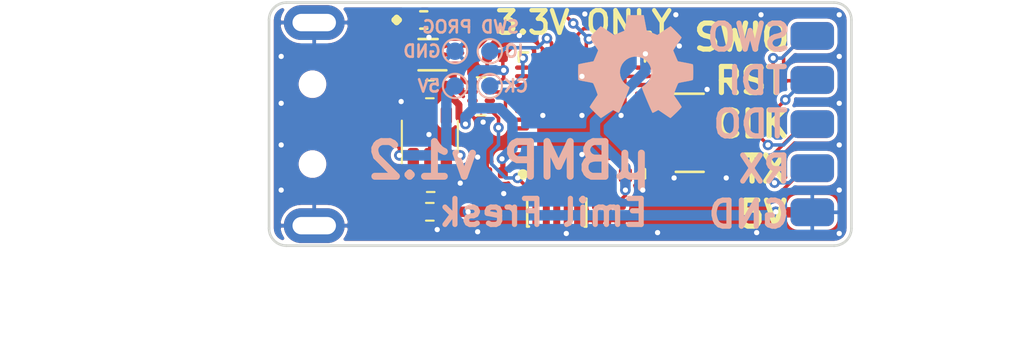
<source format=kicad_pcb>
(kicad_pcb (version 20171130) (host pcbnew 5.0.0-rc1-44a33f2~62~ubuntu16.04.1)

  (general
    (thickness 1.6)
    (drawings 28)
    (tracks 330)
    (zones 0)
    (modules 23)
    (nets 57)
  )

  (page A4)
  (layers
    (0 F.Cu signal)
    (31 B.Cu signal)
    (32 B.Adhes user)
    (33 F.Adhes user)
    (34 B.Paste user)
    (35 F.Paste user)
    (36 B.SilkS user)
    (37 F.SilkS user)
    (38 B.Mask user)
    (39 F.Mask user)
    (40 Dwgs.User user)
    (41 Cmts.User user)
    (42 Eco1.User user)
    (43 Eco2.User user)
    (44 Edge.Cuts user)
    (45 Margin user)
    (46 B.CrtYd user)
    (47 F.CrtYd user)
    (48 B.Fab user)
    (49 F.Fab user)
  )

  (setup
    (last_trace_width 0.2)
    (trace_clearance 0.2)
    (zone_clearance 0.508)
    (zone_45_only yes)
    (trace_min 0.2)
    (segment_width 0.15)
    (edge_width 0.15)
    (via_size 0.6)
    (via_drill 0.3)
    (via_min_size 0.4)
    (via_min_drill 0.3)
    (uvia_size 0.3)
    (uvia_drill 0.1)
    (uvias_allowed no)
    (uvia_min_size 0.2)
    (uvia_min_drill 0.1)
    (pcb_text_width 0.3)
    (pcb_text_size 1.5 1.5)
    (mod_edge_width 0.1)
    (mod_text_size 0.6 0.6)
    (mod_text_width 0.15)
    (pad_size 1.524 1.524)
    (pad_drill 0.762)
    (pad_to_mask_clearance 0.08)
    (aux_axis_origin 0 0)
    (visible_elements FFFFFFFF)
    (pcbplotparams
      (layerselection 0x011f8_ffffffff)
      (usegerberextensions false)
      (usegerberattributes false)
      (usegerberadvancedattributes false)
      (creategerberjobfile false)
      (excludeedgelayer true)
      (linewidth 0.100000)
      (plotframeref false)
      (viasonmask false)
      (mode 1)
      (useauxorigin false)
      (hpglpennumber 1)
      (hpglpenspeed 20)
      (hpglpendiameter 15)
      (psnegative false)
      (psa4output false)
      (plotreference true)
      (plotvalue true)
      (plotinvisibletext false)
      (padsonsilk false)
      (subtractmaskfromsilk true)
      (outputformat 1)
      (mirror false)
      (drillshape 0)
      (scaleselection 1)
      (outputdirectory gerbers/))
  )

  (net 0 "")
  (net 1 +3V3)
  (net 2 GND)
  (net 3 +5V)
  (net 4 /DM)
  (net 5 /DP)
  (net 6 "Net-(U2-Pad4)")
  (net 7 "Net-(F1-Pad1)")
  (net 8 "Net-(U3-Pad6)")
  (net 9 "Net-(U3-Pad5)")
  (net 10 /bmp_core/STM_ID)
  (net 11 "Net-(D1-Pad2)")
  (net 12 /bmp_core/LED_STLINK)
  (net 13 /bmp_core/DP_P)
  (net 14 /bmp_core/BOOT0)
  (net 15 "Net-(U3-Pad46)")
  (net 16 "Net-(U3-Pad45)")
  (net 17 "Net-(U3-Pad43)")
  (net 18 "Net-(U3-Pad42)")
  (net 19 "Net-(U3-Pad41)")
  (net 20 "Net-(U3-Pad40)")
  (net 21 "Net-(U3-Pad39)")
  (net 22 "Net-(U3-Pad38)")
  (net 23 /bmp_core/SWCLK)
  (net 24 /bmp_core/SWDIO)
  (net 25 /bmp_core/DM_P)
  (net 26 /bmp_core/BMP_SWO)
  (net 27 "Net-(U3-Pad29)")
  (net 28 "Net-(U3-Pad28)")
  (net 29 /bmp_core/BMP_SWDIO_TMS)
  (net 30 "Net-(U3-Pad26)")
  (net 31 "Net-(U3-Pad25)")
  (net 32 "Net-(U3-Pad22)")
  (net 33 "Net-(U3-Pad21)")
  (net 34 "Net-(U3-Pad20)")
  (net 35 "Net-(U3-Pad19)")
  (net 36 /bmp_core/BMP_RST)
  (net 37 /bmp_core/BMP_TDI)
  (net 38 /bmp_core/BMP_TDO)
  (net 39 /bmp_core/BMP_SWCLK_TCK)
  (net 40 "Net-(U3-Pad14)")
  (net 41 /bmp_core/BMP_RX)
  (net 42 /bmp_core/BMP_TX)
  (net 43 "Net-(U3-Pad11)")
  (net 44 "Net-(U3-Pad10)")
  (net 45 /bmp_core/NRST)
  (net 46 "Net-(U3-Pad4)")
  (net 47 /bmp_core/BMP_TXo)
  (net 48 /bmp_core/BMP_RXo)
  (net 49 /bmp_core/BMP_SWCLK_TCKo)
  (net 50 /bmp_core/BMP_TDOo)
  (net 51 /bmp_core/BMP_TDIo)
  (net 52 /bmp_core/BMP_RSTo)
  (net 53 /bmp_core/BMP_SWDIO_TMSo)
  (net 54 /bmp_core/BMP_SWOo)
  (net 55 "Net-(U3-Pad3)")
  (net 56 "Net-(RN1-Pad2)")

  (net_class Default "This is the default net class."
    (clearance 0.2)
    (trace_width 0.2)
    (via_dia 0.6)
    (via_drill 0.3)
    (uvia_dia 0.3)
    (uvia_drill 0.1)
    (add_net /DM)
    (add_net /DP)
    (add_net /bmp_core/BMP_RST)
    (add_net /bmp_core/BMP_RSTo)
    (add_net /bmp_core/BMP_RX)
    (add_net /bmp_core/BMP_RXo)
    (add_net /bmp_core/BMP_SWCLK_TCK)
    (add_net /bmp_core/BMP_SWCLK_TCKo)
    (add_net /bmp_core/BMP_SWDIO_TMS)
    (add_net /bmp_core/BMP_SWDIO_TMSo)
    (add_net /bmp_core/BMP_SWO)
    (add_net /bmp_core/BMP_SWOo)
    (add_net /bmp_core/BMP_TDI)
    (add_net /bmp_core/BMP_TDIo)
    (add_net /bmp_core/BMP_TDO)
    (add_net /bmp_core/BMP_TDOo)
    (add_net /bmp_core/BMP_TX)
    (add_net /bmp_core/BMP_TXo)
    (add_net /bmp_core/BOOT0)
    (add_net /bmp_core/DM_P)
    (add_net /bmp_core/DP_P)
    (add_net /bmp_core/LED_STLINK)
    (add_net /bmp_core/NRST)
    (add_net /bmp_core/STM_ID)
    (add_net /bmp_core/SWCLK)
    (add_net /bmp_core/SWDIO)
    (add_net GND)
    (add_net "Net-(D1-Pad2)")
    (add_net "Net-(F1-Pad1)")
    (add_net "Net-(RN1-Pad2)")
    (add_net "Net-(U2-Pad4)")
    (add_net "Net-(U3-Pad10)")
    (add_net "Net-(U3-Pad11)")
    (add_net "Net-(U3-Pad14)")
    (add_net "Net-(U3-Pad19)")
    (add_net "Net-(U3-Pad20)")
    (add_net "Net-(U3-Pad21)")
    (add_net "Net-(U3-Pad22)")
    (add_net "Net-(U3-Pad25)")
    (add_net "Net-(U3-Pad26)")
    (add_net "Net-(U3-Pad28)")
    (add_net "Net-(U3-Pad29)")
    (add_net "Net-(U3-Pad3)")
    (add_net "Net-(U3-Pad38)")
    (add_net "Net-(U3-Pad39)")
    (add_net "Net-(U3-Pad4)")
    (add_net "Net-(U3-Pad40)")
    (add_net "Net-(U3-Pad41)")
    (add_net "Net-(U3-Pad42)")
    (add_net "Net-(U3-Pad43)")
    (add_net "Net-(U3-Pad45)")
    (add_net "Net-(U3-Pad46)")
    (add_net "Net-(U3-Pad5)")
    (add_net "Net-(U3-Pad6)")
  )

  (net_class Power ""
    (clearance 0.2)
    (trace_width 0.6)
    (via_dia 0.6)
    (via_drill 0.3)
    (uvia_dia 0.3)
    (uvia_drill 0.1)
    (add_net +3V3)
    (add_net +5V)
  )

  (module usb:USB_A_1001-011-01101 (layer F.Cu) (tedit 5AC0FAAF) (tstamp 5AF1BEAF)
    (at 89.6 106 270)
    (descr "USB A connector, http://cdn-reichelt.de/documents/datenblatt/C100/USBAW%23ASS.pdf")
    (tags "USB A")
    (path /5A80B5EC)
    (fp_text reference J2 (at 0 2.1 270) (layer F.SilkS) hide
      (effects (font (size 0.8 0.8) (thickness 0.15)))
    )
    (fp_text value USB_A (at 3.55 15.1 270) (layer F.Fab)
      (effects (font (size 1 1) (thickness 0.15)))
    )
    (fp_text user "PCB edge" (at 0.2 4 270) (layer Dwgs.User)
      (effects (font (size 0.5 0.5) (thickness 0.075)))
    )
    (fp_text user %R (at -0.1 2.8 270) (layer F.Fab)
      (effects (font (size 1 1) (thickness 0.15)))
    )
    (fp_line (start 6.6 4.6) (end -6.7 4.6) (layer Dwgs.User) (width 0.12))
    (fp_line (start -5.5 -1.05) (end -6.7 0.15) (layer F.Fab) (width 0.15))
    (fp_line (start 6.6 -1.05) (end -5.5 -1.05) (layer F.Fab) (width 0.15))
    (fp_line (start 6.6 20) (end 6.6 -1.05) (layer F.Fab) (width 0.15))
    (fp_line (start -6.7 20) (end 6.6 20) (layer F.Fab) (width 0.15))
    (fp_line (start -6.7 0.15) (end -6.7 20) (layer F.Fab) (width 0.15))
    (fp_line (start -7.1 -2.2) (end 7.1 -2.2) (layer F.CrtYd) (width 0.05))
    (fp_line (start -7.1 -2.2) (end -7.1 13.2) (layer F.CrtYd) (width 0.05))
    (fp_line (start 7.1 13.2) (end 7.1 -2.2) (layer F.CrtYd) (width 0.05))
    (fp_line (start 7.1 13.2) (end -7.1 13.2) (layer F.CrtYd) (width 0.05))
    (pad "" np_thru_hole circle (at -2.3 2.1 180) (size 1.2 1.2) (drill 1.2) (layers *.Cu *.Mask))
    (pad "" np_thru_hole circle (at 2.3 2.1 180) (size 1.2 1.2) (drill 1.2) (layers *.Cu *.Mask))
    (pad 1 smd roundrect (at 3.56 -0.75 180) (size 2.5 1.2) (layers F.Cu F.Mask)(roundrect_rratio 0.25)
      (net 3 +5V))
    (pad 2 smd roundrect (at 1.02 -0.75 180) (size 2.5 1.2) (layers F.Cu F.Mask)(roundrect_rratio 0.25)
      (net 4 /DM))
    (pad 3 smd roundrect (at -1.01 -0.75 180) (size 2.5 1.2) (layers F.Cu F.Mask)(roundrect_rratio 0.25)
      (net 5 /DP))
    (pad 4 smd roundrect (at -3.55 -0.75 180) (size 2.5 1.2) (layers F.Cu F.Mask)(roundrect_rratio 0.25)
      (net 2 GND))
    (pad 5 thru_hole oval (at 5.85 2 180) (size 3.5 2) (drill oval 2.5 1) (layers *.Cu *.Mask)
      (net 2 GND))
    (pad 5 thru_hole oval (at -5.85 2 180) (size 3.5 2) (drill oval 2.5 1) (layers *.Cu *.Mask)
      (net 2 GND))
    (model ${KIPRJMOD}/kicad_libs/3dmodels/step/1001-011-01101.step
      (offset (xyz 0 -19.6 0.9))
      (scale (xyz 1 1 1))
      (rotate (xyz 0 -180 0))
    )
  )

  (module passive:R_Array_Convex_4x0402 (layer F.Cu) (tedit 5ABF56AE) (tstamp 5ACB1B90)
    (at 97.2 104.4 180)
    (descr "Chip Resistor Network, ROHM MNR04 (see mnr_g.pdf)")
    (tags "resistor array")
    (path /5ABFD4E7/5ABF7111)
    (attr smd)
    (fp_text reference RN1 (at -1.4 0 270) (layer F.SilkS) hide
      (effects (font (size 0.6 0.6) (thickness 0.13)))
    )
    (fp_text value 1.5k (at 0 1.3 180) (layer F.Fab)
      (effects (font (size 0.3 0.3) (thickness 0.05)))
    )
    (fp_line (start 1 1.2) (end -1 1.2) (layer F.CrtYd) (width 0.05))
    (fp_line (start 1 1.2) (end 1 -1.2) (layer F.CrtYd) (width 0.05))
    (fp_line (start -1 -1.2) (end -1 1.2) (layer F.CrtYd) (width 0.05))
    (fp_line (start -1 -1.2) (end 1 -1.2) (layer F.CrtYd) (width 0.05))
    (fp_line (start 0.25 1.1) (end -0.25 1.1) (layer F.SilkS) (width 0.12))
    (fp_line (start 0.25 -1.1) (end -0.25 -1.1) (layer F.SilkS) (width 0.12))
    (fp_line (start -0.5 1) (end -0.5 -1) (layer F.Fab) (width 0.1))
    (fp_line (start 0.5 1) (end -0.5 1) (layer F.Fab) (width 0.1))
    (fp_line (start 0.5 -1) (end 0.5 1) (layer F.Fab) (width 0.1))
    (fp_line (start -0.5 -1) (end 0.5 -1) (layer F.Fab) (width 0.1))
    (fp_text user %R (at 0 0 270) (layer F.Fab)
      (effects (font (size 0.4 0.4) (thickness 0.06)))
    )
    (pad 5 smd oval (at 0.5 0.8 180) (size 0.6 0.4) (layers F.Cu F.Paste F.Mask)
      (net 13 /bmp_core/DP_P))
    (pad 6 smd oval (at 0.5 0.25 180) (size 0.6 0.28) (layers F.Cu F.Paste F.Mask)
      (net 2 GND))
    (pad 8 smd oval (at 0.5 -0.8 180) (size 0.6 0.4) (layers F.Cu F.Paste F.Mask)
      (net 2 GND))
    (pad 7 smd oval (at 0.5 -0.25 180) (size 0.6 0.28) (layers F.Cu F.Paste F.Mask)
      (net 2 GND))
    (pad 4 smd oval (at -0.5 0.8 180) (size 0.6 0.4) (layers F.Cu F.Paste F.Mask)
      (net 1 +3V3))
    (pad 2 smd oval (at -0.5 -0.25 180) (size 0.6 0.28) (layers F.Cu F.Paste F.Mask)
      (net 56 "Net-(RN1-Pad2)"))
    (pad 3 smd oval (at -0.5 0.25 180) (size 0.6 0.28) (layers F.Cu F.Paste F.Mask)
      (net 14 /bmp_core/BOOT0))
    (pad 1 smd oval (at -0.5 -0.8 180) (size 0.6 0.4) (layers F.Cu F.Paste F.Mask)
      (net 10 /bmp_core/STM_ID))
    (model ${KISYS3DMOD}/Resistor_SMD.3dshapes/R_Array_Convex_4x0402.wrl
      (at (xyz 0 0 0))
      (scale (xyz 1 1 1))
      (rotate (xyz 0 0 0))
    )
  )

  (module leds:LEDC1608X60 (layer F.Cu) (tedit 5ABF5788) (tstamp 5AD35816)
    (at 93.9 100)
    (descr "LED,Chip;1.60mm L X 0.80mm W X 0.60mm H")
    (path /5ABFD4E7/5ABD7118)
    (attr smd)
    (fp_text reference D1 (at -1.6 0.75) (layer F.SilkS) hide
      (effects (font (size 0.6 0.6) (thickness 0.13)))
    )
    (fp_text value GREEN (at 0 0.7) (layer F.Fab)
      (effects (font (size 0.3 0.3) (thickness 0.05)))
    )
    (fp_line (start -0.2 0.5) (end 0.2 0.5) (layer F.SilkS) (width 0.15))
    (fp_line (start -0.2 -0.5) (end 0.2 -0.5) (layer F.SilkS) (width 0.15))
    (fp_line (start -1.685 0) (end -1.558 -0.127) (layer F.SilkS) (width 0.35))
    (fp_line (start -1.558 -0.127) (end -1.431 0) (layer F.SilkS) (width 0.35))
    (fp_line (start -1.431 0) (end -1.558 0.127) (layer F.SilkS) (width 0.35))
    (fp_line (start -1.558 0.127) (end -1.685 0) (layer F.SilkS) (width 0.35))
    (fp_line (start -1.25 -0.6) (end 1.25 -0.6) (layer F.CrtYd) (width 0.05))
    (fp_line (start 0.95 -0.35) (end 0.95 0.35) (layer F.Fab) (width 0.15))
    (fp_line (start 1.25 0.6) (end -1.25 0.6) (layer F.CrtYd) (width 0.05))
    (fp_line (start -1.25 0.6) (end -1.25 -0.6) (layer F.CrtYd) (width 0.05))
    (fp_line (start 1.25 -0.6) (end 1.25 0.6) (layer F.CrtYd) (width 0.05))
    (fp_line (start -0.7 -0.35) (end 0.95 -0.35) (layer F.Fab) (width 0.15))
    (fp_line (start -0.95 0.35) (end -0.95 -0.1) (layer F.Fab) (width 0.15))
    (fp_line (start 0.95 0.35) (end -0.95 0.35) (layer F.Fab) (width 0.15))
    (fp_line (start -0.95 -0.1) (end -0.7 -0.35) (layer F.Fab) (width 0.15))
    (fp_text user %R (at 0 0 180) (layer F.Fab)
      (effects (font (size 0.4 0.4) (thickness 0.075)))
    )
    (pad 2 smd roundrect (at 0.7 0) (size 0.7 0.85) (layers F.Cu F.Paste F.Mask)(roundrect_rratio 0.25)
      (net 11 "Net-(D1-Pad2)"))
    (pad 1 smd roundrect (at -0.7 0) (size 0.7 0.85) (layers F.Cu F.Paste F.Mask)(roundrect_rratio 0.25)
      (net 2 GND))
    (model ${KIPRJMOD}/kicad_libs/3dmodels/step/LED_0603_G.STEP
      (at (xyz 0 0 0))
      (scale (xyz 1 1 1))
      (rotate (xyz 0 0 0))
    )
  )

  (module connectors:2x5_2.54mm_side (layer F.Cu) (tedit 5ABF5287) (tstamp 5AF1B902)
    (at 116.25 106 90)
    (path /5ABFD4E7/5ABD70ED)
    (fp_text reference J1 (at 0 2.54 90) (layer F.SilkS) hide
      (effects (font (size 1 1) (thickness 0.15)))
    )
    (fp_text value Conn_02x05_Counter_Clockwise (at 0 -2.54 90) (layer F.Fab) hide
      (effects (font (size 1 1) (thickness 0.15)))
    )
    (pad 10 smd roundrect (at -5.08 0 90) (size 1.6 2.5) (layers B.Cu B.Mask)(roundrect_rratio 0.25)
      (net 2 GND))
    (pad 6 smd roundrect (at 5.08 0 90) (size 1.6 2.5) (layers B.Cu B.Mask)(roundrect_rratio 0.25)
      (net 54 /bmp_core/BMP_SWOo))
    (pad 2 smd roundrect (at -2.54 0 90) (size 1.6 2.5) (layers F.Cu F.Mask)(roundrect_rratio 0.25)
      (net 47 /bmp_core/BMP_TXo))
    (pad 4 smd roundrect (at 2.54 0 90) (size 1.6 2.5) (layers F.Cu F.Mask)(roundrect_rratio 0.25)
      (net 52 /bmp_core/BMP_RSTo))
    (pad 1 smd roundrect (at -5.08 0 90) (size 1.6 2.5) (layers F.Cu F.Mask)(roundrect_rratio 0.25)
      (net 7 "Net-(F1-Pad1)"))
    (pad 5 smd roundrect (at 5.08 0 90) (size 1.6 2.5) (layers F.Cu F.Mask)(roundrect_rratio 0.25)
      (net 53 /bmp_core/BMP_SWDIO_TMSo))
    (pad 3 smd roundrect (at 0 0 90) (size 1.6 2.5) (layers F.Cu F.Mask)(roundrect_rratio 0.25)
      (net 49 /bmp_core/BMP_SWCLK_TCKo))
    (pad 8 smd roundrect (at 0 0 90) (size 1.6 2.5) (layers B.Cu B.Mask)(roundrect_rratio 0.25)
      (net 50 /bmp_core/BMP_TDOo))
    (pad 7 smd roundrect (at 2.54 0 90) (size 1.6 2.5) (layers B.Cu B.Mask)(roundrect_rratio 0.25)
      (net 51 /bmp_core/BMP_TDIo))
    (pad 9 smd roundrect (at -2.54 0 90) (size 1.6 2.5) (layers B.Cu B.Mask)(roundrect_rratio 0.25)
      (net 48 /bmp_core/BMP_RXo))
    (model ${KISYS3DMOD}/Connector_PinHeader_2.54mm.3dshapes/PinHeader_2x05_P2.54mm_Vertical.step
      (offset (xyz 5.1 -2.3 0.4))
      (scale (xyz 1 1 1))
      (rotate (xyz 0 -90 90))
    )
  )

  (module dfn:DFN-16-1EP_1.6x4mm_P0.5mm (layer F.Cu) (tedit 5ABF5CD7) (tstamp 5ACB16B7)
    (at 109.2 106.5)
    (descr "DHC Package; 16-Lead Plastic DFN (5mm x 3mm) (see Linear Technology DFN_16_05-08-1706.pdf)")
    (tags "DFN 0.5")
    (path /5ABFD4E7/5ABD71AE)
    (attr smd)
    (fp_text reference U1 (at 0 2.85) (layer F.SilkS) hide
      (effects (font (size 0.6 0.6) (thickness 0.13)))
    )
    (fp_text value NUF8401MNT4G (at 1.3 0 90) (layer F.Fab)
      (effects (font (size 0.3 0.3) (thickness 0.05)))
    )
    (fp_line (start -1.1 -2.25) (end 0.8 -2.25) (layer F.SilkS) (width 0.15))
    (fp_line (start -0.8 2.25) (end 0.8 2.25) (layer F.SilkS) (width 0.15))
    (fp_line (start -1.4 2.3) (end 1.4 2.3) (layer F.CrtYd) (width 0.05))
    (fp_line (start -1.4 -2.3) (end 1.4 -2.3) (layer F.CrtYd) (width 0.05))
    (fp_line (start 1.4 -2.3) (end 1.4 2.3) (layer F.CrtYd) (width 0.05))
    (fp_line (start -1.4 -2.3) (end -1.4 2.3) (layer F.CrtYd) (width 0.05))
    (fp_line (start -0.8 -1.5) (end -0.3 -2) (layer F.Fab) (width 0.15))
    (fp_line (start -0.8 2) (end -0.8 -1.5) (layer F.Fab) (width 0.15))
    (fp_line (start 0.8 2) (end -0.8 2) (layer F.Fab) (width 0.15))
    (fp_line (start 0.8 -2) (end 0.8 2) (layer F.Fab) (width 0.15))
    (fp_line (start -0.3 -2) (end 0.8 -2) (layer F.Fab) (width 0.15))
    (fp_text user %R (at 0 0 90) (layer F.Fab)
      (effects (font (size 0.7 0.7) (thickness 0.105)))
    )
    (pad 17 smd roundrect (at 0 0) (size 0.5 4.1) (layers F.Cu F.Paste F.Mask)(roundrect_rratio 0.25)
      (net 2 GND) (solder_paste_margin -0.1))
    (pad 16 smd roundrect (at 0.825 -1.75) (size 0.65 0.25) (layers F.Cu F.Paste F.Mask)(roundrect_rratio 0.5)
      (net 54 /bmp_core/BMP_SWOo))
    (pad 15 smd roundrect (at 0.825 -1.25) (size 0.65 0.25) (layers F.Cu F.Paste F.Mask)(roundrect_rratio 0.5)
      (net 53 /bmp_core/BMP_SWDIO_TMSo))
    (pad 14 smd roundrect (at 0.825 -0.75) (size 0.65 0.25) (layers F.Cu F.Paste F.Mask)(roundrect_rratio 0.5)
      (net 52 /bmp_core/BMP_RSTo))
    (pad 13 smd roundrect (at 0.825 -0.25) (size 0.65 0.25) (layers F.Cu F.Paste F.Mask)(roundrect_rratio 0.5)
      (net 51 /bmp_core/BMP_TDIo))
    (pad 12 smd roundrect (at 0.825 0.25) (size 0.65 0.25) (layers F.Cu F.Paste F.Mask)(roundrect_rratio 0.5)
      (net 50 /bmp_core/BMP_TDOo))
    (pad 11 smd roundrect (at 0.825 0.75) (size 0.65 0.25) (layers F.Cu F.Paste F.Mask)(roundrect_rratio 0.5)
      (net 49 /bmp_core/BMP_SWCLK_TCKo))
    (pad 10 smd roundrect (at 0.825 1.25) (size 0.65 0.25) (layers F.Cu F.Paste F.Mask)(roundrect_rratio 0.5)
      (net 48 /bmp_core/BMP_RXo))
    (pad 9 smd roundrect (at 0.825 1.75) (size 0.65 0.25) (layers F.Cu F.Paste F.Mask)(roundrect_rratio 0.5)
      (net 47 /bmp_core/BMP_TXo))
    (pad 8 smd roundrect (at -0.825 1.75) (size 0.65 0.25) (layers F.Cu F.Paste F.Mask)(roundrect_rratio 0.5)
      (net 42 /bmp_core/BMP_TX))
    (pad 7 smd roundrect (at -0.825 1.25) (size 0.65 0.25) (layers F.Cu F.Paste F.Mask)(roundrect_rratio 0.5)
      (net 41 /bmp_core/BMP_RX))
    (pad 6 smd roundrect (at -0.825 0.75) (size 0.65 0.25) (layers F.Cu F.Paste F.Mask)(roundrect_rratio 0.5)
      (net 39 /bmp_core/BMP_SWCLK_TCK))
    (pad 5 smd roundrect (at -0.825 0.25) (size 0.65 0.25) (layers F.Cu F.Paste F.Mask)(roundrect_rratio 0.5)
      (net 38 /bmp_core/BMP_TDO))
    (pad 4 smd roundrect (at -0.825 -0.25) (size 0.65 0.25) (layers F.Cu F.Paste F.Mask)(roundrect_rratio 0.5)
      (net 37 /bmp_core/BMP_TDI))
    (pad 3 smd roundrect (at -0.825 -0.75) (size 0.65 0.25) (layers F.Cu F.Paste F.Mask)(roundrect_rratio 0.5)
      (net 36 /bmp_core/BMP_RST))
    (pad 2 smd roundrect (at -0.825 -1.25) (size 0.65 0.25) (layers F.Cu F.Paste F.Mask)(roundrect_rratio 0.5)
      (net 29 /bmp_core/BMP_SWDIO_TMS))
    (pad 1 smd roundrect (at -0.825 -1.75) (size 0.65 0.25) (layers F.Cu F.Paste F.Mask)(roundrect_rratio 0.5)
      (net 26 /bmp_core/BMP_SWO))
    (model ${KIPRJMOD}/kicad_libs/3dmodels/step/DFN16_4x1.6mm_0.5P.step
      (at (xyz 0 0 0))
      (scale (xyz 1 1 1))
      (rotate (xyz 0 0 0))
    )
  )

  (module crystals:Resonator_3pin_3.2x1.3mm (layer F.Cu) (tedit 5ABF56C3) (tstamp 5ACB101A)
    (at 101.55 111.1)
    (path /5ABFD4E7/5ABD6FC6)
    (fp_text reference Y1 (at 0 -1.4) (layer F.SilkS) hide
      (effects (font (size 0.6 0.6) (thickness 0.13)))
    )
    (fp_text value PRQC8.00CR1010V00L (at 0 1) (layer F.Fab)
      (effects (font (size 0.3 0.3) (thickness 0.05)))
    )
    (fp_text user %R (at 0 0) (layer F.Fab)
      (effects (font (size 0.6 0.6) (thickness 0.1)))
    )
    (fp_line (start -1.6 0.6) (end -1.6 -0.6) (layer F.Fab) (width 0.1))
    (fp_line (start 1.6 0.6) (end -1.6 0.6) (layer F.Fab) (width 0.1))
    (fp_line (start 1.6 -0.6) (end 1.6 0.6) (layer F.Fab) (width 0.1))
    (fp_line (start -1.6 -0.6) (end 1.6 -0.6) (layer F.Fab) (width 0.1))
    (fp_line (start 1.7 0.8) (end 1.6 0.8) (layer F.SilkS) (width 0.15))
    (fp_line (start 1.7 -0.8) (end 1.7 0.8) (layer F.SilkS) (width 0.15))
    (fp_line (start 1.6 -0.8) (end 1.7 -0.8) (layer F.SilkS) (width 0.15))
    (fp_line (start -1.7 0.8) (end -1.6 0.8) (layer F.SilkS) (width 0.15))
    (fp_line (start -1.7 -0.8) (end -1.7 0.8) (layer F.SilkS) (width 0.15))
    (fp_line (start -1.6 -0.8) (end -1.7 -0.8) (layer F.SilkS) (width 0.15))
    (fp_line (start -1.8 0.9) (end -1.8 -0.9) (layer F.CrtYd) (width 0.05))
    (fp_line (start 1.8 0.9) (end -1.8 0.9) (layer F.CrtYd) (width 0.05))
    (fp_line (start 1.8 -0.9) (end 1.8 0.9) (layer F.CrtYd) (width 0.05))
    (fp_line (start -1.8 -0.9) (end 1.8 -0.9) (layer F.CrtYd) (width 0.05))
    (pad 3 smd oval (at 1.2 0) (size 0.4 1.9) (layers F.Cu F.Paste F.Mask)
      (net 8 "Net-(U3-Pad6)"))
    (pad 2 smd oval (at 0 0) (size 0.4 1.9) (layers F.Cu F.Paste F.Mask)
      (net 2 GND))
    (pad 1 smd oval (at -1.2 0) (size 0.4 1.9) (layers F.Cu F.Paste F.Mask)
      (net 9 "Net-(U3-Pad5)"))
    (model ${KIPRJMOD}/kicad_libs/3dmodels/step/resonator_CSTCE.stp
      (at (xyz 0 0 0))
      (scale (xyz 1 1 1))
      (rotate (xyz 0 0 0))
    )
  )

  (module sot:SOT-23-5 (layer F.Cu) (tedit 5ABF56B1) (tstamp 5ACB06E0)
    (at 94.25 106.7 90)
    (descr "5-pin SOT23 package")
    (tags SOT-23-5)
    (path /5ABFD4E7/5ABD702A)
    (attr smd)
    (fp_text reference U2 (at 0 2.2 90) (layer F.SilkS) hide
      (effects (font (size 0.6 0.6) (thickness 0.13)))
    )
    (fp_text value MIC5245-3.3 (at 1.25 0 180) (layer F.Fab)
      (effects (font (size 0.3 0.3) (thickness 0.05)))
    )
    (fp_line (start 0.9 -1.55) (end 0.9 1.55) (layer F.Fab) (width 0.15))
    (fp_line (start 0.9 1.55) (end -0.9 1.55) (layer F.Fab) (width 0.15))
    (fp_line (start -0.9 -0.9) (end -0.9 1.55) (layer F.Fab) (width 0.15))
    (fp_line (start 0.9 -1.55) (end -0.25 -1.55) (layer F.Fab) (width 0.15))
    (fp_line (start -0.9 -0.9) (end -0.25 -1.55) (layer F.Fab) (width 0.15))
    (fp_line (start -1.9 1.8) (end -1.9 -1.8) (layer F.CrtYd) (width 0.05))
    (fp_line (start 1.9 1.8) (end -1.9 1.8) (layer F.CrtYd) (width 0.05))
    (fp_line (start 1.9 -1.8) (end 1.9 1.8) (layer F.CrtYd) (width 0.05))
    (fp_line (start -1.9 -1.8) (end 1.9 -1.8) (layer F.CrtYd) (width 0.05))
    (fp_line (start 0.9 -1.61) (end -1.55 -1.61) (layer F.SilkS) (width 0.12))
    (fp_line (start -0.9 1.61) (end 0.9 1.61) (layer F.SilkS) (width 0.12))
    (fp_text user %R (at 0 0 180) (layer F.Fab)
      (effects (font (size 0.6 0.6) (thickness 0.1)))
    )
    (pad 5 smd roundrect (at 1.2 -0.95 90) (size 1.06 0.65) (layers F.Cu F.Paste F.Mask)(roundrect_rratio 0.25)
      (net 1 +3V3))
    (pad 4 smd roundrect (at 1.2 0.95 90) (size 1.06 0.65) (layers F.Cu F.Paste F.Mask)(roundrect_rratio 0.25)
      (net 6 "Net-(U2-Pad4)"))
    (pad 3 smd roundrect (at -1.2 0.95 90) (size 1.06 0.65) (layers F.Cu F.Paste F.Mask)(roundrect_rratio 0.25)
      (net 3 +5V))
    (pad 2 smd roundrect (at -1.2 0 90) (size 1.06 0.65) (layers F.Cu F.Paste F.Mask)(roundrect_rratio 0.25)
      (net 2 GND))
    (pad 1 smd roundrect (at -1.2 -0.95 90) (size 1.06 0.65) (layers F.Cu F.Paste F.Mask)(roundrect_rratio 0.25)
      (net 3 +5V))
    (model ${KISYS3DMOD}/Package_TO_SOT_SMD.3dshapes/SOT-23-5.wrl
      (at (xyz 0 0 0))
      (scale (xyz 1 1 1))
      (rotate (xyz 0 0 0))
    )
  )

  (module dfn:DFN-6-1EP_1.2x1.6mm_P0.5mm (layer F.Cu) (tedit 5ABF5D0B) (tstamp 5ACB0115)
    (at 94.2 102 180)
    (descr "DC6 Package; 6-Lead Plastic DFN (2mm x 2mm) (see Linear Technology DFN_6_05-08-1703.pdf)")
    (tags "DFN 0.5")
    (path /5ABFD4E7/5ABD71A7)
    (attr smd)
    (fp_text reference U4 (at 1.5 0 270) (layer F.SilkS) hide
      (effects (font (size 0.6 0.6) (thickness 0.13)))
    )
    (fp_text value NUF2042XV6T1G (at -2.7 0.85) (layer F.Fab)
      (effects (font (size 0.3 0.3) (thickness 0.05)))
    )
    (fp_line (start -1 -0.9) (end 0.6 -0.9) (layer F.SilkS) (width 0.15))
    (fp_line (start -0.5 0.9) (end 0.6 0.9) (layer F.SilkS) (width 0.15))
    (fp_line (start -1.1 0.9) (end 1.1 0.9) (layer F.CrtYd) (width 0.05))
    (fp_line (start -1.1 -0.9) (end 1.1 -0.9) (layer F.CrtYd) (width 0.05))
    (fp_line (start 1.1 -0.9) (end 1.1 0.9) (layer F.CrtYd) (width 0.05))
    (fp_line (start -1.1 -0.9) (end -1.1 0.9) (layer F.CrtYd) (width 0.05))
    (fp_line (start -0.7 -0.4) (end -0.3 -0.8) (layer F.Fab) (width 0.15))
    (fp_line (start -0.7 0.8) (end -0.7 -0.4) (layer F.Fab) (width 0.15))
    (fp_line (start 0.7 0.8) (end -0.7 0.8) (layer F.Fab) (width 0.15))
    (fp_line (start 0.7 -0.8) (end 0.7 0.8) (layer F.Fab) (width 0.15))
    (fp_line (start -0.3 -0.8) (end 0.7 -0.8) (layer F.Fab) (width 0.15))
    (fp_text user %R (at 0 0 270) (layer F.Fab)
      (effects (font (size 0.4 0.4) (thickness 0.05)))
    )
    (pad 6 smd roundrect (at 0.725 -0.5 180) (size 0.6 0.28) (layers F.Cu F.Paste F.Mask)(roundrect_rratio 0.5)
      (net 5 /DP))
    (pad 5 smd roundrect (at 0.725 0 180) (size 0.6 0.28) (layers F.Cu F.Paste F.Mask)(roundrect_rratio 0.5)
      (net 3 +5V))
    (pad 4 smd roundrect (at 0.725 0.5 180) (size 0.6 0.28) (layers F.Cu F.Paste F.Mask)(roundrect_rratio 0.5)
      (net 4 /DM))
    (pad 3 smd roundrect (at -0.725 0.5 180) (size 0.6 0.28) (layers F.Cu F.Paste F.Mask)(roundrect_rratio 0.5)
      (net 25 /bmp_core/DM_P))
    (pad 2 smd roundrect (at -0.725 0 180) (size 0.6 0.28) (layers F.Cu F.Paste F.Mask)(roundrect_rratio 0.5)
      (net 2 GND))
    (pad 1 smd roundrect (at -0.725 -0.5 180) (size 0.6 0.28) (layers F.Cu F.Paste F.Mask)(roundrect_rratio 0.5)
      (net 13 /bmp_core/DP_P))
    (model ${KIPRJMOD}/kicad_libs/3dmodels/step/SOT563.step
      (at (xyz 0 0 0))
      (scale (xyz 1 1 1))
      (rotate (xyz 0 0 0))
    )
  )

  (module passive:C_0402_1005Metric_Rounded (layer F.Cu) (tedit 5ABF56A7) (tstamp 5AF1B8AA)
    (at 98 102.1 180)
    (descr "Capacitor SMD 0402 (1005 Metric), square (rectangular) end terminal, IPC_7351 nominal, (Body size source: http://www.tortai-tech.com/upload/download/2011102023233369053.pdf), generated with kicad-footprint-generator")
    (tags capacitor)
    (path /5ABFD4E7/5ABD6FB1)
    (attr smd)
    (fp_text reference C6 (at 0 0.9 180) (layer F.SilkS) hide
      (effects (font (size 0.6 0.6) (thickness 0.13)))
    )
    (fp_text value 100n (at 1.3 0 180) (layer F.Fab)
      (effects (font (size 0.3 0.3) (thickness 0.05)))
    )
    (fp_text user %R (at 0.0125 0 180) (layer F.Fab)
      (effects (font (size 0.3 0.3) (thickness 0.05)))
    )
    (fp_line (start 0.82 0.48) (end -0.82 0.48) (layer F.CrtYd) (width 0.05))
    (fp_line (start 0.82 -0.48) (end 0.82 0.48) (layer F.CrtYd) (width 0.05))
    (fp_line (start -0.82 -0.48) (end 0.82 -0.48) (layer F.CrtYd) (width 0.05))
    (fp_line (start -0.82 0.48) (end -0.82 -0.48) (layer F.CrtYd) (width 0.05))
    (fp_line (start 0.5 0.25) (end -0.5 0.25) (layer F.Fab) (width 0.1))
    (fp_line (start 0.5 -0.25) (end 0.5 0.25) (layer F.Fab) (width 0.1))
    (fp_line (start -0.5 -0.25) (end 0.5 -0.25) (layer F.Fab) (width 0.1))
    (fp_line (start -0.5 0.25) (end -0.5 -0.25) (layer F.Fab) (width 0.1))
    (pad 2 smd roundrect (at 0.45 0 180) (size 0.575 0.65) (layers F.Cu F.Paste F.Mask)(roundrect_rratio 0.25)
      (net 2 GND))
    (pad 1 smd roundrect (at -0.45 0 180) (size 0.575 0.65) (layers F.Cu F.Paste F.Mask)(roundrect_rratio 0.25)
      (net 1 +3V3))
    (model ${KISYS3DMOD}/Capacitor_SMD.3dshapes/C_0402_1005Metric.wrl
      (at (xyz 0 0 0))
      (scale (xyz 1 1 1))
      (rotate (xyz 0 0 0))
    )
  )

  (module passive:C_0402_1005Metric_Rounded (layer F.Cu) (tedit 5ABF56D3) (tstamp 5AD36F78)
    (at 108.3 102.4)
    (descr "Capacitor SMD 0402 (1005 Metric), square (rectangular) end terminal, IPC_7351 nominal, (Body size source: http://www.tortai-tech.com/upload/download/2011102023233369053.pdf), generated with kicad-footprint-generator")
    (tags capacitor)
    (path /5ABFD4E7/5ABD6FB8)
    (attr smd)
    (fp_text reference C4 (at 0 1) (layer F.SilkS) hide
      (effects (font (size 0.6 0.6) (thickness 0.13)))
    )
    (fp_text value 100n (at 1.3 0) (layer F.Fab)
      (effects (font (size 0.3 0.3) (thickness 0.05)))
    )
    (fp_text user %R (at 0.0125 0) (layer F.Fab)
      (effects (font (size 0.3 0.3) (thickness 0.05)))
    )
    (fp_line (start 0.82 0.48) (end -0.82 0.48) (layer F.CrtYd) (width 0.05))
    (fp_line (start 0.82 -0.48) (end 0.82 0.48) (layer F.CrtYd) (width 0.05))
    (fp_line (start -0.82 -0.48) (end 0.82 -0.48) (layer F.CrtYd) (width 0.05))
    (fp_line (start -0.82 0.48) (end -0.82 -0.48) (layer F.CrtYd) (width 0.05))
    (fp_line (start 0.5 0.25) (end -0.5 0.25) (layer F.Fab) (width 0.1))
    (fp_line (start 0.5 -0.25) (end 0.5 0.25) (layer F.Fab) (width 0.1))
    (fp_line (start -0.5 -0.25) (end 0.5 -0.25) (layer F.Fab) (width 0.1))
    (fp_line (start -0.5 0.25) (end -0.5 -0.25) (layer F.Fab) (width 0.1))
    (pad 2 smd roundrect (at 0.45 0) (size 0.575 0.65) (layers F.Cu F.Paste F.Mask)(roundrect_rratio 0.25)
      (net 2 GND))
    (pad 1 smd roundrect (at -0.45 0) (size 0.575 0.65) (layers F.Cu F.Paste F.Mask)(roundrect_rratio 0.25)
      (net 1 +3V3))
    (model ${KISYS3DMOD}/Capacitor_SMD.3dshapes/C_0402_1005Metric.wrl
      (at (xyz 0 0 0))
      (scale (xyz 1 1 1))
      (rotate (xyz 0 0 0))
    )
  )

  (module passive:C_0402_1005Metric_Rounded (layer F.Cu) (tedit 5ABF56BD) (tstamp 5AF1B88E)
    (at 98 108.8 180)
    (descr "Capacitor SMD 0402 (1005 Metric), square (rectangular) end terminal, IPC_7351 nominal, (Body size source: http://www.tortai-tech.com/upload/download/2011102023233369053.pdf), generated with kicad-footprint-generator")
    (tags capacitor)
    (path /5ABFD4E7/5ABD6FBF)
    (attr smd)
    (fp_text reference C3 (at 1.5 0 180) (layer F.SilkS) hide
      (effects (font (size 0.6 0.6) (thickness 0.13)))
    )
    (fp_text value 100n (at 1.3 0 180) (layer F.Fab)
      (effects (font (size 0.3 0.3) (thickness 0.05)))
    )
    (fp_text user %R (at 0.0125 0 180) (layer F.Fab)
      (effects (font (size 0.3 0.3) (thickness 0.05)))
    )
    (fp_line (start 0.82 0.48) (end -0.82 0.48) (layer F.CrtYd) (width 0.05))
    (fp_line (start 0.82 -0.48) (end 0.82 0.48) (layer F.CrtYd) (width 0.05))
    (fp_line (start -0.82 -0.48) (end 0.82 -0.48) (layer F.CrtYd) (width 0.05))
    (fp_line (start -0.82 0.48) (end -0.82 -0.48) (layer F.CrtYd) (width 0.05))
    (fp_line (start 0.5 0.25) (end -0.5 0.25) (layer F.Fab) (width 0.1))
    (fp_line (start 0.5 -0.25) (end 0.5 0.25) (layer F.Fab) (width 0.1))
    (fp_line (start -0.5 -0.25) (end 0.5 -0.25) (layer F.Fab) (width 0.1))
    (fp_line (start -0.5 0.25) (end -0.5 -0.25) (layer F.Fab) (width 0.1))
    (pad 2 smd roundrect (at 0.45 0 180) (size 0.575 0.65) (layers F.Cu F.Paste F.Mask)(roundrect_rratio 0.25)
      (net 2 GND))
    (pad 1 smd roundrect (at -0.45 0 180) (size 0.575 0.65) (layers F.Cu F.Paste F.Mask)(roundrect_rratio 0.25)
      (net 1 +3V3))
    (model ${KISYS3DMOD}/Capacitor_SMD.3dshapes/C_0402_1005Metric.wrl
      (at (xyz 0 0 0))
      (scale (xyz 1 1 1))
      (rotate (xyz 0 0 0))
    )
  )

  (module passive:C_0402_1005Metric_Rounded (layer F.Cu) (tedit 5ABF56C6) (tstamp 5AF1B880)
    (at 103.9 111.1 90)
    (descr "Capacitor SMD 0402 (1005 Metric), square (rectangular) end terminal, IPC_7351 nominal, (Body size source: http://www.tortai-tech.com/upload/download/2011102023233369053.pdf), generated with kicad-footprint-generator")
    (tags capacitor)
    (path /5ABFD4E7/5ABD7191)
    (attr smd)
    (fp_text reference C1 (at 1.3 0 180) (layer F.SilkS) hide
      (effects (font (size 0.6 0.6) (thickness 0.13)))
    )
    (fp_text value 100n (at 1.3 0 90) (layer F.Fab)
      (effects (font (size 0.3 0.3) (thickness 0.05)))
    )
    (fp_text user %R (at 0.0125 0 90) (layer F.Fab)
      (effects (font (size 0.3 0.3) (thickness 0.05)))
    )
    (fp_line (start 0.82 0.48) (end -0.82 0.48) (layer F.CrtYd) (width 0.05))
    (fp_line (start 0.82 -0.48) (end 0.82 0.48) (layer F.CrtYd) (width 0.05))
    (fp_line (start -0.82 -0.48) (end 0.82 -0.48) (layer F.CrtYd) (width 0.05))
    (fp_line (start -0.82 0.48) (end -0.82 -0.48) (layer F.CrtYd) (width 0.05))
    (fp_line (start 0.5 0.25) (end -0.5 0.25) (layer F.Fab) (width 0.1))
    (fp_line (start 0.5 -0.25) (end 0.5 0.25) (layer F.Fab) (width 0.1))
    (fp_line (start -0.5 -0.25) (end 0.5 -0.25) (layer F.Fab) (width 0.1))
    (fp_line (start -0.5 0.25) (end -0.5 -0.25) (layer F.Fab) (width 0.1))
    (pad 2 smd roundrect (at 0.45 0 90) (size 0.575 0.65) (layers F.Cu F.Paste F.Mask)(roundrect_rratio 0.25)
      (net 45 /bmp_core/NRST))
    (pad 1 smd roundrect (at -0.45 0 90) (size 0.575 0.65) (layers F.Cu F.Paste F.Mask)(roundrect_rratio 0.25)
      (net 2 GND))
    (model ${KISYS3DMOD}/Capacitor_SMD.3dshapes/C_0402_1005Metric.wrl
      (at (xyz 0 0 0))
      (scale (xyz 1 1 1))
      (rotate (xyz 0 0 0))
    )
  )

  (module passive:C_0402_1005Metric_Rounded (layer F.Cu) (tedit 5ABF56C9) (tstamp 5AF1B872)
    (at 105.2 111.1 270)
    (descr "Capacitor SMD 0402 (1005 Metric), square (rectangular) end terminal, IPC_7351 nominal, (Body size source: http://www.tortai-tech.com/upload/download/2011102023233369053.pdf), generated with kicad-footprint-generator")
    (tags capacitor)
    (path /5ABFD4E7/5ABD6FAA)
    (attr smd)
    (fp_text reference C7 (at -1.3 0) (layer F.SilkS) hide
      (effects (font (size 0.6 0.6) (thickness 0.13)))
    )
    (fp_text value 100n (at 1.3 0 270) (layer F.Fab)
      (effects (font (size 0.3 0.3) (thickness 0.05)))
    )
    (fp_text user %R (at 0.0125 0 270) (layer F.Fab)
      (effects (font (size 0.3 0.3) (thickness 0.05)))
    )
    (fp_line (start 0.82 0.48) (end -0.82 0.48) (layer F.CrtYd) (width 0.05))
    (fp_line (start 0.82 -0.48) (end 0.82 0.48) (layer F.CrtYd) (width 0.05))
    (fp_line (start -0.82 -0.48) (end 0.82 -0.48) (layer F.CrtYd) (width 0.05))
    (fp_line (start -0.82 0.48) (end -0.82 -0.48) (layer F.CrtYd) (width 0.05))
    (fp_line (start 0.5 0.25) (end -0.5 0.25) (layer F.Fab) (width 0.1))
    (fp_line (start 0.5 -0.25) (end 0.5 0.25) (layer F.Fab) (width 0.1))
    (fp_line (start -0.5 -0.25) (end 0.5 -0.25) (layer F.Fab) (width 0.1))
    (fp_line (start -0.5 0.25) (end -0.5 -0.25) (layer F.Fab) (width 0.1))
    (pad 2 smd roundrect (at 0.45 0 270) (size 0.575 0.65) (layers F.Cu F.Paste F.Mask)(roundrect_rratio 0.25)
      (net 2 GND))
    (pad 1 smd roundrect (at -0.45 0 270) (size 0.575 0.65) (layers F.Cu F.Paste F.Mask)(roundrect_rratio 0.25)
      (net 1 +3V3))
    (model ${KISYS3DMOD}/Capacitor_SMD.3dshapes/C_0402_1005Metric.wrl
      (at (xyz 0 0 0))
      (scale (xyz 1 1 1))
      (rotate (xyz 0 0 0))
    )
  )

  (module passive:C_0603_1608Metric_Rounded (layer F.Cu) (tedit 5ABF56AA) (tstamp 5AF1B862)
    (at 94.25 104 180)
    (descr "Capacitor SMD 0603 (1608 Metric), square (rectangular) end terminal, IPC_7351 nominal, (Body size source: http://www.tortai-tech.com/upload/download/2011102023233369053.pdf), generated with kicad-footprint-generator")
    (tags capacitor)
    (path /5ABFD4E7/5ABD7049)
    (attr smd)
    (fp_text reference C5 (at 1.75 0 270) (layer F.SilkS) hide
      (effects (font (size 0.6 0.6) (thickness 0.13)))
    )
    (fp_text value 4.7u (at 0 -0.7 180) (layer F.Fab)
      (effects (font (size 0.3 0.3) (thickness 0.05)))
    )
    (fp_line (start -0.8 0.4) (end -0.8 -0.4) (layer F.Fab) (width 0.1))
    (fp_line (start -0.8 -0.4) (end 0.8 -0.4) (layer F.Fab) (width 0.1))
    (fp_line (start 0.8 -0.4) (end 0.8 0.4) (layer F.Fab) (width 0.1))
    (fp_line (start 0.8 0.4) (end -0.8 0.4) (layer F.Fab) (width 0.1))
    (fp_line (start -0.22 -0.51) (end 0.22 -0.51) (layer F.SilkS) (width 0.12))
    (fp_line (start -0.22 0.51) (end 0.22 0.51) (layer F.SilkS) (width 0.12))
    (fp_line (start -1.35 0.7) (end -1.35 -0.7) (layer F.CrtYd) (width 0.05))
    (fp_line (start -1.35 -0.7) (end 1.35 -0.7) (layer F.CrtYd) (width 0.05))
    (fp_line (start 1.35 -0.7) (end 1.35 0.7) (layer F.CrtYd) (width 0.05))
    (fp_line (start 1.35 0.7) (end -1.35 0.7) (layer F.CrtYd) (width 0.05))
    (fp_text user %R (at -0.05 0 180) (layer F.Fab)
      (effects (font (size 0.3 0.3) (thickness 0.05)))
    )
    (pad 1 smd roundrect (at -0.8 0 180) (size 0.75 1) (layers F.Cu F.Paste F.Mask)(roundrect_rratio 0.25)
      (net 1 +3V3))
    (pad 2 smd roundrect (at 0.8 0 180) (size 0.75 1) (layers F.Cu F.Paste F.Mask)(roundrect_rratio 0.25)
      (net 2 GND))
    (model ${KISYS3DMOD}/Capacitor_SMD.3dshapes/C_0603_1608Metric.wrl
      (at (xyz 0 0 0))
      (scale (xyz 1 1 1))
      (rotate (xyz 0 0 0))
    )
  )

  (module passive:C_0603_1608Metric_Rounded (layer F.Cu) (tedit 5ABF56BA) (tstamp 5AF1B852)
    (at 94.3 109.4)
    (descr "Capacitor SMD 0603 (1608 Metric), square (rectangular) end terminal, IPC_7351 nominal, (Body size source: http://www.tortai-tech.com/upload/download/2011102023233369053.pdf), generated with kicad-footprint-generator")
    (tags capacitor)
    (path /5ABFD4E7/5ABD703B)
    (attr smd)
    (fp_text reference C2 (at -1.9 0) (layer F.SilkS) hide
      (effects (font (size 0.6 0.6) (thickness 0.13)))
    )
    (fp_text value 4.7u (at 0 0.7) (layer F.Fab)
      (effects (font (size 0.3 0.3) (thickness 0.05)))
    )
    (fp_line (start -0.8 0.4) (end -0.8 -0.4) (layer F.Fab) (width 0.1))
    (fp_line (start -0.8 -0.4) (end 0.8 -0.4) (layer F.Fab) (width 0.1))
    (fp_line (start 0.8 -0.4) (end 0.8 0.4) (layer F.Fab) (width 0.1))
    (fp_line (start 0.8 0.4) (end -0.8 0.4) (layer F.Fab) (width 0.1))
    (fp_line (start -0.22 -0.51) (end 0.22 -0.51) (layer F.SilkS) (width 0.12))
    (fp_line (start -0.22 0.51) (end 0.22 0.51) (layer F.SilkS) (width 0.12))
    (fp_line (start -1.35 0.7) (end -1.35 -0.7) (layer F.CrtYd) (width 0.05))
    (fp_line (start -1.35 -0.7) (end 1.35 -0.7) (layer F.CrtYd) (width 0.05))
    (fp_line (start 1.35 -0.7) (end 1.35 0.7) (layer F.CrtYd) (width 0.05))
    (fp_line (start 1.35 0.7) (end -1.35 0.7) (layer F.CrtYd) (width 0.05))
    (fp_text user %R (at -0.05 0) (layer F.Fab)
      (effects (font (size 0.3 0.3) (thickness 0.05)))
    )
    (pad 1 smd roundrect (at -0.8 0) (size 0.75 1) (layers F.Cu F.Paste F.Mask)(roundrect_rratio 0.25)
      (net 3 +5V))
    (pad 2 smd roundrect (at 0.8 0) (size 0.75 1) (layers F.Cu F.Paste F.Mask)(roundrect_rratio 0.25)
      (net 2 GND))
    (model ${KISYS3DMOD}/Capacitor_SMD.3dshapes/C_0603_1608Metric.wrl
      (at (xyz 0 0 0))
      (scale (xyz 1 1 1))
      (rotate (xyz 0 0 0))
    )
  )

  (module passive:R_0402_1005Metric_Rounded (layer F.Cu) (tedit 5ABF56A1) (tstamp 5AF1B7FA)
    (at 96.4 100 180)
    (descr "Resistor SMD 0402 (1005 Metric), square (rectangular) end terminal, IPC_7351 nominal, (Body size source: http://www.tortai-tech.com/upload/download/2011102023233369053.pdf), generated with kicad-footprint-generator")
    (tags resistor)
    (path /5ABFD4E7/5ABD711F)
    (attr smd)
    (fp_text reference R1 (at -1.5 0 180) (layer F.SilkS) hide
      (effects (font (size 0.6 0.6) (thickness 0.13)))
    )
    (fp_text value 470 (at -1.05 0 180) (layer F.Fab)
      (effects (font (size 0.3 0.3) (thickness 0.05)))
    )
    (fp_text user %R (at 0 0 180) (layer F.Fab)
      (effects (font (size 0.3 0.3) (thickness 0.05)))
    )
    (fp_line (start 0.82 0.48) (end -0.82 0.48) (layer F.CrtYd) (width 0.05))
    (fp_line (start 0.82 -0.48) (end 0.82 0.48) (layer F.CrtYd) (width 0.05))
    (fp_line (start -0.82 -0.48) (end 0.82 -0.48) (layer F.CrtYd) (width 0.05))
    (fp_line (start -0.82 0.48) (end -0.82 -0.48) (layer F.CrtYd) (width 0.05))
    (fp_line (start 0.5 0.25) (end -0.5 0.25) (layer F.Fab) (width 0.1))
    (fp_line (start 0.5 -0.25) (end 0.5 0.25) (layer F.Fab) (width 0.1))
    (fp_line (start -0.5 -0.25) (end 0.5 -0.25) (layer F.Fab) (width 0.1))
    (fp_line (start -0.5 0.25) (end -0.5 -0.25) (layer F.Fab) (width 0.1))
    (pad 2 smd roundrect (at 0.45 0 180) (size 0.575 0.65) (layers F.Cu F.Paste F.Mask)(roundrect_rratio 0.25)
      (net 11 "Net-(D1-Pad2)"))
    (pad 1 smd roundrect (at -0.45 0 180) (size 0.575 0.65) (layers F.Cu F.Paste F.Mask)(roundrect_rratio 0.25)
      (net 12 /bmp_core/LED_STLINK))
    (model ${KISYS3DMOD}/Resistor_SMD.3dshapes/R_0402_1005Metric.wrl
      (at (xyz 0 0 0))
      (scale (xyz 1 1 1))
      (rotate (xyz 0 0 0))
    )
  )

  (module passive:R_0603_1608Metric_Rounded (layer F.Cu) (tedit 5ABF6048) (tstamp 5AF1B7EA)
    (at 94.25 111.05 180)
    (descr "Resistor SMD 0603 (1608 Metric), square (rectangular) end terminal, IPC_7351 nominal, (Body size source: http://www.tortai-tech.com/upload/download/2011102023233369053.pdf), generated with kicad-footprint-generator")
    (tags resistor)
    (path /5ABFD4E7/5ABD7179)
    (attr smd)
    (fp_text reference F1 (at 1.85 0 180) (layer F.SilkS) hide
      (effects (font (size 0.6 0.6) (thickness 0.13)))
    )
    (fp_text value MF-FSMF050X-2 (at 0 -0.75 180) (layer F.Fab)
      (effects (font (size 0.3 0.3) (thickness 0.05)))
    )
    (fp_text user %R (at 0 0 180) (layer F.Fab)
      (effects (font (size 0.4 0.4) (thickness 0.07)))
    )
    (fp_line (start 1.3 0.7) (end -1.3 0.7) (layer F.CrtYd) (width 0.05))
    (fp_line (start 1.3 -0.7) (end 1.3 0.7) (layer F.CrtYd) (width 0.05))
    (fp_line (start -1.3 -0.7) (end 1.3 -0.7) (layer F.CrtYd) (width 0.05))
    (fp_line (start -1.3 0.7) (end -1.3 -0.7) (layer F.CrtYd) (width 0.05))
    (fp_line (start -0.22 0.51) (end 0.22 0.51) (layer F.SilkS) (width 0.12))
    (fp_line (start -0.22 -0.51) (end 0.22 -0.51) (layer F.SilkS) (width 0.12))
    (fp_line (start 0.8 0.4) (end -0.8 0.4) (layer F.Fab) (width 0.1))
    (fp_line (start 0.8 -0.4) (end 0.8 0.4) (layer F.Fab) (width 0.1))
    (fp_line (start -0.8 -0.4) (end 0.8 -0.4) (layer F.Fab) (width 0.1))
    (fp_line (start -0.8 0.4) (end -0.8 -0.4) (layer F.Fab) (width 0.1))
    (pad 2 smd roundrect (at 0.75 0 180) (size 0.75 1) (layers F.Cu F.Paste F.Mask)(roundrect_rratio 0.25)
      (net 3 +5V))
    (pad 1 smd roundrect (at -0.75 0 180) (size 0.75 1) (layers F.Cu F.Paste F.Mask)(roundrect_rratio 0.25)
      (net 7 "Net-(F1-Pad1)"))
    (model ${KISYS3DMOD}/Resistor_SMD.3dshapes/R_0603_1608Metric.wrl
      (at (xyz 0 0 0))
      (scale (xyz 1 1 1))
      (rotate (xyz 0 0 0))
    )
  )

  (module qfn:QFN-48-1EP_7x7mm_P0.5mm_EP5.15x5.15mm (layer F.Cu) (tedit 5ABF5DB1) (tstamp 5AF1B7A1)
    (at 103 105.495 90)
    (descr "UK Package; 48-Lead Plastic QFN (7mm x 7mm); (see Linear Technology QFN_48_05-08-1704.pdf)")
    (tags "QFN 0.5")
    (path /5ABFD4E7/5ABD6FA3)
    (attr smd)
    (fp_text reference U3 (at -3.505 4.4 180) (layer F.SilkS) hide
      (effects (font (size 0.6 0.6) (thickness 0.13)))
    )
    (fp_text value STM32F103CBUx (at -2.875 0.75 180) (layer F.Fab)
      (effects (font (size 0.3 0.3) (thickness 0.05)))
    )
    (fp_circle (center -3.4 -3.4) (end -3.25 -3.4) (layer F.SilkS) (width 0.3))
    (fp_text user %R (at -0.025 0.025 180) (layer F.Fab)
      (effects (font (size 1 1) (thickness 0.15)))
    )
    (fp_line (start -3 -3.5) (end 3.5 -3.5) (layer F.Fab) (width 0.15))
    (fp_line (start 3.5 -3.5) (end 3.5 3.5) (layer F.Fab) (width 0.15))
    (fp_line (start 3.5 3.5) (end -3.5 3.5) (layer F.Fab) (width 0.15))
    (fp_line (start -3.5 3.5) (end -3.5 -3) (layer F.Fab) (width 0.15))
    (fp_line (start -3.5 -3) (end -3 -3.5) (layer F.Fab) (width 0.15))
    (fp_line (start -4 -4) (end -4 4) (layer F.CrtYd) (width 0.05))
    (fp_line (start 4 -4) (end 4 4) (layer F.CrtYd) (width 0.05))
    (fp_line (start -4 -4) (end 4 -4) (layer F.CrtYd) (width 0.05))
    (fp_line (start -4 4) (end 4 4) (layer F.CrtYd) (width 0.05))
    (fp_line (start 3.625 -3.625) (end 3.625 -3.1) (layer F.SilkS) (width 0.15))
    (fp_line (start -3.625 3.625) (end -3.625 3.1) (layer F.SilkS) (width 0.15))
    (fp_line (start 3.625 3.625) (end 3.625 3.1) (layer F.SilkS) (width 0.15))
    (fp_line (start -3.625 3.625) (end -3.1 3.625) (layer F.SilkS) (width 0.15))
    (fp_line (start 3.625 3.625) (end 3.1 3.625) (layer F.SilkS) (width 0.15))
    (fp_line (start 3.625 -3.625) (end 3.1 -3.625) (layer F.SilkS) (width 0.15))
    (pad 1 smd oval (at -3.45 -2.75 90) (size 0.8 0.25) (layers F.Cu F.Paste F.Mask)
      (net 1 +3V3))
    (pad 2 smd oval (at -3.45 -2.25 90) (size 0.8 0.25) (layers F.Cu F.Paste F.Mask)
      (net 10 /bmp_core/STM_ID))
    (pad 3 smd oval (at -3.45 -1.75 90) (size 0.8 0.25) (layers F.Cu F.Paste F.Mask)
      (net 55 "Net-(U3-Pad3)"))
    (pad 4 smd oval (at -3.45 -1.25 90) (size 0.8 0.25) (layers F.Cu F.Paste F.Mask)
      (net 46 "Net-(U3-Pad4)"))
    (pad 5 smd oval (at -3.45 -0.75 90) (size 0.8 0.25) (layers F.Cu F.Paste F.Mask)
      (net 9 "Net-(U3-Pad5)"))
    (pad 6 smd oval (at -3.45 -0.25 90) (size 0.8 0.25) (layers F.Cu F.Paste F.Mask)
      (net 8 "Net-(U3-Pad6)"))
    (pad 7 smd oval (at -3.45 0.25 90) (size 0.8 0.25) (layers F.Cu F.Paste F.Mask)
      (net 45 /bmp_core/NRST))
    (pad 8 smd oval (at -3.45 0.75 90) (size 0.8 0.25) (layers F.Cu F.Paste F.Mask)
      (net 2 GND))
    (pad 9 smd oval (at -3.45 1.25 90) (size 0.8 0.25) (layers F.Cu F.Paste F.Mask)
      (net 1 +3V3))
    (pad 10 smd oval (at -3.45 1.75 90) (size 0.8 0.25) (layers F.Cu F.Paste F.Mask)
      (net 44 "Net-(U3-Pad10)"))
    (pad 11 smd oval (at -3.45 2.25 90) (size 0.8 0.25) (layers F.Cu F.Paste F.Mask)
      (net 43 "Net-(U3-Pad11)"))
    (pad 12 smd oval (at -3.45 2.75 90) (size 0.8 0.25) (layers F.Cu F.Paste F.Mask)
      (net 42 /bmp_core/BMP_TX))
    (pad 13 smd oval (at -2.75 3.45 180) (size 0.8 0.25) (layers F.Cu F.Paste F.Mask)
      (net 41 /bmp_core/BMP_RX))
    (pad 14 smd oval (at -2.25 3.45 180) (size 0.8 0.25) (layers F.Cu F.Paste F.Mask)
      (net 40 "Net-(U3-Pad14)"))
    (pad 15 smd oval (at -1.75 3.45 180) (size 0.8 0.25) (layers F.Cu F.Paste F.Mask)
      (net 39 /bmp_core/BMP_SWCLK_TCK))
    (pad 16 smd oval (at -1.25 3.45 180) (size 0.8 0.25) (layers F.Cu F.Paste F.Mask)
      (net 38 /bmp_core/BMP_TDO))
    (pad 17 smd oval (at -0.75 3.45 180) (size 0.8 0.25) (layers F.Cu F.Paste F.Mask)
      (net 37 /bmp_core/BMP_TDI))
    (pad 18 smd oval (at -0.25 3.45 180) (size 0.8 0.25) (layers F.Cu F.Paste F.Mask)
      (net 36 /bmp_core/BMP_RST))
    (pad 19 smd oval (at 0.25 3.45 180) (size 0.8 0.25) (layers F.Cu F.Paste F.Mask)
      (net 35 "Net-(U3-Pad19)"))
    (pad 20 smd oval (at 0.75 3.45 180) (size 0.8 0.25) (layers F.Cu F.Paste F.Mask)
      (net 34 "Net-(U3-Pad20)"))
    (pad 21 smd oval (at 1.25 3.45 180) (size 0.8 0.25) (layers F.Cu F.Paste F.Mask)
      (net 33 "Net-(U3-Pad21)"))
    (pad 22 smd oval (at 1.75 3.45 180) (size 0.8 0.25) (layers F.Cu F.Paste F.Mask)
      (net 32 "Net-(U3-Pad22)"))
    (pad 23 smd oval (at 2.25 3.45 180) (size 0.8 0.25) (layers F.Cu F.Paste F.Mask)
      (net 2 GND))
    (pad 24 smd oval (at 2.75 3.45 180) (size 0.8 0.25) (layers F.Cu F.Paste F.Mask)
      (net 1 +3V3))
    (pad 25 smd oval (at 3.45 2.75 90) (size 0.8 0.25) (layers F.Cu F.Paste F.Mask)
      (net 31 "Net-(U3-Pad25)"))
    (pad 26 smd oval (at 3.45 2.25 90) (size 0.8 0.25) (layers F.Cu F.Paste F.Mask)
      (net 30 "Net-(U3-Pad26)"))
    (pad 27 smd oval (at 3.45 1.75 90) (size 0.8 0.25) (layers F.Cu F.Paste F.Mask)
      (net 29 /bmp_core/BMP_SWDIO_TMS))
    (pad 28 smd oval (at 3.45 1.25 90) (size 0.8 0.25) (layers F.Cu F.Paste F.Mask)
      (net 28 "Net-(U3-Pad28)"))
    (pad 29 smd oval (at 3.45 0.75 90) (size 0.8 0.25) (layers F.Cu F.Paste F.Mask)
      (net 27 "Net-(U3-Pad29)"))
    (pad 30 smd oval (at 3.45 0.25 90) (size 0.8 0.25) (layers F.Cu F.Paste F.Mask)
      (net 12 /bmp_core/LED_STLINK))
    (pad 31 smd oval (at 3.45 -0.25 90) (size 0.8 0.25) (layers F.Cu F.Paste F.Mask)
      (net 26 /bmp_core/BMP_SWO))
    (pad 32 smd oval (at 3.45 -0.75 90) (size 0.8 0.25) (layers F.Cu F.Paste F.Mask)
      (net 25 /bmp_core/DM_P))
    (pad 33 smd oval (at 3.45 -1.25 90) (size 0.8 0.25) (layers F.Cu F.Paste F.Mask)
      (net 13 /bmp_core/DP_P))
    (pad 34 smd oval (at 3.45 -1.75 90) (size 0.8 0.25) (layers F.Cu F.Paste F.Mask)
      (net 24 /bmp_core/SWDIO))
    (pad 35 smd oval (at 3.45 -2.25 90) (size 0.8 0.25) (layers F.Cu F.Paste F.Mask)
      (net 2 GND))
    (pad 36 smd oval (at 3.45 -2.75 90) (size 0.8 0.25) (layers F.Cu F.Paste F.Mask)
      (net 1 +3V3))
    (pad 37 smd oval (at 2.75 -3.45 180) (size 0.8 0.25) (layers F.Cu F.Paste F.Mask)
      (net 23 /bmp_core/SWCLK))
    (pad 38 smd oval (at 2.25 -3.45 180) (size 0.8 0.25) (layers F.Cu F.Paste F.Mask)
      (net 22 "Net-(U3-Pad38)"))
    (pad 39 smd oval (at 1.75 -3.45 180) (size 0.8 0.25) (layers F.Cu F.Paste F.Mask)
      (net 21 "Net-(U3-Pad39)"))
    (pad 40 smd oval (at 1.25 -3.45 180) (size 0.8 0.25) (layers F.Cu F.Paste F.Mask)
      (net 20 "Net-(U3-Pad40)"))
    (pad 41 smd oval (at 0.75 -3.45 180) (size 0.8 0.25) (layers F.Cu F.Paste F.Mask)
      (net 19 "Net-(U3-Pad41)"))
    (pad 42 smd oval (at 0.25 -3.45 180) (size 0.8 0.25) (layers F.Cu F.Paste F.Mask)
      (net 18 "Net-(U3-Pad42)"))
    (pad 43 smd oval (at -0.25 -3.45 180) (size 0.8 0.25) (layers F.Cu F.Paste F.Mask)
      (net 17 "Net-(U3-Pad43)"))
    (pad 44 smd oval (at -0.75 -3.45 180) (size 0.8 0.25) (layers F.Cu F.Paste F.Mask)
      (net 14 /bmp_core/BOOT0))
    (pad 45 smd oval (at -1.25 -3.45 180) (size 0.8 0.25) (layers F.Cu F.Paste F.Mask)
      (net 16 "Net-(U3-Pad45)"))
    (pad 46 smd oval (at -1.75 -3.45 180) (size 0.8 0.25) (layers F.Cu F.Paste F.Mask)
      (net 15 "Net-(U3-Pad46)"))
    (pad 47 smd oval (at -2.25 -3.45 180) (size 0.8 0.25) (layers F.Cu F.Paste F.Mask)
      (net 2 GND))
    (pad 48 smd oval (at -2.75 -3.45 180) (size 0.8 0.25) (layers F.Cu F.Paste F.Mask)
      (net 1 +3V3))
    (pad 49 smd roundrect (at 0 0 90) (size 5.15 5.15) (layers F.Cu F.Mask)(roundrect_rratio 0.1)
      (net 2 GND))
    (pad "" smd rect (at -1.03 1.03 90) (size 1.5 1.5) (layers F.Paste))
    (pad "" smd rect (at 1.03 1.03 90) (size 1.5 1.5) (layers F.Paste))
    (pad "" smd rect (at -1.03 -1.03 90) (size 1.5 1.5) (layers F.Paste))
    (pad "" smd rect (at 1.03 -1.03 90) (size 1.5 1.5) (layers F.Paste))
    (model ${KISYS3DMOD}/Package_DFN_QFN.3dshapes/QFN-48-1EP_7x7mm_P0.5mm_EP5.15x5.15mm.wrl
      (at (xyz 0 0 0))
      (scale (xyz 1 1 1))
      (rotate (xyz 0 0 0))
    )
  )

  (module TestPoint:TestPoint_Pad_D1.0mm (layer B.Cu) (tedit 5A0F774F) (tstamp 5AB0953A)
    (at 97.7 101.8 90)
    (descr "SMD pad as test Point, diameter 1.0mm")
    (tags "test point SMD pad")
    (path /5ABFD4E7/5ABD70BE)
    (attr virtual)
    (fp_text reference TP1 (at 0 1.448 90) (layer B.SilkS) hide
      (effects (font (size 0.6 0.6) (thickness 0.15)) (justify mirror))
    )
    (fp_text value Test_Point (at 0 -1.55 90) (layer B.Fab) hide
      (effects (font (size 0.3 0.3) (thickness 0.05)) (justify mirror))
    )
    (fp_circle (center 0 0) (end 0 -0.7) (layer B.SilkS) (width 0.12))
    (fp_circle (center 0 0) (end 1 0) (layer B.CrtYd) (width 0.05))
    (fp_text user %R (at 0 1.45 90) (layer B.Fab)
      (effects (font (size 1 1) (thickness 0.15)) (justify mirror))
    )
    (pad 1 smd circle (at 0 0 90) (size 1 1) (layers B.Cu B.Mask)
      (net 24 /bmp_core/SWDIO))
  )

  (module TestPoint:TestPoint_Pad_D1.0mm (layer B.Cu) (tedit 5A0F774F) (tstamp 5AB5298E)
    (at 97.7 103.8 90)
    (descr "SMD pad as test Point, diameter 1.0mm")
    (tags "test point SMD pad")
    (path /5ABFD4E7/5ABD70C5)
    (attr virtual)
    (fp_text reference TP2 (at 0 1.448 90) (layer B.SilkS) hide
      (effects (font (size 0.6 0.6) (thickness 0.15)) (justify mirror))
    )
    (fp_text value Test_Point (at 0 -1.55 90) (layer B.Fab) hide
      (effects (font (size 0.3 0.3) (thickness 0.05)) (justify mirror))
    )
    (fp_circle (center 0 0) (end 0 -0.7) (layer B.SilkS) (width 0.12))
    (fp_circle (center 0 0) (end 1 0) (layer B.CrtYd) (width 0.05))
    (fp_text user %R (at 0 1.45 90) (layer B.Fab)
      (effects (font (size 1 1) (thickness 0.15)) (justify mirror))
    )
    (pad 1 smd circle (at 0 0 90) (size 1 1) (layers B.Cu B.Mask)
      (net 23 /bmp_core/SWCLK))
  )

  (module TestPoint:TestPoint_Pad_D1.0mm (layer B.Cu) (tedit 5A0F774F) (tstamp 5AB0954A)
    (at 95.7 101.8 90)
    (descr "SMD pad as test Point, diameter 1.0mm")
    (tags "test point SMD pad")
    (path /5ABFD4E7/5ABD70D3)
    (attr virtual)
    (fp_text reference TP3 (at 0 1.448 90) (layer B.SilkS) hide
      (effects (font (size 0.6 0.6) (thickness 0.15)) (justify mirror))
    )
    (fp_text value Test_Point (at 0 -1.55 90) (layer B.Fab) hide
      (effects (font (size 0.3 0.3) (thickness 0.05)) (justify mirror))
    )
    (fp_circle (center 0 0) (end 0 -0.7) (layer B.SilkS) (width 0.12))
    (fp_circle (center 0 0) (end 1 0) (layer B.CrtYd) (width 0.05))
    (fp_text user %R (at 0 1.45 90) (layer B.Fab)
      (effects (font (size 1 1) (thickness 0.15)) (justify mirror))
    )
    (pad 1 smd circle (at 0 0 90) (size 1 1) (layers B.Cu B.Mask)
      (net 2 GND))
  )

  (module TestPoint:TestPoint_Pad_D1.0mm (layer B.Cu) (tedit 5A0F774F) (tstamp 5AB09552)
    (at 95.7 103.8 90)
    (descr "SMD pad as test Point, diameter 1.0mm")
    (tags "test point SMD pad")
    (path /5ABFD4E7/5ABD70DA)
    (attr virtual)
    (fp_text reference TP4 (at 0 1.448 90) (layer B.SilkS) hide
      (effects (font (size 0.6 0.6) (thickness 0.15)) (justify mirror))
    )
    (fp_text value Test_Point (at 0 -1.55 90) (layer B.Fab) hide
      (effects (font (size 0.3 0.3) (thickness 0.05)) (justify mirror))
    )
    (fp_circle (center 0 0) (end 0 -0.7) (layer B.SilkS) (width 0.12))
    (fp_circle (center 0 0) (end 1 0) (layer B.CrtYd) (width 0.05))
    (fp_text user %R (at 0 1.45 90) (layer B.Fab)
      (effects (font (size 1 1) (thickness 0.15)) (justify mirror))
    )
    (pad 1 smd circle (at 0 0 90) (size 1 1) (layers B.Cu B.Mask)
      (net 3 +5V))
  )

  (module Symbol:OSHW-Symbol_6.7x6mm_SilkScreen (layer B.Cu) (tedit 5ABF5C09) (tstamp 5ADB7A6D)
    (at 106.1 102.7 180)
    (descr "Open Source Hardware Symbol")
    (tags "Logo Symbol OSHW")
    (attr virtual)
    (fp_text reference REF** (at 0 -0.1 180) (layer B.SilkS) hide
      (effects (font (size 1 1) (thickness 0.15)) (justify mirror))
    )
    (fp_text value OSHW-Symbol_6.7x6mm_SilkScreen (at 0.75 0 180) (layer B.Fab) hide
      (effects (font (size 0.127 0.127) (thickness 0.03175)) (justify mirror))
    )
    (fp_poly (pts (xy 0.555814 2.531069) (xy 0.639635 2.086445) (xy 0.94892 1.958947) (xy 1.258206 1.831449)
      (xy 1.629246 2.083754) (xy 1.733157 2.154004) (xy 1.827087 2.216728) (xy 1.906652 2.269062)
      (xy 1.96747 2.308143) (xy 2.005157 2.331107) (xy 2.015421 2.336058) (xy 2.03391 2.323324)
      (xy 2.07342 2.288118) (xy 2.129522 2.234938) (xy 2.197787 2.168282) (xy 2.273786 2.092646)
      (xy 2.353092 2.012528) (xy 2.431275 1.932426) (xy 2.503907 1.856836) (xy 2.566559 1.790255)
      (xy 2.614803 1.737182) (xy 2.64421 1.702113) (xy 2.651241 1.690377) (xy 2.641123 1.66874)
      (xy 2.612759 1.621338) (xy 2.569129 1.552807) (xy 2.513218 1.467785) (xy 2.448006 1.370907)
      (xy 2.410219 1.31565) (xy 2.341343 1.214752) (xy 2.28014 1.123701) (xy 2.229578 1.04703)
      (xy 2.192628 0.989272) (xy 2.172258 0.954957) (xy 2.169197 0.947746) (xy 2.176136 0.927252)
      (xy 2.195051 0.879487) (xy 2.223087 0.811168) (xy 2.257391 0.729011) (xy 2.295109 0.63973)
      (xy 2.333387 0.550042) (xy 2.36937 0.466662) (xy 2.400206 0.396306) (xy 2.423039 0.34569)
      (xy 2.435017 0.321529) (xy 2.435724 0.320578) (xy 2.454531 0.315964) (xy 2.504618 0.305672)
      (xy 2.580793 0.290713) (xy 2.677865 0.272099) (xy 2.790643 0.250841) (xy 2.856442 0.238582)
      (xy 2.97695 0.215638) (xy 3.085797 0.193805) (xy 3.177476 0.174278) (xy 3.246481 0.158252)
      (xy 3.287304 0.146921) (xy 3.295511 0.143326) (xy 3.303548 0.118994) (xy 3.310033 0.064041)
      (xy 3.31497 -0.015108) (xy 3.318364 -0.112026) (xy 3.320218 -0.220287) (xy 3.320538 -0.333465)
      (xy 3.319327 -0.445135) (xy 3.31659 -0.548868) (xy 3.312331 -0.638241) (xy 3.306555 -0.706826)
      (xy 3.299267 -0.748197) (xy 3.294895 -0.75681) (xy 3.268764 -0.767133) (xy 3.213393 -0.781892)
      (xy 3.136107 -0.799352) (xy 3.04423 -0.81778) (xy 3.012158 -0.823741) (xy 2.857524 -0.852066)
      (xy 2.735375 -0.874876) (xy 2.641673 -0.89308) (xy 2.572384 -0.907583) (xy 2.523471 -0.919292)
      (xy 2.490897 -0.929115) (xy 2.470628 -0.937956) (xy 2.458626 -0.946724) (xy 2.456947 -0.948457)
      (xy 2.440184 -0.976371) (xy 2.414614 -1.030695) (xy 2.382788 -1.104777) (xy 2.34726 -1.191965)
      (xy 2.310583 -1.285608) (xy 2.275311 -1.379052) (xy 2.243996 -1.465647) (xy 2.219193 -1.53874)
      (xy 2.203454 -1.591678) (xy 2.199332 -1.617811) (xy 2.199676 -1.618726) (xy 2.213641 -1.640086)
      (xy 2.245322 -1.687084) (xy 2.291391 -1.754827) (xy 2.348518 -1.838423) (xy 2.413373 -1.932982)
      (xy 2.431843 -1.959854) (xy 2.497699 -2.057275) (xy 2.55565 -2.146163) (xy 2.602538 -2.221412)
      (xy 2.635207 -2.27792) (xy 2.6505 -2.310581) (xy 2.651241 -2.314593) (xy 2.638392 -2.335684)
      (xy 2.602888 -2.377464) (xy 2.549293 -2.435445) (xy 2.482171 -2.505135) (xy 2.406087 -2.582045)
      (xy 2.325604 -2.661683) (xy 2.245287 -2.739561) (xy 2.169699 -2.811186) (xy 2.103405 -2.87207)
      (xy 2.050969 -2.917721) (xy 2.016955 -2.94365) (xy 2.007545 -2.947883) (xy 1.985643 -2.937912)
      (xy 1.9408 -2.91102) (xy 1.880321 -2.871736) (xy 1.833789 -2.840117) (xy 1.749475 -2.782098)
      (xy 1.649626 -2.713784) (xy 1.549473 -2.645579) (xy 1.495627 -2.609075) (xy 1.313371 -2.4858)
      (xy 1.160381 -2.56852) (xy 1.090682 -2.604759) (xy 1.031414 -2.632926) (xy 0.991311 -2.648991)
      (xy 0.981103 -2.651226) (xy 0.968829 -2.634722) (xy 0.944613 -2.588082) (xy 0.910263 -2.515609)
      (xy 0.867588 -2.421606) (xy 0.818394 -2.310374) (xy 0.76449 -2.186215) (xy 0.707684 -2.053432)
      (xy 0.649782 -1.916327) (xy 0.592593 -1.779202) (xy 0.537924 -1.646358) (xy 0.487584 -1.522098)
      (xy 0.44338 -1.410725) (xy 0.407119 -1.316539) (xy 0.380609 -1.243844) (xy 0.365658 -1.196941)
      (xy 0.363254 -1.180833) (xy 0.382311 -1.160286) (xy 0.424036 -1.126933) (xy 0.479706 -1.087702)
      (xy 0.484378 -1.084599) (xy 0.628264 -0.969423) (xy 0.744283 -0.835053) (xy 0.83143 -0.685784)
      (xy 0.888699 -0.525913) (xy 0.915086 -0.359737) (xy 0.909585 -0.191552) (xy 0.87119 -0.025655)
      (xy 0.798895 0.133658) (xy 0.777626 0.168513) (xy 0.666996 0.309263) (xy 0.536302 0.422286)
      (xy 0.390064 0.506997) (xy 0.232808 0.562806) (xy 0.069057 0.589126) (xy -0.096667 0.58537)
      (xy -0.259838 0.55095) (xy -0.415935 0.485277) (xy -0.560433 0.387765) (xy -0.605131 0.348187)
      (xy -0.718888 0.224297) (xy -0.801782 0.093876) (xy -0.858644 -0.052315) (xy -0.890313 -0.197088)
      (xy -0.898131 -0.35986) (xy -0.872062 -0.52344) (xy -0.814755 -0.682298) (xy -0.728856 -0.830906)
      (xy -0.617014 -0.963735) (xy -0.481877 -1.075256) (xy -0.464117 -1.087011) (xy -0.40785 -1.125508)
      (xy -0.365077 -1.158863) (xy -0.344628 -1.18016) (xy -0.344331 -1.180833) (xy -0.348721 -1.203871)
      (xy -0.366124 -1.256157) (xy -0.394732 -1.33339) (xy -0.432735 -1.431268) (xy -0.478326 -1.545491)
      (xy -0.529697 -1.671758) (xy -0.585038 -1.805767) (xy -0.642542 -1.943218) (xy -0.700399 -2.079808)
      (xy -0.756802 -2.211237) (xy -0.809942 -2.333205) (xy -0.85801 -2.441409) (xy -0.899199 -2.531549)
      (xy -0.931699 -2.599323) (xy -0.953703 -2.64043) (xy -0.962564 -2.651226) (xy -0.98964 -2.642819)
      (xy -1.040303 -2.620272) (xy -1.105817 -2.587613) (xy -1.141841 -2.56852) (xy -1.294832 -2.4858)
      (xy -1.477088 -2.609075) (xy -1.570125 -2.672228) (xy -1.671985 -2.741727) (xy -1.767438 -2.807165)
      (xy -1.81525 -2.840117) (xy -1.882495 -2.885273) (xy -1.939436 -2.921057) (xy -1.978646 -2.942938)
      (xy -1.991381 -2.947563) (xy -2.009917 -2.935085) (xy -2.050941 -2.900252) (xy -2.110475 -2.846678)
      (xy -2.184542 -2.777983) (xy -2.269165 -2.697781) (xy -2.322685 -2.646286) (xy -2.416319 -2.554286)
      (xy -2.497241 -2.471999) (xy -2.562177 -2.402945) (xy -2.607858 -2.350644) (xy -2.631011 -2.318616)
      (xy -2.633232 -2.312116) (xy -2.622924 -2.287394) (xy -2.594439 -2.237405) (xy -2.550937 -2.167212)
      (xy -2.495577 -2.081875) (xy -2.43152 -1.986456) (xy -2.413303 -1.959854) (xy -2.346927 -1.863167)
      (xy -2.287378 -1.776117) (xy -2.237984 -1.703595) (xy -2.202075 -1.650493) (xy -2.182981 -1.621703)
      (xy -2.181136 -1.618726) (xy -2.183895 -1.595782) (xy -2.198538 -1.545336) (xy -2.222513 -1.474041)
      (xy -2.253266 -1.388547) (xy -2.288244 -1.295507) (xy -2.324893 -1.201574) (xy -2.360661 -1.113399)
      (xy -2.392994 -1.037634) (xy -2.419338 -0.980931) (xy -2.437142 -0.949943) (xy -2.438407 -0.948457)
      (xy -2.449294 -0.939601) (xy -2.467682 -0.930843) (xy -2.497606 -0.921277) (xy -2.543103 -0.909996)
      (xy -2.608209 -0.896093) (xy -2.696961 -0.878663) (xy -2.813393 -0.856798) (xy -2.961542 -0.829591)
      (xy -2.993618 -0.823741) (xy -3.088686 -0.805374) (xy -3.171565 -0.787405) (xy -3.23493 -0.771569)
      (xy -3.271458 -0.7596) (xy -3.276356 -0.75681) (xy -3.284427 -0.732072) (xy -3.290987 -0.67679)
      (xy -3.296033 -0.597389) (xy -3.299559 -0.500296) (xy -3.301561 -0.391938) (xy -3.302036 -0.27874)
      (xy -3.300977 -0.167128) (xy -3.298382 -0.063529) (xy -3.294246 0.025632) (xy -3.288563 0.093928)
      (xy -3.281331 0.134934) (xy -3.276971 0.143326) (xy -3.252698 0.151792) (xy -3.197426 0.165565)
      (xy -3.116662 0.18345) (xy -3.015912 0.204252) (xy -2.900683 0.226777) (xy -2.837902 0.238582)
      (xy -2.718787 0.260849) (xy -2.612565 0.281021) (xy -2.524427 0.298085) (xy -2.459566 0.311031)
      (xy -2.423174 0.318845) (xy -2.417184 0.320578) (xy -2.407061 0.34011) (xy -2.385662 0.387157)
      (xy -2.355839 0.454997) (xy -2.320445 0.536909) (xy -2.282332 0.626172) (xy -2.244353 0.716065)
      (xy -2.20936 0.799865) (xy -2.180206 0.870853) (xy -2.159743 0.922306) (xy -2.150823 0.947503)
      (xy -2.150657 0.948604) (xy -2.160769 0.968481) (xy -2.189117 1.014223) (xy -2.232723 1.081283)
      (xy -2.288606 1.165116) (xy -2.353787 1.261174) (xy -2.391679 1.31635) (xy -2.460725 1.417519)
      (xy -2.52205 1.50937) (xy -2.572663 1.587256) (xy -2.609571 1.646531) (xy -2.629782 1.682549)
      (xy -2.632701 1.690623) (xy -2.620153 1.709416) (xy -2.585463 1.749543) (xy -2.533063 1.806507)
      (xy -2.467384 1.875815) (xy -2.392856 1.952969) (xy -2.313913 2.033475) (xy -2.234983 2.112837)
      (xy -2.1605 2.18656) (xy -2.094894 2.250148) (xy -2.042596 2.299106) (xy -2.008039 2.328939)
      (xy -1.996478 2.336058) (xy -1.977654 2.326047) (xy -1.932631 2.297922) (xy -1.865787 2.254546)
      (xy -1.781499 2.198782) (xy -1.684144 2.133494) (xy -1.610707 2.083754) (xy -1.239667 1.831449)
      (xy -0.621095 2.086445) (xy -0.537275 2.531069) (xy -0.453454 2.975693) (xy 0.471994 2.975693)
      (xy 0.555814 2.531069)) (layer B.SilkS) (width 0.01))
  )

  (gr_line (start 85 100) (end 85 112) (layer Edge.Cuts) (width 0.15) (tstamp 5ABD0B89))
  (gr_arc (start 86 112) (end 85 112) (angle -90) (layer Edge.Cuts) (width 0.15) (tstamp 5ABD0B88))
  (gr_arc (start 86 100) (end 86 99) (angle -90) (layer Edge.Cuts) (width 0.15) (tstamp 5ABD0B87))
  (gr_arc (start 117.5 112) (end 117.5 113) (angle -90) (layer Edge.Cuts) (width 0.15) (tstamp 5A7D9687))
  (gr_arc (start 117.5 100) (end 118.5 100) (angle -90) (layer Edge.Cuts) (width 0.15) (tstamp 5A7D9687))
  (dimension 14 (width 0.3) (layer Dwgs.User) (tstamp 5AD80932)
    (gr_text "14,000 mm" (at 125.744135 106 90) (layer Dwgs.User) (tstamp 5AD80932)
      (effects (font (size 1.5 1.5) (thickness 0.3)))
    )
    (feature1 (pts (xy 118.5 99) (xy 127.094135 99)))
    (feature2 (pts (xy 118.5 113) (xy 127.094135 113)))
    (crossbar (pts (xy 124.394135 113) (xy 124.394135 99)))
    (arrow1a (pts (xy 124.394135 99) (xy 124.980556 100.126504)))
    (arrow1b (pts (xy 124.394135 99) (xy 123.807714 100.126504)))
    (arrow2a (pts (xy 124.394135 113) (xy 124.980556 111.873496)))
    (arrow2b (pts (xy 124.394135 113) (xy 123.807714 111.873496)))
  )
  (dimension 33.5 (width 0.3) (layer Dwgs.User)
    (gr_text "33,500 mm" (at 101.75 119.35) (layer Dwgs.User)
      (effects (font (size 1.5 1.5) (thickness 0.3)))
    )
    (feature1 (pts (xy 118.5 113) (xy 118.5 120.7)))
    (feature2 (pts (xy 85 113) (xy 85 120.7)))
    (crossbar (pts (xy 85 118) (xy 118.5 118)))
    (arrow1a (pts (xy 118.5 118) (xy 117.373496 118.586421)))
    (arrow1b (pts (xy 118.5 118) (xy 117.373496 117.413579)))
    (arrow2a (pts (xy 85 118) (xy 86.126504 118.586421)))
    (arrow2b (pts (xy 85 118) (xy 86.126504 117.413579)))
  )
  (gr_text "SWD PROG" (at 96.6 100.4) (layer B.SilkS) (tstamp 5A79FCC6)
    (effects (font (size 0.7 0.7) (thickness 0.15)) (justify mirror))
  )
  (gr_text "Emil Fresk" (at 100.8 111.1) (layer B.SilkS) (tstamp 5ACBC839)
    (effects (font (size 1.5 1.5) (thickness 0.3)) (justify mirror))
  )
  (gr_text "µBMP v1.2" (at 98.8 108.1) (layer B.SilkS)
    (effects (font (size 2 2) (thickness 0.4)) (justify mirror))
  )
  (gr_text CK (at 99.2 103.8) (layer B.SilkS) (tstamp 5ADC6CFE)
    (effects (font (size 0.7 0.7) (thickness 0.15)) (justify mirror))
  )
  (gr_text IO (at 99.1 101.8) (layer B.SilkS) (tstamp 5ADC6CF8)
    (effects (font (size 0.7 0.7) (thickness 0.15)) (justify mirror))
  )
  (gr_text GND (at 93.8 101.8) (layer B.SilkS) (tstamp 5ADC6CF2)
    (effects (font (size 0.7 0.7) (thickness 0.15)) (justify mirror))
  )
  (gr_text 5V (at 94.2 103.8) (layer B.SilkS)
    (effects (font (size 0.7 0.7) (thickness 0.15)) (justify mirror))
  )
  (gr_text SWO (at 112.6 101) (layer B.SilkS) (tstamp 5ADC6C73)
    (effects (font (size 1.5 1.5) (thickness 0.3)) (justify mirror))
  )
  (gr_text TDI (at 113.1 103.5) (layer B.SilkS) (tstamp 5ADC6C6C)
    (effects (font (size 1.5 1.5) (thickness 0.3)) (justify mirror))
  )
  (gr_text TDO (at 112.7 106) (layer B.SilkS) (tstamp 5ADC6C60)
    (effects (font (size 1.5 1.5) (thickness 0.3)) (justify mirror))
  )
  (gr_text RX (at 113.5 108.6) (layer B.SilkS) (tstamp 5ADC6C5C)
    (effects (font (size 1.5 1.5) (thickness 0.3)) (justify mirror))
  )
  (gr_text GND (at 112.6 111.2) (layer B.SilkS) (tstamp 5ADC6C57)
    (effects (font (size 1.5 1.5) (thickness 0.3)) (justify mirror))
  )
  (gr_text SWIO (at 112.2 101) (layer F.SilkS) (tstamp 5AD80987)
    (effects (font (size 1.5 1.5) (thickness 0.3)))
  )
  (gr_text RST (at 112.7 103.5) (layer F.SilkS) (tstamp 5ADC6C4B)
    (effects (font (size 1.5 1.5) (thickness 0.3)))
  )
  (gr_text CLK (at 112.8 106) (layer F.SilkS) (tstamp 5ADC6C45)
    (effects (font (size 1.5 1.5) (thickness 0.3)))
  )
  (gr_text TX (at 113.5 108.6) (layer F.SilkS) (tstamp 5ADC6C3D)
    (effects (font (size 1.5 1.5) (thickness 0.3)))
  )
  (gr_line (start 86 99) (end 117.5 99) (layer Edge.Cuts) (width 0.15))
  (gr_line (start 86 113) (end 117.5 113) (layer Edge.Cuts) (width 0.15))
  (gr_text "3.3V ONLY" (at 103.1 100.15) (layer F.SilkS) (tstamp 5AB524F6)
    (effects (font (size 1.3 1.3) (thickness 0.25)))
  )
  (gr_text 5V (at 113.4 111.2) (layer F.SilkS) (tstamp 5A78B561)
    (effects (font (size 1.5 1.5) (thickness 0.3)))
  )
  (gr_line (start 118.5 112) (end 118.5 100) (layer Edge.Cuts) (width 0.15) (tstamp 5A78B546))

  (segment (start 98.268299 105.084313) (end 96.791423 105.084313) (width 0.6) (layer B.Cu) (net 1))
  (segment (start 96.791423 105.084313) (end 96.3 105.575736) (width 0.6) (layer B.Cu) (net 1))
  (segment (start 96.3 105.575736) (end 96.3 106) (width 0.6) (layer B.Cu) (net 1))
  (segment (start 99 106.75) (end 99 105.816014) (width 0.6) (layer B.Cu) (net 1))
  (segment (start 99 105.816014) (end 98.268299 105.084313) (width 0.6) (layer B.Cu) (net 1))
  (segment (start 98.025735 102.849999) (end 98.075736 102.9) (width 0.5) (layer B.Cu) (net 1))
  (segment (start 96.7 104.9) (end 96.7 103.2) (width 0.5) (layer B.Cu) (net 1))
  (segment (start 97.050001 102.849999) (end 98.025735 102.849999) (width 0.5) (layer B.Cu) (net 1))
  (segment (start 98.075736 102.9) (end 98.5 102.9) (width 0.5) (layer B.Cu) (net 1))
  (segment (start 96.7 103.2) (end 97.050001 102.849999) (width 0.5) (layer B.Cu) (net 1))
  (via (at 96.3 106) (size 0.6) (drill 0.3) (layers F.Cu B.Cu) (net 1))
  (segment (start 95.92501 104.8995) (end 95.92501 105.62501) (width 0.4) (layer F.Cu) (net 1))
  (segment (start 95.05 104) (end 95.6 104.55) (width 0.4) (layer F.Cu) (net 1))
  (segment (start 95.9 104.85) (end 95.9 104.87449) (width 0.4) (layer F.Cu) (net 1))
  (segment (start 95.6 104.55) (end 95.9 104.85) (width 0.4) (layer F.Cu) (net 1))
  (segment (start 95.9 104.87449) (end 95.92501 104.8995) (width 0.4) (layer F.Cu) (net 1))
  (segment (start 95.92501 105.62501) (end 96.3 106) (width 0.4) (layer F.Cu) (net 1))
  (segment (start 98.45 108.05) (end 98.4 108) (width 0.3) (layer F.Cu) (net 1))
  (segment (start 99 107.4) (end 98.699999 107.700001) (width 0.6) (layer B.Cu) (net 1))
  (segment (start 99 106.75) (end 99 107.4) (width 0.6) (layer B.Cu) (net 1))
  (via (at 98.4 108) (size 0.6) (drill 0.3) (layers F.Cu B.Cu) (net 1))
  (segment (start 98.699999 107.700001) (end 98.4 108) (width 0.6) (layer B.Cu) (net 1))
  (segment (start 98.45 108.8) (end 98.45 108.05) (width 0.3) (layer F.Cu) (net 1))
  (segment (start 93.525 105.6) (end 95.125 104) (width 0.6) (layer F.Cu) (net 1))
  (via (at 103.16565 99.656234) (size 0.6) (drill 0.3) (layers F.Cu B.Cu) (net 2))
  (segment (start 100.281043 101.199989) (end 99.4 101.199989) (width 0.2) (layer F.Cu) (net 2))
  (via (at 99.4 100.900021) (size 0.6) (drill 0.3) (layers F.Cu B.Cu) (net 2))
  (segment (start 99.4 101.199989) (end 99.4 100.900021) (width 0.2) (layer F.Cu) (net 2))
  (segment (start 100.75 102.045) (end 100.75 101.668946) (width 0.2) (layer F.Cu) (net 2))
  (segment (start 100.75 101.668946) (end 100.281043 101.199989) (width 0.2) (layer F.Cu) (net 2))
  (segment (start 99.045 107.745) (end 98.8 107.5) (width 0.2) (layer F.Cu) (net 2))
  (segment (start 99.55 107.745) (end 99.045 107.745) (width 0.2) (layer F.Cu) (net 2))
  (segment (start 94.25 106.65) (end 94.2 106.6) (width 0.2) (layer F.Cu) (net 2))
  (via (at 94.2 106.6) (size 0.6) (drill 0.3) (layers F.Cu B.Cu) (net 2))
  (segment (start 94.25 107.8) (end 94.25 106.65) (width 0.2) (layer F.Cu) (net 2))
  (segment (start 96.7 105.55) (end 96.8 105.65) (width 0.2) (layer F.Cu) (net 2))
  (segment (start 96.7 105.15) (end 96.7 105.55) (width 0.2) (layer F.Cu) (net 2))
  (segment (start 96.8 105.65) (end 96.8 105.651458) (width 0.2) (layer F.Cu) (net 2))
  (segment (start 97.032856 105.884314) (end 97.315686 105.884314) (width 0.2) (layer F.Cu) (net 2))
  (segment (start 96.8 105.651458) (end 97.032856 105.884314) (width 0.2) (layer F.Cu) (net 2))
  (via (at 97.315686 105.884314) (size 0.6) (drill 0.3) (layers F.Cu B.Cu) (net 2))
  (via (at 102.1 112.3) (size 0.6) (drill 0.3) (layers F.Cu B.Cu) (net 2) (tstamp 5AD37338))
  (segment (start 105.5 109.8) (end 105.5 110.1) (width 0.2) (layer F.Cu) (net 1))
  (segment (start 105.5 110.1) (end 105.2 110.4) (width 0.2) (layer F.Cu) (net 1))
  (segment (start 104.25 109.45) (end 105.2 110.4) (width 0.2) (layer F.Cu) (net 1))
  (segment (start 104.25 108.945) (end 104.25 109.45) (width 0.2) (layer F.Cu) (net 1))
  (segment (start 107.85 102.45) (end 107.55 102.75) (width 0.2) (layer F.Cu) (net 1))
  (segment (start 107.85 102.4) (end 107.85 102.45) (width 0.2) (layer F.Cu) (net 1))
  (segment (start 107.1 102.75) (end 106.4 102.75) (width 0.2) (layer F.Cu) (net 1))
  (segment (start 107.55 102.75) (end 107.1 102.75) (width 0.2) (layer F.Cu) (net 1))
  (segment (start 106.65 101.950001) (end 107.400001 101.950001) (width 0.2) (layer F.Cu) (net 1))
  (segment (start 107.400001 101.950001) (end 107.85 102.4) (width 0.2) (layer F.Cu) (net 1))
  (segment (start 103.75 106.75) (end 103.75 105.85) (width 0.6) (layer B.Cu) (net 1))
  (segment (start 103.75 105.85) (end 106.65 102.95) (width 0.6) (layer B.Cu) (net 1))
  (segment (start 106.65 102.374265) (end 106.65 101.950001) (width 0.6) (layer B.Cu) (net 1))
  (segment (start 106.65 102.95) (end 106.65 102.374265) (width 0.6) (layer B.Cu) (net 1))
  (via (at 106.65 101.950001) (size 0.6) (drill 0.3) (layers F.Cu B.Cu) (net 1))
  (segment (start 98.25 103.6) (end 98.5 103.35) (width 0.2) (layer F.Cu) (net 1))
  (segment (start 97.7 103.6) (end 98.25 103.6) (width 0.2) (layer F.Cu) (net 1))
  (segment (start 98.5 103.35) (end 98.5 102.9) (width 0.2) (layer F.Cu) (net 1))
  (segment (start 99.155 108.245) (end 98.6 108.8) (width 0.2) (layer F.Cu) (net 1))
  (segment (start 99.55 108.245) (end 99.155 108.245) (width 0.2) (layer F.Cu) (net 1))
  (segment (start 98.6 108.8) (end 98.45 108.8) (width 0.2) (layer F.Cu) (net 1))
  (via (at 107.35 112.25) (size 0.6) (drill 0.3) (layers F.Cu B.Cu) (net 2))
  (via (at 113.05 112.25) (size 0.6) (drill 0.3) (layers F.Cu B.Cu) (net 2))
  (via (at 106.5 109.8) (size 0.6) (drill 0.3) (layers F.Cu B.Cu) (net 2))
  (via (at 108.4 99.7) (size 0.6) (drill 0.3) (layers F.Cu B.Cu) (net 2))
  (via (at 97 107.9) (size 0.6) (drill 0.3) (layers F.Cu B.Cu) (net 2) (tstamp 5ABF493A))
  (segment (start 98.45 102.85) (end 98.5 102.9) (width 0.2) (layer F.Cu) (net 1))
  (segment (start 98.45 102.1) (end 98.45 102.85) (width 0.2) (layer F.Cu) (net 1))
  (via (at 98.5 102.9) (size 0.6) (drill 0.3) (layers F.Cu B.Cu) (net 1))
  (segment (start 99.6 108.5) (end 99.6 108.25) (width 0.2) (layer F.Cu) (net 1))
  (segment (start 100 108.9) (end 99.6 108.5) (width 0.2) (layer F.Cu) (net 1))
  (segment (start 100.25 108.9) (end 100 108.9) (width 0.2) (layer F.Cu) (net 1))
  (segment (start 100.25 101.75) (end 100.099999 101.599999) (width 0.2) (layer F.Cu) (net 1))
  (segment (start 100.099999 101.599999) (end 98.950001 101.599999) (width 0.2) (layer F.Cu) (net 1))
  (segment (start 100.25 102.045) (end 100.25 101.75) (width 0.2) (layer F.Cu) (net 1))
  (segment (start 98.783063 101.766937) (end 98.45 102.1) (width 0.2) (layer F.Cu) (net 1))
  (segment (start 98.950001 101.599999) (end 98.783063 101.766937) (width 0.2) (layer F.Cu) (net 1))
  (segment (start 92.9 104) (end 92.6 104.3) (width 0.2) (layer F.Cu) (net 2))
  (segment (start 93.45 104) (end 92.9 104) (width 0.2) (layer F.Cu) (net 2))
  (segment (start 92.6 104.3) (end 92.6 104.7) (width 0.2) (layer F.Cu) (net 2))
  (via (at 92.6 104.7) (size 0.6) (drill 0.3) (layers F.Cu B.Cu) (net 2))
  (segment (start 99.4 101.199989) (end 98.025011 101.199989) (width 0.2) (layer F.Cu) (net 2))
  (segment (start 94.2 101.4) (end 94.2 101) (width 0.2) (layer F.Cu) (net 2))
  (via (at 94.2 101) (size 0.6) (drill 0.3) (layers F.Cu B.Cu) (net 2))
  (segment (start 94.2 101.709311) (end 94.2 101.4) (width 0.2) (layer F.Cu) (net 2))
  (segment (start 94.925 102) (end 94.490689 102) (width 0.2) (layer F.Cu) (net 2))
  (segment (start 94.490689 102) (end 94.2 101.709311) (width 0.2) (layer F.Cu) (net 2))
  (segment (start 97.55 101.675) (end 97.55 102.1) (width 0.2) (layer F.Cu) (net 2))
  (segment (start 98.025011 101.199989) (end 97.55 101.675) (width 0.2) (layer F.Cu) (net 2))
  (via (at 85.7 107.2) (size 0.6) (drill 0.3) (layers F.Cu B.Cu) (net 2) (tstamp 5ABD1616))
  (via (at 85.7 104.8) (size 0.6) (drill 0.3) (layers F.Cu B.Cu) (net 2) (tstamp 5ABD1615))
  (via (at 85.7 102.1) (size 0.6) (drill 0.3) (layers F.Cu B.Cu) (net 2) (tstamp 5ABD1613))
  (via (at 85.7 109.8) (size 0.6) (drill 0.3) (layers F.Cu B.Cu) (net 2) (tstamp 5ABD1612))
  (segment (start 93.3 105.6) (end 93.525 105.6) (width 0.6) (layer F.Cu) (net 1))
  (segment (start 103.75 109.05) (end 103.75 109.684302) (width 0.2) (layer F.Cu) (net 2))
  (via (at 110.2 104) (size 0.6) (drill 0.3) (layers F.Cu B.Cu) (net 2) (tstamp 5AD7FC55))
  (via (at 108.3 109.1) (size 0.6) (drill 0.3) (layers F.Cu B.Cu) (net 2) (tstamp 5AD7FC55))
  (via (at 111.3 109.1) (size 0.6) (drill 0.3) (layers F.Cu B.Cu) (net 2) (tstamp 5AD7FC55))
  (segment (start 109.2 104.7) (end 109.915699 103.984301) (width 0.2) (layer F.Cu) (net 2))
  (segment (start 109.2 106.5) (end 109.2 104.7) (width 0.2) (layer F.Cu) (net 2))
  (via (at 108.6 101.5) (size 0.6) (drill 0.3) (layers F.Cu B.Cu) (net 2))
  (segment (start 103.75 106.75) (end 105.5 108.5) (width 0.6) (layer B.Cu) (net 1))
  (via (at 105.5 109.8) (size 0.6) (drill 0.3) (layers F.Cu B.Cu) (net 1))
  (segment (start 105.5 108.5) (end 105.5 109.375736) (width 0.6) (layer B.Cu) (net 1))
  (segment (start 105.5 109.375736) (end 105.5 109.8) (width 0.6) (layer B.Cu) (net 1))
  (segment (start 99 106.75) (end 103.75 106.75) (width 0.6) (layer B.Cu) (net 1))
  (via (at 94.675 112.075) (size 0.6) (drill 0.3) (layers F.Cu B.Cu) (net 2))
  (via (at 105.25 105.5) (size 0.6) (drill 0.3) (layers F.Cu B.Cu) (net 2))
  (via (at 100.75 105.5) (size 0.6) (drill 0.3) (layers F.Cu B.Cu) (net 2))
  (via (at 103 107.75) (size 0.6) (drill 0.3) (layers F.Cu B.Cu) (net 2))
  (via (at 103 103.25) (size 0.6) (drill 0.3) (layers F.Cu B.Cu) (net 2))
  (via (at 103 105.5) (size 0.6) (drill 0.3) (layers F.Cu B.Cu) (net 2))
  (segment (start 95.125 109.4) (end 96 109.4) (width 0.2) (layer F.Cu) (net 2))
  (via (at 96 109.4) (size 0.6) (drill 0.3) (layers F.Cu B.Cu) (net 2))
  (via (at 117.8 99.7) (size 0.6) (drill 0.3) (layers F.Cu B.Cu) (net 2))
  (via (at 117.8 104.8) (size 0.6) (drill 0.3) (layers F.Cu B.Cu) (net 2))
  (via (at 117.8 107.2) (size 0.6) (drill 0.3) (layers F.Cu B.Cu) (net 2))
  (via (at 117.8 112.3) (size 0.6) (drill 0.3) (layers F.Cu B.Cu) (net 2))
  (via (at 98.5 110) (size 0.6) (drill 0.3) (layers F.Cu B.Cu) (net 2))
  (via (at 113.3 99.7) (size 0.6) (drill 0.3) (layers F.Cu B.Cu) (net 2))
  (via (at 117.8 109.8) (size 0.6) (drill 0.3) (layers F.Cu B.Cu) (net 2))
  (via (at 117.8 102.1) (size 0.6) (drill 0.3) (layers F.Cu B.Cu) (net 2))
  (segment (start 95.7 101.8) (end 94.7 102.8) (width 0.2) (layer B.Cu) (net 2))
  (via (at 97 112.2) (size 0.6) (drill 0.3) (layers F.Cu B.Cu) (net 2))
  (segment (start 99.6 107.75) (end 100.75 107.75) (width 0.2) (layer F.Cu) (net 2))
  (segment (start 100.75 107.75) (end 103 105.5) (width 0.2) (layer F.Cu) (net 2))
  (segment (start 103.75 108.9) (end 103.75 106.25) (width 0.2) (layer F.Cu) (net 2))
  (segment (start 103.75 106.25) (end 103 105.5) (width 0.2) (layer F.Cu) (net 2))
  (segment (start 106.4 103.25) (end 105.25 103.25) (width 0.2) (layer F.Cu) (net 2))
  (segment (start 105.25 103.25) (end 103 105.5) (width 0.2) (layer F.Cu) (net 2))
  (segment (start 100.75 104.05) (end 102.2 105.5) (width 0.2) (layer F.Cu) (net 2))
  (segment (start 100.75 102.1) (end 100.75 104.05) (width 0.2) (layer F.Cu) (net 2))
  (segment (start 102.2 105.5) (end 103 105.5) (width 0.2) (layer F.Cu) (net 2))
  (segment (start 93.45 109.4) (end 93.3 109.25) (width 0.6) (layer F.Cu) (net 3))
  (segment (start 93.3 109.25) (end 93.3 107.9) (width 0.6) (layer F.Cu) (net 3))
  (segment (start 93.165699 103) (end 92 104.165699) (width 0.2) (layer F.Cu) (net 3))
  (segment (start 94.07501 102.72499) (end 93.8 103) (width 0.2) (layer F.Cu) (net 3))
  (segment (start 93.475 102) (end 93.92499 102) (width 0.2) (layer F.Cu) (net 3))
  (segment (start 92.5 107.375736) (end 92.5 107.8) (width 0.2) (layer F.Cu) (net 3))
  (segment (start 94.07501 102.15002) (end 94.07501 102.72499) (width 0.2) (layer F.Cu) (net 3))
  (segment (start 93.92499 102) (end 94.07501 102.15002) (width 0.2) (layer F.Cu) (net 3))
  (segment (start 93.8 103) (end 93.165699 103) (width 0.2) (layer F.Cu) (net 3))
  (segment (start 92 104.165699) (end 92 106.875736) (width 0.2) (layer F.Cu) (net 3))
  (segment (start 92 106.875736) (end 92.5 107.375736) (width 0.2) (layer F.Cu) (net 3))
  (segment (start 92.084002 110) (end 91.584002 109.5) (width 0.6) (layer F.Cu) (net 3))
  (segment (start 93.1 110) (end 92.084002 110) (width 0.6) (layer F.Cu) (net 3))
  (segment (start 95.2 107.8) (end 96 107.8) (width 0.6) (layer F.Cu) (net 3))
  (segment (start 92.5 107.8) (end 95.8 107.8) (width 0.6) (layer B.Cu) (net 3))
  (segment (start 95.5 107.8) (end 95.8 107.8) (width 0.6) (layer B.Cu) (net 3))
  (segment (start 95.8 107.8) (end 96 107.8) (width 0.6) (layer B.Cu) (net 3))
  (via (at 96 107.8) (size 0.6) (drill 0.3) (layers F.Cu B.Cu) (net 3))
  (segment (start 93.5 111.05) (end 93.062364 110.612364) (width 0.6) (layer F.Cu) (net 3))
  (segment (start 93.062364 110.037636) (end 93.1 110) (width 0.6) (layer F.Cu) (net 3))
  (segment (start 93.062364 110.612364) (end 93.062364 110.037636) (width 0.6) (layer F.Cu) (net 3))
  (segment (start 89.2 104) (end 91 104) (width 0.2) (layer F.Cu) (net 4))
  (segment (start 92.8 102.2) (end 92.8 101.8) (width 0.2) (layer F.Cu) (net 4))
  (segment (start 88.7 104.5) (end 89.2 104) (width 0.2) (layer F.Cu) (net 4))
  (segment (start 91 104) (end 92.8 102.2) (width 0.2) (layer F.Cu) (net 4))
  (segment (start 88.7 106) (end 88.7 104.5) (width 0.2) (layer F.Cu) (net 4))
  (segment (start 90.35 107.02) (end 89.72 107.02) (width 0.2) (layer F.Cu) (net 4))
  (segment (start 89.72 107.02) (end 88.7 106) (width 0.2) (layer F.Cu) (net 4))
  (segment (start 92.8 101.8) (end 93.1 101.5) (width 0.2) (layer F.Cu) (net 4))
  (segment (start 93.1 101.5) (end 93.475 101.5) (width 0.2) (layer F.Cu) (net 4))
  (segment (start 93.1 102.5) (end 90.61 104.99) (width 0.2) (layer F.Cu) (net 5))
  (segment (start 93.475 102.5) (end 93.1 102.5) (width 0.2) (layer F.Cu) (net 5))
  (segment (start 90.61 104.99) (end 90.35 104.99) (width 0.2) (layer F.Cu) (net 5))
  (segment (start 96.649996 111.25) (end 113.95 111.25) (width 0.6) (layer B.Cu) (net 7))
  (segment (start 96.449996 111.05) (end 96.649996 111.25) (width 0.6) (layer B.Cu) (net 7))
  (segment (start 113.95 111.25) (end 114.15 111.05) (width 0.6) (layer B.Cu) (net 7))
  (segment (start 116.25 111.08) (end 114.18 111.08) (width 0.6) (layer F.Cu) (net 7))
  (segment (start 114.18 111.08) (end 114.15 111.05) (width 0.6) (layer F.Cu) (net 7))
  (via (at 114.15 111.05) (size 0.6) (drill 0.3) (layers F.Cu B.Cu) (net 7))
  (segment (start 102.75 108.945) (end 102.75 110.265699) (width 0.2) (layer F.Cu) (net 8))
  (segment (start 102.75 110.265699) (end 102.75 111.3) (width 0.2) (layer F.Cu) (net 8))
  (segment (start 100.35 110.45) (end 101.15 109.65) (width 0.2) (layer F.Cu) (net 9))
  (segment (start 102.1 109.65) (end 102.25 109.5) (width 0.2) (layer F.Cu) (net 9))
  (segment (start 100.35 111.3) (end 100.35 110.45) (width 0.2) (layer F.Cu) (net 9))
  (segment (start 101.15 109.65) (end 102.1 109.65) (width 0.2) (layer F.Cu) (net 9))
  (segment (start 102.25 109.5) (end 102.25 108.945) (width 0.2) (layer F.Cu) (net 9))
  (segment (start 98.611998 109.1) (end 97.799999 108.288001) (width 0.2) (layer B.Cu) (net 10))
  (segment (start 99.3 109.1) (end 98.611998 109.1) (width 0.2) (layer B.Cu) (net 10))
  (segment (start 97.799999 108.288001) (end 97.799999 107.600001) (width 0.2) (layer B.Cu) (net 10))
  (segment (start 97.799999 107.600001) (end 98.199984 107.200016) (width 0.2) (layer B.Cu) (net 10))
  (segment (start 98.199984 107.200016) (end 98.199984 106.2) (width 0.2) (layer B.Cu) (net 10))
  (segment (start 98.199984 105.699984) (end 98.199984 106.2) (width 0.2) (layer F.Cu) (net 10))
  (segment (start 97.7 105.15) (end 98.199984 105.649984) (width 0.2) (layer F.Cu) (net 10))
  (segment (start 98.199984 105.649984) (end 98.199984 105.699984) (width 0.2) (layer F.Cu) (net 10))
  (via (at 98.199984 106.2) (size 0.6) (drill 0.3) (layers F.Cu B.Cu) (net 10))
  (segment (start 100.75 109.45) (end 100.5 109.7) (width 0.2) (layer F.Cu) (net 10))
  (segment (start 100.75 108.945) (end 100.75 109.45) (width 0.2) (layer F.Cu) (net 10))
  (segment (start 100.5 109.7) (end 99.9 109.7) (width 0.2) (layer F.Cu) (net 10))
  (segment (start 99.9 109.7) (end 99.599999 109.399999) (width 0.2) (layer F.Cu) (net 10))
  (segment (start 99.599999 109.399999) (end 99.3 109.1) (width 0.2) (layer F.Cu) (net 10))
  (via (at 99.3 109.1) (size 0.6) (drill 0.3) (layers F.Cu B.Cu) (net 10))
  (segment (start 95.95 100) (end 94.7 100) (width 0.2) (layer F.Cu) (net 11))
  (segment (start 102.3 100) (end 102.5 100.2) (width 0.2) (layer F.Cu) (net 12))
  (via (at 102.5 100.2) (size 0.6) (drill 0.3) (layers F.Cu B.Cu) (net 12))
  (segment (start 102.4 100.1) (end 102.5 100.2) (width 0.2) (layer B.Cu) (net 12))
  (segment (start 97.35001 99.49999) (end 101.79999 99.49999) (width 0.2) (layer F.Cu) (net 12))
  (segment (start 101.79999 99.49999) (end 102.3 100) (width 0.2) (layer F.Cu) (net 12))
  (segment (start 103.4 101.1) (end 102.4 100.1) (width 0.2) (layer B.Cu) (net 12))
  (segment (start 103.4 101) (end 103.3 101) (width 0.2) (layer B.Cu) (net 12))
  (segment (start 103.3 101) (end 102.4 100.1) (width 0.2) (layer B.Cu) (net 12))
  (segment (start 96.85 100) (end 97.35001 99.49999) (width 0.2) (layer F.Cu) (net 12))
  (segment (start 103.25 101.25) (end 103.4 101.1) (width 0.2) (layer F.Cu) (net 12))
  (via (at 103.4 101.1) (size 0.6) (drill 0.3) (layers F.Cu B.Cu) (net 12))
  (segment (start 103.25 102.045) (end 103.25 101.25) (width 0.2) (layer F.Cu) (net 12))
  (segment (start 98.299991 100.300011) (end 96.3 102.3) (width 0.2) (layer F.Cu) (net 13))
  (segment (start 101.117613 100.300011) (end 98.299991 100.300011) (width 0.2) (layer F.Cu) (net 13))
  (segment (start 101.75 102.045) (end 101.75 100.932398) (width 0.2) (layer F.Cu) (net 13))
  (segment (start 101.75 100.932398) (end 101.117613 100.300011) (width 0.2) (layer F.Cu) (net 13))
  (segment (start 96.3 102.3) (end 96.1 102.5) (width 0.2) (layer F.Cu) (net 13))
  (segment (start 96.3 103.6) (end 96.1 103.4) (width 0.2) (layer F.Cu) (net 13))
  (segment (start 96.7 103.6) (end 96.3 103.6) (width 0.2) (layer F.Cu) (net 13))
  (segment (start 96.1 103.4) (end 96.1 102.5) (width 0.2) (layer F.Cu) (net 13))
  (segment (start 96.1 102.5) (end 94.925 102.5) (width 0.2) (layer F.Cu) (net 13))
  (segment (start 99.145 106.245) (end 98.6 105.7) (width 0.2) (layer F.Cu) (net 14))
  (segment (start 99.55 106.245) (end 99.145 106.245) (width 0.2) (layer F.Cu) (net 14))
  (segment (start 98.6 105.7) (end 98.6 104.5) (width 0.2) (layer F.Cu) (net 14))
  (segment (start 98.6 104.5) (end 98.25 104.15) (width 0.2) (layer F.Cu) (net 14))
  (segment (start 98.25 104.15) (end 97.7 104.15) (width 0.2) (layer F.Cu) (net 14))
  (segment (start 99.200001 103.599999) (end 99.6 103.2) (width 0.2) (layer B.Cu) (net 23))
  (segment (start 97.7 103.599999) (end 99.200001 103.599999) (width 0.2) (layer B.Cu) (net 23))
  (segment (start 99.6 103.2) (end 99.6 102.2) (width 0.2) (layer B.Cu) (net 23))
  (segment (start 99.6 102.75) (end 99.6 102.2) (width 0.2) (layer F.Cu) (net 23))
  (via (at 99.6 102.2) (size 0.6) (drill 0.3) (layers F.Cu B.Cu) (net 23))
  (segment (start 100.689541 101.359941) (end 100.98954 101.059942) (width 0.2) (layer B.Cu) (net 24))
  (via (at 100.98954 101.059942) (size 0.6) (drill 0.3) (layers F.Cu B.Cu) (net 24))
  (segment (start 101.25 102.045) (end 101.25 101.320402) (width 0.2) (layer F.Cu) (net 24))
  (segment (start 98.407106 101.8) (end 98.607106 101.6) (width 0.2) (layer B.Cu) (net 24))
  (segment (start 98.607106 101.6) (end 100.449482 101.6) (width 0.2) (layer B.Cu) (net 24))
  (segment (start 101.25 101.320402) (end 100.98954 101.059942) (width 0.2) (layer F.Cu) (net 24))
  (segment (start 100.449482 101.6) (end 100.689541 101.359941) (width 0.2) (layer B.Cu) (net 24))
  (segment (start 97.7 101.8) (end 98.407106 101.8) (width 0.2) (layer B.Cu) (net 24))
  (segment (start 98.134302 99.9) (end 96.5343 101.5) (width 0.2) (layer F.Cu) (net 25))
  (segment (start 101.283302 99.9) (end 98.134302 99.9) (width 0.2) (layer F.Cu) (net 25))
  (segment (start 95.325 101.5) (end 94.925 101.5) (width 0.2) (layer F.Cu) (net 25))
  (segment (start 102.25 102.045) (end 102.25 100.866698) (width 0.2) (layer F.Cu) (net 25))
  (segment (start 96.5343 101.5) (end 95.325 101.5) (width 0.2) (layer F.Cu) (net 25))
  (segment (start 102.25 100.866698) (end 101.283302 99.9) (width 0.2) (layer F.Cu) (net 25))
  (segment (start 107.800011 104.299989) (end 108 104.1) (width 0.2) (layer F.Cu) (net 26))
  (segment (start 103.100011 100.499989) (end 102.75 100.85) (width 0.2) (layer F.Cu) (net 26))
  (segment (start 107.800011 104.600011) (end 107.800011 104.299989) (width 0.2) (layer F.Cu) (net 26))
  (segment (start 108.375 104.75) (end 107.95 104.75) (width 0.2) (layer F.Cu) (net 26))
  (segment (start 109.1657 104.1) (end 109.8 103.4657) (width 0.2) (layer F.Cu) (net 26))
  (segment (start 108 104.1) (end 109.1657 104.1) (width 0.2) (layer F.Cu) (net 26))
  (segment (start 107.95 104.75) (end 107.800011 104.600011) (width 0.2) (layer F.Cu) (net 26))
  (segment (start 109.8 103.4657) (end 109.8 101.2343) (width 0.2) (layer F.Cu) (net 26))
  (segment (start 109.8 101.2343) (end 109.065689 100.499989) (width 0.2) (layer F.Cu) (net 26))
  (segment (start 109.065689 100.499989) (end 103.100011 100.499989) (width 0.2) (layer F.Cu) (net 26))
  (segment (start 102.75 100.85) (end 102.75 102.1) (width 0.2) (layer F.Cu) (net 26))
  (segment (start 109.4 103.3) (end 109 103.7) (width 0.2) (layer F.Cu) (net 29))
  (segment (start 109 103.7) (end 107.8 103.7) (width 0.2) (layer F.Cu) (net 29))
  (segment (start 107.85 105.25) (end 108.375 105.25) (width 0.2) (layer F.Cu) (net 29))
  (segment (start 109.4 101.4) (end 109.4 103.3) (width 0.2) (layer F.Cu) (net 29))
  (segment (start 105.4 100.9) (end 108.9 100.9) (width 0.2) (layer F.Cu) (net 29))
  (segment (start 108.9 100.9) (end 109.4 101.4) (width 0.2) (layer F.Cu) (net 29))
  (segment (start 104.75 102.1) (end 104.75 101.55) (width 0.2) (layer F.Cu) (net 29))
  (segment (start 107.8 103.7) (end 107.4 104.1) (width 0.2) (layer F.Cu) (net 29))
  (segment (start 104.75 101.55) (end 105.4 100.9) (width 0.2) (layer F.Cu) (net 29))
  (segment (start 107.4 104.8) (end 107.85 105.25) (width 0.2) (layer F.Cu) (net 29))
  (segment (start 107.4 104.1) (end 107.4 104.8) (width 0.2) (layer F.Cu) (net 29))
  (segment (start 107.05 108.95) (end 107.75 108.25) (width 0.2) (layer F.Cu) (net 42))
  (segment (start 107.75 108.25) (end 108.375 108.25) (width 0.2) (layer F.Cu) (net 42))
  (segment (start 105.75 108.95) (end 107.05 108.95) (width 0.2) (layer F.Cu) (net 42))
  (segment (start 107.15 108.25) (end 107.65 107.75) (width 0.2) (layer F.Cu) (net 41))
  (segment (start 106.4 108.25) (end 107.15 108.25) (width 0.2) (layer F.Cu) (net 41))
  (segment (start 107.65 107.75) (end 108.375 107.75) (width 0.2) (layer F.Cu) (net 41))
  (segment (start 106.45 105.75) (end 108.375 105.75) (width 0.2) (layer F.Cu) (net 36))
  (segment (start 106.45 106.25) (end 108.375 106.25) (width 0.2) (layer F.Cu) (net 37))
  (segment (start 108.375 106.75) (end 106.45 106.75) (width 0.2) (layer F.Cu) (net 38))
  (segment (start 103.25 108.945) (end 103.25 110) (width 0.2) (layer F.Cu) (net 45))
  (segment (start 103.25 110) (end 103.9 110.65) (width 0.2) (layer F.Cu) (net 45))
  (segment (start 113.05 106.25) (end 114.7 104.6) (width 0.2) (layer F.Cu) (net 51))
  (segment (start 113.05 106.25) (end 110.025 106.25) (width 0.2) (layer F.Cu) (net 51))
  (segment (start 114.7 104.6) (end 115.84 103.46) (width 0.2) (layer B.Cu) (net 51))
  (segment (start 115.84 103.46) (end 116.25 103.46) (width 0.2) (layer B.Cu) (net 51))
  (via (at 114.7 104.6) (size 0.6) (drill 0.3) (layers F.Cu B.Cu) (net 51))
  (segment (start 112.55 105.75) (end 114.8 103.5) (width 0.2) (layer F.Cu) (net 52))
  (segment (start 110.025 105.75) (end 112.55 105.75) (width 0.2) (layer F.Cu) (net 52))
  (segment (start 114.8 103.5) (end 116.21 103.5) (width 0.2) (layer F.Cu) (net 52))
  (segment (start 116.21 103.5) (end 116.25 103.46) (width 0.2) (layer F.Cu) (net 52))
  (segment (start 111.85 104.75) (end 110.025 104.75) (width 0.2) (layer F.Cu) (net 54))
  (segment (start 111.85 104.75) (end 114 102.6) (width 0.2) (layer F.Cu) (net 54))
  (segment (start 114 102.6) (end 114 102.200004) (width 0.2) (layer F.Cu) (net 54))
  (segment (start 115.78 100.92) (end 114.499996 102.200004) (width 0.2) (layer B.Cu) (net 54))
  (segment (start 114.424264 102.200004) (end 114 102.200004) (width 0.2) (layer B.Cu) (net 54))
  (segment (start 116.25 100.92) (end 115.78 100.92) (width 0.2) (layer B.Cu) (net 54))
  (segment (start 114.499996 102.200004) (end 114.424264 102.200004) (width 0.2) (layer B.Cu) (net 54))
  (via (at 114 102.200004) (size 0.6) (drill 0.3) (layers F.Cu B.Cu) (net 54))
  (segment (start 112.45 107.75) (end 110.025 107.75) (width 0.2) (layer F.Cu) (net 48))
  (segment (start 112.45 107.75) (end 114.075735 109.375735) (width 0.2) (layer F.Cu) (net 48))
  (segment (start 112.05 108.25) (end 110.025 108.25) (width 0.2) (layer F.Cu) (net 47))
  (segment (start 112.05 108.25) (end 113.8 110) (width 0.2) (layer F.Cu) (net 47))
  (segment (start 115.81 108.54) (end 116.25 108.54) (width 0.2) (layer F.Cu) (net 47))
  (segment (start 113.8 110) (end 114.35 110) (width 0.2) (layer F.Cu) (net 47))
  (segment (start 114.35 110) (end 115.81 108.54) (width 0.2) (layer F.Cu) (net 47))
  (segment (start 113.25 106.75) (end 111.95 106.75) (width 0.2) (layer F.Cu) (net 50))
  (segment (start 111.95 106.75) (end 110.025 106.75) (width 0.2) (layer F.Cu) (net 50))
  (segment (start 113.25 106.75) (end 113.7 107.2) (width 0.2) (layer F.Cu) (net 50))
  (segment (start 112.85 107.25) (end 110.025 107.25) (width 0.2) (layer F.Cu) (net 49))
  (segment (start 112.85 107.25) (end 113.4 107.8) (width 0.2) (layer F.Cu) (net 49))
  (segment (start 113.4 107.8) (end 113.95 107.8) (width 0.2) (layer F.Cu) (net 49))
  (segment (start 113.95 107.8) (end 115.75 106) (width 0.2) (layer F.Cu) (net 49))
  (segment (start 115.75 106) (end 116.25 106) (width 0.2) (layer F.Cu) (net 49))
  (segment (start 112.15 105.25) (end 110.025 105.25) (width 0.2) (layer F.Cu) (net 53))
  (segment (start 112.15 105.25) (end 114.6 102.8) (width 0.2) (layer F.Cu) (net 53))
  (segment (start 114.6 102.8) (end 114.6 102.1) (width 0.2) (layer F.Cu) (net 53))
  (segment (start 114.6 102.1) (end 115.78 100.92) (width 0.2) (layer F.Cu) (net 53))
  (segment (start 115.78 100.92) (end 116.25 100.92) (width 0.2) (layer F.Cu) (net 53))
  (segment (start 106.45 107.25) (end 108.375 107.25) (width 0.2) (layer F.Cu) (net 39))
  (segment (start 95 111.05) (end 96.449996 111.05) (width 0.6) (layer F.Cu) (net 7))
  (via (at 96.449996 111.05) (size 0.6) (drill 0.3) (layers F.Cu B.Cu) (net 7))
  (segment (start 95.7 103.8) (end 95.200001 104.299999) (width 0.6) (layer B.Cu) (net 3))
  (segment (start 95.200001 104.299999) (end 95.200001 107.799999) (width 0.6) (layer B.Cu) (net 3))
  (segment (start 95.200001 107.799999) (end 95.2 107.8) (width 0.6) (layer B.Cu) (net 3))
  (segment (start 93.375 109.4) (end 93.375 109.725) (width 0.6) (layer F.Cu) (net 3))
  (segment (start 93.375 109.725) (end 93.1 110) (width 0.6) (layer F.Cu) (net 3))
  (segment (start 92.5 107.8) (end 93.3 107.8) (width 0.6) (layer F.Cu) (net 3))
  (via (at 92.5 107.8) (size 0.6) (drill 0.3) (layers F.Cu B.Cu) (net 3))
  (segment (start 114.924265 109.375735) (end 115.76 108.54) (width 0.2) (layer B.Cu) (net 48))
  (segment (start 114.075735 109.375735) (end 114.924265 109.375735) (width 0.2) (layer B.Cu) (net 48))
  (segment (start 115.76 108.54) (end 116.25 108.54) (width 0.2) (layer B.Cu) (net 48))
  (via (at 114.075735 109.375735) (size 0.6) (drill 0.3) (layers F.Cu B.Cu) (net 48))
  (segment (start 114.6 107.2) (end 115.8 106) (width 0.2) (layer B.Cu) (net 50))
  (segment (start 113.7 107.2) (end 114.6 107.2) (width 0.2) (layer B.Cu) (net 50))
  (segment (start 115.8 106) (end 116.25 106) (width 0.2) (layer B.Cu) (net 50))
  (via (at 113.7 107.2) (size 0.6) (drill 0.3) (layers F.Cu B.Cu) (net 50))

  (zone (net 2) (net_name GND) (layer F.Cu) (tstamp 0) (hatch edge 0.508)
    (connect_pads (clearance 0.2))
    (min_thickness 0.2)
    (fill yes (arc_segments 32) (thermal_gap 0.2) (thermal_bridge_width 0.21))
    (polygon
      (pts
        (xy 85 99.5) (xy 85.5 99) (xy 105.75 99) (xy 118 99) (xy 118.5 99.5)
        (xy 118.5 112.5) (xy 118 113) (xy 85.5 113) (xy 85 112.5)
      )
    )
    (filled_polygon
      (pts
        (xy 92.616975 99.383761) (xy 92.584144 99.432896) (xy 92.561529 99.487493) (xy 92.55 99.545452) (xy 92.55 99.92)
        (xy 92.625 99.995) (xy 93.195 99.995) (xy 93.195 99.975) (xy 93.205 99.975) (xy 93.205 99.995)
        (xy 93.775 99.995) (xy 93.85 99.92) (xy 93.85 99.545452) (xy 93.838471 99.487493) (xy 93.815856 99.432896)
        (xy 93.783025 99.383761) (xy 93.774264 99.375) (xy 94.134521 99.375) (xy 94.088098 99.413098) (xy 94.028845 99.485298)
        (xy 93.984817 99.56767) (xy 93.957704 99.657049) (xy 93.948549 99.75) (xy 93.948549 100.25) (xy 93.957704 100.342951)
        (xy 93.984817 100.43233) (xy 94.028845 100.514702) (xy 94.088098 100.586902) (xy 94.160298 100.646155) (xy 94.24267 100.690183)
        (xy 94.332049 100.717296) (xy 94.425 100.726451) (xy 94.775 100.726451) (xy 94.867951 100.717296) (xy 94.95733 100.690183)
        (xy 95.039702 100.646155) (xy 95.111902 100.586902) (xy 95.171155 100.514702) (xy 95.215183 100.43233) (xy 95.22499 100.4)
        (xy 95.420797 100.4) (xy 95.436079 100.42859) (xy 95.491445 100.496055) (xy 95.55891 100.551421) (xy 95.635879 100.592562)
        (xy 95.719396 100.617897) (xy 95.80625 100.626451) (xy 96.09375 100.626451) (xy 96.180604 100.617897) (xy 96.264121 100.592562)
        (xy 96.34109 100.551421) (xy 96.4 100.503076) (xy 96.45891 100.551421) (xy 96.535879 100.592562) (xy 96.619396 100.617897)
        (xy 96.70625 100.626451) (xy 96.842164 100.626451) (xy 96.368615 101.1) (xy 95.26862 101.1) (xy 95.253936 101.092151)
        (xy 95.171123 101.06703) (xy 95.085 101.058548) (xy 94.765 101.058548) (xy 94.678877 101.06703) (xy 94.596064 101.092151)
        (xy 94.519743 101.132946) (xy 94.452847 101.187846) (xy 94.397947 101.254742) (xy 94.357152 101.331063) (xy 94.332031 101.413876)
        (xy 94.323549 101.499999) (xy 94.323549 101.500001) (xy 94.332031 101.586124) (xy 94.357152 101.668937) (xy 94.372576 101.697793)
        (xy 94.359144 101.717896) (xy 94.336529 101.772493) (xy 94.325 101.830452) (xy 94.325 101.834325) (xy 94.221727 101.731052)
        (xy 94.209201 101.715789) (xy 94.148293 101.665803) (xy 94.078804 101.62866) (xy 94.057066 101.622066) (xy 94.067969 101.586124)
        (xy 94.076451 101.500001) (xy 94.076451 101.499999) (xy 94.067969 101.413876) (xy 94.042848 101.331063) (xy 94.002053 101.254742)
        (xy 93.947153 101.187846) (xy 93.880257 101.132946) (xy 93.803936 101.092151) (xy 93.721123 101.06703) (xy 93.635 101.058548)
        (xy 93.315 101.058548) (xy 93.228877 101.06703) (xy 93.146064 101.092151) (xy 93.13138 101.1) (xy 93.119643 101.1)
        (xy 93.099999 101.098065) (xy 93.080355 101.1) (xy 93.080353 101.1) (xy 93.021586 101.105788) (xy 92.946186 101.12866)
        (xy 92.895598 101.1557) (xy 92.876697 101.165803) (xy 92.831049 101.203265) (xy 92.831047 101.203267) (xy 92.815789 101.215789)
        (xy 92.803267 101.231047) (xy 92.531047 101.503268) (xy 92.51579 101.515789) (xy 92.503268 101.531047) (xy 92.503265 101.53105)
        (xy 92.465803 101.576698) (xy 92.428661 101.646186) (xy 92.405788 101.721587) (xy 92.398065 101.8) (xy 92.4 101.819646)
        (xy 92.4 102.034315) (xy 91.9 102.534315) (xy 91.9 102.53) (xy 91.825 102.455) (xy 90.355 102.455)
        (xy 90.355 103.275) (xy 90.43 103.35) (xy 91.084315 103.35) (xy 90.834315 103.6) (xy 89.219647 103.6)
        (xy 89.2 103.598065) (xy 89.121586 103.605788) (xy 89.046186 103.62866) (xy 88.976697 103.665803) (xy 88.931049 103.703265)
        (xy 88.931047 103.703267) (xy 88.915789 103.715789) (xy 88.903267 103.731047) (xy 88.431047 104.203268) (xy 88.41579 104.215789)
        (xy 88.403268 104.231047) (xy 88.403265 104.23105) (xy 88.365803 104.276698) (xy 88.328661 104.346186) (xy 88.305788 104.421587)
        (xy 88.298065 104.5) (xy 88.300001 104.519656) (xy 88.3 105.980353) (xy 88.298065 106) (xy 88.302276 106.042756)
        (xy 88.305788 106.078413) (xy 88.32866 106.153813) (xy 88.365803 106.223302) (xy 88.415789 106.284211) (xy 88.431052 106.296737)
        (xy 88.803549 106.669234) (xy 88.798549 106.72) (xy 88.798549 107.32) (xy 88.810106 107.437337) (xy 88.844332 107.550165)
        (xy 88.899912 107.654148) (xy 88.97471 107.74529) (xy 89.065852 107.820088) (xy 89.169835 107.875668) (xy 89.282663 107.909894)
        (xy 89.4 107.921451) (xy 91.3 107.921451) (xy 91.417337 107.909894) (xy 91.530165 107.875668) (xy 91.634148 107.820088)
        (xy 91.72529 107.74529) (xy 91.800088 107.654148) (xy 91.855668 107.550165) (xy 91.889894 107.437337) (xy 91.8994 107.340822)
        (xy 92.009937 107.451358) (xy 91.998704 107.465045) (xy 91.984741 107.491168) (xy 91.968287 107.515793) (xy 91.956953 107.543156)
        (xy 91.94299 107.569279) (xy 91.934392 107.597623) (xy 91.923058 107.624986) (xy 91.917279 107.654037) (xy 91.908682 107.682379)
        (xy 91.905779 107.711852) (xy 91.9 107.740905) (xy 91.9 107.770526) (xy 91.897097 107.8) (xy 91.9 107.829474)
        (xy 91.9 107.859095) (xy 91.905779 107.888148) (xy 91.908682 107.917621) (xy 91.917279 107.945963) (xy 91.923058 107.975014)
        (xy 91.934392 108.002377) (xy 91.94299 108.030721) (xy 91.956953 108.056844) (xy 91.968287 108.084207) (xy 91.984741 108.108832)
        (xy 91.998704 108.134955) (xy 92.017496 108.157853) (xy 92.03395 108.182478) (xy 92.054891 108.203419) (xy 92.073683 108.226317)
        (xy 92.096581 108.245109) (xy 92.117522 108.26605) (xy 92.142147 108.282504) (xy 92.165045 108.301296) (xy 92.191168 108.315259)
        (xy 92.215793 108.331713) (xy 92.243156 108.343047) (xy 92.269279 108.35701) (xy 92.297623 108.365608) (xy 92.324986 108.376942)
        (xy 92.354037 108.382721) (xy 92.382379 108.391318) (xy 92.411852 108.394221) (xy 92.440905 108.4) (xy 92.695201 108.4)
        (xy 92.700001 108.415824) (xy 92.7 109.220526) (xy 92.697097 109.25) (xy 92.7 109.279473) (xy 92.708682 109.36762)
        (xy 92.718504 109.4) (xy 92.33253 109.4) (xy 91.987424 109.054895) (xy 91.918956 108.998705) (xy 91.814723 108.942991)
        (xy 91.80819 108.941009) (xy 91.800088 108.925852) (xy 91.72529 108.83471) (xy 91.634148 108.759912) (xy 91.530165 108.704332)
        (xy 91.417337 108.670106) (xy 91.3 108.658549) (xy 89.4 108.658549) (xy 89.282663 108.670106) (xy 89.169835 108.704332)
        (xy 89.065852 108.759912) (xy 88.97471 108.83471) (xy 88.899912 108.925852) (xy 88.844332 109.029835) (xy 88.810106 109.142663)
        (xy 88.798549 109.26) (xy 88.798549 109.86) (xy 88.810106 109.977337) (xy 88.844332 110.090165) (xy 88.899912 110.194148)
        (xy 88.97471 110.28529) (xy 89.065852 110.360088) (xy 89.169835 110.415668) (xy 89.282663 110.449894) (xy 89.4 110.461451)
        (xy 91.3 110.461451) (xy 91.417337 110.449894) (xy 91.530165 110.415668) (xy 91.609003 110.373528) (xy 91.638893 110.403419)
        (xy 91.657685 110.426317) (xy 91.749047 110.501296) (xy 91.79978 110.528413) (xy 91.85328 110.55701) (xy 91.966381 110.591318)
        (xy 92.084002 110.602903) (xy 92.113476 110.6) (xy 92.460679 110.6) (xy 92.459461 110.612364) (xy 92.466538 110.684211)
        (xy 92.471046 110.729984) (xy 92.505354 110.843084) (xy 92.561068 110.947318) (xy 92.636047 111.038681) (xy 92.65895 111.057477)
        (xy 92.823549 111.222076) (xy 92.823549 111.3625) (xy 92.832944 111.45789) (xy 92.860768 111.549613) (xy 92.905952 111.634147)
        (xy 92.966759 111.708241) (xy 93.040853 111.769048) (xy 93.125387 111.814232) (xy 93.21711 111.842056) (xy 93.3125 111.851451)
        (xy 93.6875 111.851451) (xy 93.78289 111.842056) (xy 93.874613 111.814232) (xy 93.959147 111.769048) (xy 94.033241 111.708241)
        (xy 94.094048 111.634147) (xy 94.139232 111.549613) (xy 94.167056 111.45789) (xy 94.176451 111.3625) (xy 94.176451 110.7375)
        (xy 94.323549 110.7375) (xy 94.323549 111.3625) (xy 94.332944 111.45789) (xy 94.360768 111.549613) (xy 94.405952 111.634147)
        (xy 94.466759 111.708241) (xy 94.540853 111.769048) (xy 94.625387 111.814232) (xy 94.71711 111.842056) (xy 94.8125 111.851451)
        (xy 95.1875 111.851451) (xy 95.28289 111.842056) (xy 95.374613 111.814232) (xy 95.459147 111.769048) (xy 95.533241 111.708241)
        (xy 95.581038 111.65) (xy 96.509091 111.65) (xy 96.538144 111.644221) (xy 96.567617 111.641318) (xy 96.595959 111.632721)
        (xy 96.62501 111.626942) (xy 96.652373 111.615608) (xy 96.680717 111.60701) (xy 96.70684 111.593047) (xy 96.734203 111.581713)
        (xy 96.758828 111.565259) (xy 96.784951 111.551296) (xy 96.807849 111.532504) (xy 96.832474 111.51605) (xy 96.853415 111.495109)
        (xy 96.876313 111.476317) (xy 96.895105 111.453419) (xy 96.916046 111.432478) (xy 96.9325 111.407853) (xy 96.951292 111.384955)
        (xy 96.965255 111.358832) (xy 96.981709 111.334207) (xy 96.993043 111.306844) (xy 97.007006 111.280721) (xy 97.015604 111.252377)
        (xy 97.026938 111.225014) (xy 97.032717 111.195963) (xy 97.041314 111.167621) (xy 97.044217 111.138148) (xy 97.049996 111.109095)
        (xy 97.049996 111.079474) (xy 97.052899 111.05) (xy 97.049996 111.020526) (xy 97.049996 110.990905) (xy 97.044217 110.961852)
        (xy 97.041314 110.932379) (xy 97.032717 110.904037) (xy 97.026938 110.874986) (xy 97.015604 110.847623) (xy 97.007006 110.819279)
        (xy 96.993043 110.793156) (xy 96.981709 110.765793) (xy 96.965255 110.741168) (xy 96.951292 110.715045) (xy 96.9325 110.692147)
        (xy 96.916046 110.667522) (xy 96.895105 110.646581) (xy 96.876313 110.623683) (xy 96.853415 110.604891) (xy 96.832474 110.58395)
        (xy 96.807849 110.567496) (xy 96.784951 110.548704) (xy 96.758828 110.534741) (xy 96.734203 110.518287) (xy 96.70684 110.506953)
        (xy 96.680717 110.49299) (xy 96.652373 110.484392) (xy 96.62501 110.473058) (xy 96.595959 110.467279) (xy 96.567617 110.458682)
        (xy 96.538144 110.455779) (xy 96.509091 110.45) (xy 95.581038 110.45) (xy 95.533241 110.391759) (xy 95.459147 110.330952)
        (xy 95.374613 110.285768) (xy 95.28289 110.257944) (xy 95.1875 110.248549) (xy 94.8125 110.248549) (xy 94.71711 110.257944)
        (xy 94.625387 110.285768) (xy 94.540853 110.330952) (xy 94.466759 110.391759) (xy 94.405952 110.465853) (xy 94.360768 110.550387)
        (xy 94.332944 110.64211) (xy 94.323549 110.7375) (xy 94.176451 110.7375) (xy 94.167056 110.64211) (xy 94.139232 110.550387)
        (xy 94.094048 110.465853) (xy 94.033241 110.391759) (xy 93.959147 110.330952) (xy 93.874613 110.285768) (xy 93.78289 110.257944)
        (xy 93.698859 110.249668) (xy 93.753585 110.194942) (xy 93.78289 110.192056) (xy 93.874613 110.164232) (xy 93.959147 110.119048)
        (xy 94.033241 110.058241) (xy 94.094048 109.984147) (xy 94.139232 109.899613) (xy 94.167056 109.80789) (xy 94.176451 109.7125)
        (xy 94.176451 109.48) (xy 94.425 109.48) (xy 94.425 109.929548) (xy 94.436529 109.987507) (xy 94.459144 110.042104)
        (xy 94.491975 110.091239) (xy 94.533761 110.133025) (xy 94.582897 110.165857) (xy 94.637494 110.188471) (xy 94.695453 110.2)
        (xy 95.02 110.2) (xy 95.095 110.125) (xy 95.095 109.405) (xy 95.105 109.405) (xy 95.105 110.125)
        (xy 95.18 110.2) (xy 95.504547 110.2) (xy 95.562506 110.188471) (xy 95.617103 110.165857) (xy 95.666239 110.133025)
        (xy 95.708025 110.091239) (xy 95.740856 110.042104) (xy 95.763471 109.987507) (xy 95.775 109.929548) (xy 95.775 109.48)
        (xy 95.7 109.405) (xy 95.105 109.405) (xy 95.095 109.405) (xy 94.5 109.405) (xy 94.425 109.48)
        (xy 94.176451 109.48) (xy 94.176451 109.0875) (xy 94.167056 108.99211) (xy 94.139232 108.900387) (xy 94.094048 108.815853)
        (xy 94.033241 108.741759) (xy 94.018913 108.73) (xy 94.17 108.73) (xy 94.245 108.655) (xy 94.245 107.905)
        (xy 94.225 107.905) (xy 94.225 107.895) (xy 94.245 107.895) (xy 94.245 107.145) (xy 94.255 107.145)
        (xy 94.255 107.895) (xy 94.275 107.895) (xy 94.275 107.905) (xy 94.255 107.905) (xy 94.255 108.655)
        (xy 94.33 108.73) (xy 94.477784 108.73) (xy 94.459144 108.757896) (xy 94.436529 108.812493) (xy 94.425 108.870452)
        (xy 94.425 109.32) (xy 94.5 109.395) (xy 95.095 109.395) (xy 95.095 109.375) (xy 95.105 109.375)
        (xy 95.105 109.395) (xy 95.7 109.395) (xy 95.775 109.32) (xy 95.775 108.88) (xy 96.9625 108.88)
        (xy 96.9625 109.154548) (xy 96.974029 109.212507) (xy 96.996644 109.267104) (xy 97.029475 109.316239) (xy 97.071261 109.358025)
        (xy 97.120397 109.390857) (xy 97.174994 109.413471) (xy 97.232953 109.425) (xy 97.47 109.425) (xy 97.545 109.35)
        (xy 97.545 108.805) (xy 97.0375 108.805) (xy 96.9625 108.88) (xy 95.775 108.88) (xy 95.775 108.870452)
        (xy 95.763471 108.812493) (xy 95.740856 108.757896) (xy 95.708025 108.708761) (xy 95.666239 108.666975) (xy 95.631682 108.643885)
        (xy 95.690563 108.595563) (xy 95.748261 108.525257) (xy 95.790917 108.445452) (xy 96.9625 108.445452) (xy 96.9625 108.72)
        (xy 97.0375 108.795) (xy 97.545 108.795) (xy 97.545 108.25) (xy 97.47 108.175) (xy 97.232953 108.175)
        (xy 97.174994 108.186529) (xy 97.120397 108.209143) (xy 97.071261 108.241975) (xy 97.029475 108.283761) (xy 96.996644 108.332896)
        (xy 96.974029 108.387493) (xy 96.9625 108.445452) (xy 95.790917 108.445452) (xy 95.791135 108.445046) (xy 95.804799 108.4)
        (xy 96.059095 108.4) (xy 96.088148 108.394221) (xy 96.117621 108.391318) (xy 96.145963 108.382721) (xy 96.175014 108.376942)
        (xy 96.202377 108.365608) (xy 96.230721 108.35701) (xy 96.256844 108.343047) (xy 96.284207 108.331713) (xy 96.308832 108.315259)
        (xy 96.334955 108.301296) (xy 96.357853 108.282504) (xy 96.382478 108.26605) (xy 96.403419 108.245109) (xy 96.426317 108.226317)
        (xy 96.445109 108.203419) (xy 96.46605 108.182478) (xy 96.482504 108.157853) (xy 96.501296 108.134955) (xy 96.515259 108.108832)
        (xy 96.531713 108.084207) (xy 96.543047 108.056844) (xy 96.55701 108.030721) (xy 96.565608 108.002377) (xy 96.576942 107.975014)
        (xy 96.582721 107.945963) (xy 96.591318 107.917621) (xy 96.594221 107.888148) (xy 96.6 107.859095) (xy 96.6 107.829474)
        (xy 96.602903 107.8) (xy 96.6 107.770526) (xy 96.6 107.740905) (xy 96.594221 107.711852) (xy 96.591318 107.682379)
        (xy 96.582721 107.654037) (xy 96.576942 107.624986) (xy 96.565608 107.597623) (xy 96.55701 107.569279) (xy 96.543047 107.543156)
        (xy 96.531713 107.515793) (xy 96.515259 107.491168) (xy 96.501296 107.465045) (xy 96.482504 107.442147) (xy 96.46605 107.417522)
        (xy 96.445109 107.396581) (xy 96.426317 107.373683) (xy 96.403419 107.354891) (xy 96.382478 107.33395) (xy 96.357853 107.317496)
        (xy 96.334955 107.298704) (xy 96.308832 107.284741) (xy 96.284207 107.268287) (xy 96.256844 107.256953) (xy 96.230721 107.24299)
        (xy 96.202377 107.234392) (xy 96.175014 107.223058) (xy 96.145963 107.217279) (xy 96.117621 107.208682) (xy 96.088148 107.205779)
        (xy 96.059095 107.2) (xy 95.685156 107.2) (xy 95.620257 107.146739) (xy 95.540046 107.103865) (xy 95.453012 107.077464)
        (xy 95.3625 107.068549) (xy 95.0375 107.068549) (xy 94.946988 107.077464) (xy 94.859954 107.103865) (xy 94.779743 107.146739)
        (xy 94.777689 107.148425) (xy 94.766239 107.136975) (xy 94.717104 107.104144) (xy 94.662507 107.081529) (xy 94.604548 107.07)
        (xy 94.33 107.07) (xy 94.255 107.145) (xy 94.245 107.145) (xy 94.17 107.07) (xy 93.895452 107.07)
        (xy 93.837493 107.081529) (xy 93.782896 107.104144) (xy 93.733761 107.136975) (xy 93.722311 107.148425) (xy 93.720257 107.146739)
        (xy 93.640046 107.103865) (xy 93.553012 107.077464) (xy 93.4625 107.068549) (xy 93.1375 107.068549) (xy 93.046988 107.077464)
        (xy 92.959954 107.103865) (xy 92.879743 107.146739) (xy 92.845969 107.174456) (xy 92.834197 107.152433) (xy 92.821511 107.136975)
        (xy 92.796735 107.106785) (xy 92.796733 107.106783) (xy 92.784211 107.091525) (xy 92.768954 107.079004) (xy 92.4 106.710051)
        (xy 92.4 104.331384) (xy 92.793192 103.938192) (xy 92.85 103.995) (xy 93.445 103.995) (xy 93.445 103.975)
        (xy 93.455 103.975) (xy 93.455 103.995) (xy 94.05 103.995) (xy 94.125 103.92) (xy 94.125 103.470452)
        (xy 94.113471 103.412493) (xy 94.090856 103.357896) (xy 94.058025 103.308761) (xy 94.056344 103.30708) (xy 94.084211 103.284211)
        (xy 94.096737 103.268948) (xy 94.343963 103.021723) (xy 94.359221 103.009201) (xy 94.372877 102.992562) (xy 94.409207 102.948293)
        (xy 94.44635 102.878805) (xy 94.463833 102.82117) (xy 94.519743 102.867054) (xy 94.596064 102.907849) (xy 94.678877 102.93297)
        (xy 94.765 102.941452) (xy 95.085 102.941452) (xy 95.171123 102.93297) (xy 95.253936 102.907849) (xy 95.26862 102.9)
        (xy 95.700001 102.9) (xy 95.7 103.380353) (xy 95.698065 103.4) (xy 95.7 103.419646) (xy 95.705788 103.478413)
        (xy 95.72866 103.553813) (xy 95.765803 103.623302) (xy 95.815789 103.684211) (xy 95.831053 103.696738) (xy 96.003259 103.868943)
        (xy 96.015789 103.884211) (xy 96.076697 103.934197) (xy 96.129685 103.96252) (xy 96.140819 103.968471) (xy 96.13158 103.986239)
        (xy 96.107479 104.069064) (xy 96.106227 104.076235) (xy 96.175034 104.145) (xy 96.695 104.145) (xy 96.695 104.125)
        (xy 96.705 104.125) (xy 96.705 104.145) (xy 96.725 104.145) (xy 96.725 104.155) (xy 96.705 104.155)
        (xy 96.705 104.645) (xy 96.725 104.645) (xy 96.725 104.655) (xy 96.705 104.655) (xy 96.705 105.195)
        (xy 96.725 105.195) (xy 96.725 105.205) (xy 96.705 105.205) (xy 96.705 105.225) (xy 96.695 105.225)
        (xy 96.695 105.205) (xy 96.675 105.205) (xy 96.675 105.195) (xy 96.695 105.195) (xy 96.695 104.655)
        (xy 96.675 104.655) (xy 96.675 104.645) (xy 96.695 104.645) (xy 96.695 104.155) (xy 96.175034 104.155)
        (xy 96.106227 104.223765) (xy 96.107479 104.230936) (xy 96.13158 104.313761) (xy 96.171376 104.390293) (xy 96.179159 104.4)
        (xy 96.171376 104.409707) (xy 96.169815 104.41271) (xy 95.970928 104.213823) (xy 95.970919 104.213812) (xy 95.726451 103.969345)
        (xy 95.726451 103.6875) (xy 95.717056 103.59211) (xy 95.689232 103.500387) (xy 95.644048 103.415853) (xy 95.583241 103.341759)
        (xy 95.509147 103.280952) (xy 95.424613 103.235768) (xy 95.33289 103.207944) (xy 95.2375 103.198549) (xy 94.8625 103.198549)
        (xy 94.76711 103.207944) (xy 94.675387 103.235768) (xy 94.590853 103.280952) (xy 94.516759 103.341759) (xy 94.455952 103.415853)
        (xy 94.410768 103.500387) (xy 94.382944 103.59211) (xy 94.373549 103.6875) (xy 94.373549 103.902923) (xy 94.125 104.151472)
        (xy 94.125 104.08) (xy 94.05 104.005) (xy 93.455 104.005) (xy 93.455 104.025) (xy 93.445 104.025)
        (xy 93.445 104.005) (xy 92.85 104.005) (xy 92.775 104.08) (xy 92.775 104.529548) (xy 92.786529 104.587507)
        (xy 92.809144 104.642104) (xy 92.841975 104.691239) (xy 92.883761 104.733025) (xy 92.893378 104.739451) (xy 92.879743 104.746739)
        (xy 92.809437 104.804437) (xy 92.751739 104.874743) (xy 92.708865 104.954954) (xy 92.682464 105.041988) (xy 92.673549 105.1325)
        (xy 92.673549 105.8675) (xy 92.682464 105.958012) (xy 92.708865 106.045046) (xy 92.751739 106.125257) (xy 92.809437 106.195563)
        (xy 92.879743 106.253261) (xy 92.959954 106.296135) (xy 93.046988 106.322536) (xy 93.1375 106.331451) (xy 93.4625 106.331451)
        (xy 93.553012 106.322536) (xy 93.640046 106.296135) (xy 93.720257 106.253261) (xy 93.790563 106.195563) (xy 93.848261 106.125257)
        (xy 93.861939 106.099668) (xy 93.951317 106.026317) (xy 93.970113 106.003414) (xy 94.573549 105.399978) (xy 94.573549 105.8675)
        (xy 94.582464 105.958012) (xy 94.608865 106.045046) (xy 94.651739 106.125257) (xy 94.709437 106.195563) (xy 94.779743 106.253261)
        (xy 94.859954 106.296135) (xy 94.946988 106.322536) (xy 95.0375 106.331451) (xy 95.3625 106.331451) (xy 95.453012 106.322536)
        (xy 95.540046 106.296135) (xy 95.620257 106.253261) (xy 95.690563 106.195563) (xy 95.720008 106.159683) (xy 95.723058 106.175014)
        (xy 95.768287 106.284207) (xy 95.83395 106.382478) (xy 95.917522 106.46605) (xy 96.015793 106.531713) (xy 96.124986 106.576942)
        (xy 96.240905 106.6) (xy 96.359095 106.6) (xy 96.475014 106.576942) (xy 96.584207 106.531713) (xy 96.682478 106.46605)
        (xy 96.76605 106.382478) (xy 96.831713 106.284207) (xy 96.876942 106.175014) (xy 96.9 106.059095) (xy 96.9 105.940905)
        (xy 96.876942 105.824986) (xy 96.831713 105.715793) (xy 96.820067 105.698364) (xy 96.902449 105.689417) (xy 96.995961 105.660026)
        (xy 97.081942 105.612957) (xy 97.157088 105.550018) (xy 97.198334 105.498723) (xy 97.244736 105.555264) (xy 97.320871 105.617746)
        (xy 97.407733 105.664175) (xy 97.501983 105.692765) (xy 97.57544 105.7) (xy 97.684314 105.7) (xy 97.767885 105.783571)
        (xy 97.733934 105.817522) (xy 97.668271 105.915793) (xy 97.623042 106.024986) (xy 97.599984 106.140905) (xy 97.599984 106.259095)
        (xy 97.623042 106.375014) (xy 97.668271 106.484207) (xy 97.733934 106.582478) (xy 97.817506 106.66605) (xy 97.915777 106.731713)
        (xy 98.02497 106.776942) (xy 98.140889 106.8) (xy 98.259079 106.8) (xy 98.374998 106.776942) (xy 98.484191 106.731713)
        (xy 98.582462 106.66605) (xy 98.666034 106.582478) (xy 98.731697 106.484207) (xy 98.757127 106.422812) (xy 98.848263 106.513948)
        (xy 98.860789 106.529211) (xy 98.893911 106.556393) (xy 98.880452 106.581573) (xy 98.85615 106.661686) (xy 98.847944 106.745)
        (xy 98.85615 106.828314) (xy 98.880452 106.908427) (xy 98.919916 106.98226) (xy 98.930372 106.995) (xy 98.919916 107.00774)
        (xy 98.880452 107.081573) (xy 98.85615 107.161686) (xy 98.847944 107.245) (xy 98.85615 107.328314) (xy 98.880452 107.408427)
        (xy 98.919916 107.48226) (xy 98.931854 107.496806) (xy 98.918848 107.51304) (xy 98.880438 107.586979) (xy 98.869893 107.623273)
        (xy 98.86605 107.617522) (xy 98.782478 107.53395) (xy 98.684207 107.468287) (xy 98.575014 107.423058) (xy 98.459095 107.4)
        (xy 98.340905 107.4) (xy 98.224986 107.423058) (xy 98.115793 107.468287) (xy 98.017522 107.53395) (xy 97.93395 107.617522)
        (xy 97.868287 107.715793) (xy 97.823058 107.824986) (xy 97.8 107.940905) (xy 97.8 108.059095) (xy 97.823055 108.175)
        (xy 97.63 108.175) (xy 97.555 108.25) (xy 97.555 108.795) (xy 97.575 108.795) (xy 97.575 108.805)
        (xy 97.555 108.805) (xy 97.555 109.35) (xy 97.63 109.425) (xy 97.867047 109.425) (xy 97.925006 109.413471)
        (xy 97.979603 109.390857) (xy 98.028739 109.358025) (xy 98.045966 109.340798) (xy 98.05891 109.351421) (xy 98.135879 109.392562)
        (xy 98.219396 109.417897) (xy 98.30625 109.426451) (xy 98.59375 109.426451) (xy 98.680604 109.417897) (xy 98.764121 109.392562)
        (xy 98.771304 109.388722) (xy 98.83395 109.482478) (xy 98.917522 109.56605) (xy 99.015793 109.631713) (xy 99.124986 109.676942)
        (xy 99.240905 109.7) (xy 99.334315 109.7) (xy 99.603263 109.968948) (xy 99.615789 109.984211) (xy 99.676697 110.034197)
        (xy 99.746186 110.07134) (xy 99.821586 110.094212) (xy 99.880353 110.1) (xy 99.880363 110.1) (xy 99.899999 110.101934)
        (xy 99.91652 110.100307) (xy 99.885825 110.157734) (xy 99.857235 110.251984) (xy 99.85 110.325441) (xy 99.850001 111.87456)
        (xy 99.857236 111.948017) (xy 99.885826 112.042267) (xy 99.932255 112.129129) (xy 99.994737 112.205264) (xy 100.070872 112.267746)
        (xy 100.157734 112.314175) (xy 100.251984 112.342765) (xy 100.35 112.352419) (xy 100.448017 112.342765) (xy 100.542267 112.314175)
        (xy 100.629129 112.267746) (xy 100.705264 112.205264) (xy 100.767746 112.129129) (xy 100.814175 112.042267) (xy 100.842765 111.948017)
        (xy 100.85 111.87456) (xy 100.85 111.105) (xy 101.05 111.105) (xy 101.05 111.855) (xy 101.060583 111.952449)
        (xy 101.089974 112.045961) (xy 101.137043 112.131942) (xy 101.199982 112.207088) (xy 101.276372 112.268512) (xy 101.363277 112.313853)
        (xy 101.457358 112.341368) (xy 101.466848 112.343037) (xy 101.545 112.274971) (xy 101.545 111.105) (xy 101.555 111.105)
        (xy 101.555 112.274971) (xy 101.633152 112.343037) (xy 101.642642 112.341368) (xy 101.736723 112.313853) (xy 101.823628 112.268512)
        (xy 101.900018 112.207088) (xy 101.962957 112.131942) (xy 102.010026 112.045961) (xy 102.039417 111.952449) (xy 102.05 111.855)
        (xy 102.05 111.105) (xy 101.555 111.105) (xy 101.545 111.105) (xy 101.05 111.105) (xy 100.85 111.105)
        (xy 100.85 110.515685) (xy 101.053571 110.312114) (xy 101.05 110.345) (xy 101.05 111.095) (xy 101.545 111.095)
        (xy 101.545 111.075) (xy 101.555 111.075) (xy 101.555 111.095) (xy 102.05 111.095) (xy 102.05 110.345)
        (xy 102.039417 110.247551) (xy 102.010026 110.154039) (xy 101.962957 110.068058) (xy 101.947832 110.05) (xy 102.080354 110.05)
        (xy 102.1 110.051935) (xy 102.119646 110.05) (xy 102.119647 110.05) (xy 102.178414 110.044212) (xy 102.253814 110.02134)
        (xy 102.323303 109.984197) (xy 102.350001 109.962287) (xy 102.350001 110.049246) (xy 102.332254 110.070871) (xy 102.285825 110.157734)
        (xy 102.257235 110.251984) (xy 102.25 110.325441) (xy 102.250001 111.87456) (xy 102.257236 111.948017) (xy 102.285826 112.042267)
        (xy 102.332255 112.129129) (xy 102.394737 112.205264) (xy 102.470872 112.267746) (xy 102.557734 112.314175) (xy 102.651984 112.342765)
        (xy 102.75 112.352419) (xy 102.848017 112.342765) (xy 102.942267 112.314175) (xy 103.029129 112.267746) (xy 103.105264 112.205264)
        (xy 103.167746 112.129129) (xy 103.214175 112.042267) (xy 103.242765 111.948017) (xy 103.25 111.87456) (xy 103.25 111.63)
        (xy 103.275 111.63) (xy 103.275 111.867047) (xy 103.286529 111.925006) (xy 103.309143 111.979603) (xy 103.341975 112.028739)
        (xy 103.383761 112.070525) (xy 103.432896 112.103356) (xy 103.487493 112.125971) (xy 103.545452 112.1375) (xy 103.82 112.1375)
        (xy 103.895 112.0625) (xy 103.895 111.555) (xy 103.905 111.555) (xy 103.905 112.0625) (xy 103.98 112.1375)
        (xy 104.254548 112.1375) (xy 104.312507 112.125971) (xy 104.367104 112.103356) (xy 104.416239 112.070525) (xy 104.458025 112.028739)
        (xy 104.490857 111.979603) (xy 104.513471 111.925006) (xy 104.525 111.867047) (xy 104.525 111.63) (xy 104.575 111.63)
        (xy 104.575 111.867047) (xy 104.586529 111.925006) (xy 104.609143 111.979603) (xy 104.641975 112.028739) (xy 104.683761 112.070525)
        (xy 104.732896 112.103356) (xy 104.787493 112.125971) (xy 104.845452 112.1375) (xy 105.12 112.1375) (xy 105.195 112.0625)
        (xy 105.195 111.555) (xy 105.205 111.555) (xy 105.205 112.0625) (xy 105.28 112.1375) (xy 105.554548 112.1375)
        (xy 105.612507 112.125971) (xy 105.667104 112.103356) (xy 105.716239 112.070525) (xy 105.758025 112.028739) (xy 105.790857 111.979603)
        (xy 105.813471 111.925006) (xy 105.825 111.867047) (xy 105.825 111.63) (xy 105.75 111.555) (xy 105.205 111.555)
        (xy 105.195 111.555) (xy 104.65 111.555) (xy 104.575 111.63) (xy 104.525 111.63) (xy 104.45 111.555)
        (xy 103.905 111.555) (xy 103.895 111.555) (xy 103.35 111.555) (xy 103.275 111.63) (xy 103.25 111.63)
        (xy 103.25 110.565685) (xy 103.273549 110.589234) (xy 103.273549 110.79375) (xy 103.282103 110.880604) (xy 103.307438 110.964121)
        (xy 103.348579 111.04109) (xy 103.359202 111.054034) (xy 103.341975 111.071261) (xy 103.309143 111.120397) (xy 103.286529 111.174994)
        (xy 103.275 111.232953) (xy 103.275 111.47) (xy 103.35 111.545) (xy 103.895 111.545) (xy 103.895 111.525)
        (xy 103.905 111.525) (xy 103.905 111.545) (xy 104.45 111.545) (xy 104.525 111.47) (xy 104.525 111.232953)
        (xy 104.513471 111.174994) (xy 104.490857 111.120397) (xy 104.458025 111.071261) (xy 104.440798 111.054034) (xy 104.451421 111.04109)
        (xy 104.492562 110.964121) (xy 104.517897 110.880604) (xy 104.526451 110.79375) (xy 104.526451 110.50625) (xy 104.517897 110.419396)
        (xy 104.492562 110.335879) (xy 104.451421 110.25891) (xy 104.396055 110.191445) (xy 104.32859 110.136079) (xy 104.251621 110.094938)
        (xy 104.168104 110.069603) (xy 104.08125 110.061049) (xy 103.876735 110.061049) (xy 103.65 109.834315) (xy 103.65 109.63142)
        (xy 103.671991 109.637809) (xy 103.678581 109.638957) (xy 103.745 109.569964) (xy 103.745 108.95) (xy 103.725 108.95)
        (xy 103.725 108.94) (xy 103.745 108.94) (xy 103.745 108.92) (xy 103.755 108.92) (xy 103.755 108.94)
        (xy 103.775 108.94) (xy 103.775 108.95) (xy 103.755 108.95) (xy 103.755 109.569964) (xy 103.821419 109.638957)
        (xy 103.828009 109.637809) (xy 103.88758 109.620501) (xy 103.915803 109.673302) (xy 103.953265 109.71895) (xy 103.953268 109.718953)
        (xy 103.96579 109.734211) (xy 103.981048 109.746733) (xy 104.598769 110.364455) (xy 104.582103 110.419396) (xy 104.573549 110.50625)
        (xy 104.573549 110.79375) (xy 104.582103 110.880604) (xy 104.607438 110.964121) (xy 104.648579 111.04109) (xy 104.659202 111.054034)
        (xy 104.641975 111.071261) (xy 104.609143 111.120397) (xy 104.586529 111.174994) (xy 104.575 111.232953) (xy 104.575 111.47)
        (xy 104.65 111.545) (xy 105.195 111.545) (xy 105.195 111.525) (xy 105.205 111.525) (xy 105.205 111.545)
        (xy 105.75 111.545) (xy 105.825 111.47) (xy 105.825 111.232953) (xy 105.813471 111.174994) (xy 105.790857 111.120397)
        (xy 105.758025 111.071261) (xy 105.740798 111.054034) (xy 105.744108 111.05) (xy 113.547097 111.05) (xy 113.55 111.079474)
        (xy 113.55 111.109095) (xy 113.555779 111.138149) (xy 113.558682 111.16762) (xy 113.567278 111.195958) (xy 113.573058 111.225014)
        (xy 113.584395 111.252384) (xy 113.592991 111.280721) (xy 113.606949 111.306834) (xy 113.618287 111.334207) (xy 113.634748 111.358843)
        (xy 113.648705 111.384954) (xy 113.667489 111.407842) (xy 113.68395 111.432478) (xy 113.734891 111.483419) (xy 113.753683 111.506317)
        (xy 113.845045 111.581296) (xy 113.949279 111.63701) (xy 114.062379 111.671318) (xy 114.150526 111.68) (xy 114.150533 111.68)
        (xy 114.179999 111.682902) (xy 114.209465 111.68) (xy 114.731185 111.68) (xy 114.751944 111.748434) (xy 114.816765 111.869705)
        (xy 114.903999 111.976001) (xy 115.010295 112.063235) (xy 115.131566 112.128056) (xy 115.263154 112.167973) (xy 115.4 112.181451)
        (xy 117.1 112.181451) (xy 117.236846 112.167973) (xy 117.368434 112.128056) (xy 117.489705 112.063235) (xy 117.596001 111.976001)
        (xy 117.683235 111.869705) (xy 117.748056 111.748434) (xy 117.787973 111.616846) (xy 117.801451 111.48) (xy 117.801451 110.68)
        (xy 117.787973 110.543154) (xy 117.748056 110.411566) (xy 117.683235 110.290295) (xy 117.596001 110.183999) (xy 117.489705 110.096765)
        (xy 117.368434 110.031944) (xy 117.236846 109.992027) (xy 117.1 109.978549) (xy 115.4 109.978549) (xy 115.263154 109.992027)
        (xy 115.131566 110.031944) (xy 115.010295 110.096765) (xy 114.903999 110.183999) (xy 114.816765 110.290295) (xy 114.751944 110.411566)
        (xy 114.731185 110.48) (xy 114.341774 110.48) (xy 114.325014 110.473058) (xy 114.295958 110.467278) (xy 114.26762 110.458682)
        (xy 114.238149 110.455779) (xy 114.209095 110.45) (xy 114.179474 110.45) (xy 114.15 110.447097) (xy 114.120526 110.45)
        (xy 114.090905 110.45) (xy 114.061851 110.455779) (xy 114.03238 110.458682) (xy 114.004042 110.467278) (xy 113.974986 110.473058)
        (xy 113.947616 110.484395) (xy 113.919279 110.492991) (xy 113.893166 110.506949) (xy 113.865793 110.518287) (xy 113.841157 110.534748)
        (xy 113.815046 110.548705) (xy 113.792159 110.567488) (xy 113.767522 110.58395) (xy 113.746571 110.604901) (xy 113.723684 110.623684)
        (xy 113.704901 110.646571) (xy 113.68395 110.667522) (xy 113.667488 110.692159) (xy 113.648705 110.715046) (xy 113.634748 110.741157)
        (xy 113.618287 110.765793) (xy 113.606949 110.793166) (xy 113.592991 110.819279) (xy 113.584395 110.847616) (xy 113.573058 110.874986)
        (xy 113.567278 110.904042) (xy 113.558682 110.93238) (xy 113.555779 110.961851) (xy 113.55 110.990905) (xy 113.55 111.020526)
        (xy 113.547097 111.05) (xy 105.744108 111.05) (xy 105.751421 111.04109) (xy 105.792562 110.964121) (xy 105.817897 110.880604)
        (xy 105.826451 110.79375) (xy 105.826451 110.50625) (xy 105.817897 110.419396) (xy 105.801013 110.363738) (xy 105.804009 110.360088)
        (xy 105.834197 110.323303) (xy 105.85426 110.285768) (xy 105.854978 110.284425) (xy 105.882478 110.26605) (xy 105.96605 110.182478)
        (xy 106.031713 110.084207) (xy 106.076942 109.975014) (xy 106.1 109.859095) (xy 106.1 109.740905) (xy 106.076942 109.624986)
        (xy 106.038764 109.532815) (xy 106.051974 109.521974) (xy 106.105084 109.45726) (xy 106.144548 109.383427) (xy 106.154688 109.35)
        (xy 107.030354 109.35) (xy 107.05 109.351935) (xy 107.069646 109.35) (xy 107.069647 109.35) (xy 107.128414 109.344212)
        (xy 107.203814 109.32134) (xy 107.273303 109.284197) (xy 107.334211 109.234211) (xy 107.346737 109.218948) (xy 107.915685 108.65)
        (xy 108.031616 108.65) (xy 108.091804 108.668258) (xy 108.175 108.676452) (xy 108.575 108.676452) (xy 108.658196 108.668258)
        (xy 108.672473 108.663927) (xy 108.684144 108.692104) (xy 108.716975 108.741239) (xy 108.758761 108.783025) (xy 108.807897 108.815857)
        (xy 108.862494 108.838471) (xy 108.920453 108.85) (xy 109.12 108.85) (xy 109.195 108.775) (xy 109.195 106.505)
        (xy 109.175 106.505) (xy 109.175 106.495) (xy 109.195 106.495) (xy 109.195 106.475) (xy 109.205 106.475)
        (xy 109.205 106.495) (xy 109.225 106.495) (xy 109.225 106.505) (xy 109.205 106.505) (xy 109.205 108.775)
        (xy 109.28 108.85) (xy 109.479547 108.85) (xy 109.537506 108.838471) (xy 109.592103 108.815857) (xy 109.641239 108.783025)
        (xy 109.683025 108.741239) (xy 109.715856 108.692104) (xy 109.727527 108.663927) (xy 109.741804 108.668258) (xy 109.825 108.676452)
        (xy 110.225 108.676452) (xy 110.308196 108.668258) (xy 110.368384 108.65) (xy 111.884315 108.65) (xy 113.503263 110.268948)
        (xy 113.515789 110.284211) (xy 113.561332 110.321587) (xy 113.576697 110.334197) (xy 113.646186 110.37134) (xy 113.721586 110.394212)
        (xy 113.8 110.401935) (xy 113.819647 110.4) (xy 114.330354 110.4) (xy 114.35 110.401935) (xy 114.369646 110.4)
        (xy 114.369647 110.4) (xy 114.428414 110.394212) (xy 114.503814 110.37134) (xy 114.573303 110.334197) (xy 114.634211 110.284211)
        (xy 114.646737 110.268948) (xy 115.285511 109.630175) (xy 115.4 109.641451) (xy 117.1 109.641451) (xy 117.236846 109.627973)
        (xy 117.368434 109.588056) (xy 117.489705 109.523235) (xy 117.596001 109.436001) (xy 117.683235 109.329705) (xy 117.748056 109.208434)
        (xy 117.787973 109.076846) (xy 117.801451 108.94) (xy 117.801451 108.14) (xy 117.787973 108.003154) (xy 117.748056 107.871566)
        (xy 117.683235 107.750295) (xy 117.596001 107.643999) (xy 117.489705 107.556765) (xy 117.368434 107.491944) (xy 117.236846 107.452027)
        (xy 117.1 107.438549) (xy 115.4 107.438549) (xy 115.263154 107.452027) (xy 115.131566 107.491944) (xy 115.010295 107.556765)
        (xy 114.903999 107.643999) (xy 114.816765 107.750295) (xy 114.751944 107.871566) (xy 114.712027 108.003154) (xy 114.698549 108.14)
        (xy 114.698549 108.94) (xy 114.711618 109.072696) (xy 114.632443 109.151872) (xy 114.607448 109.091528) (xy 114.541785 108.993257)
        (xy 114.458213 108.909685) (xy 114.359942 108.844022) (xy 114.250749 108.798793) (xy 114.13483 108.775735) (xy 114.04142 108.775735)
        (xy 113.465685 108.2) (xy 113.930354 108.2) (xy 113.95 108.201935) (xy 113.969646 108.2) (xy 113.969647 108.2)
        (xy 114.028414 108.194212) (xy 114.103814 108.17134) (xy 114.173303 108.134197) (xy 114.234211 108.084211) (xy 114.246737 108.068948)
        (xy 115.235961 107.079724) (xy 115.263154 107.087973) (xy 115.4 107.101451) (xy 117.1 107.101451) (xy 117.236846 107.087973)
        (xy 117.368434 107.048056) (xy 117.489705 106.983235) (xy 117.596001 106.896001) (xy 117.683235 106.789705) (xy 117.748056 106.668434)
        (xy 117.787973 106.536846) (xy 117.801451 106.4) (xy 117.801451 105.6) (xy 117.787973 105.463154) (xy 117.748056 105.331566)
        (xy 117.683235 105.210295) (xy 117.596001 105.103999) (xy 117.489705 105.016765) (xy 117.368434 104.951944) (xy 117.236846 104.912027)
        (xy 117.1 104.898549) (xy 115.4 104.898549) (xy 115.263154 104.912027) (xy 115.200406 104.931062) (xy 115.231713 104.884207)
        (xy 115.276942 104.775014) (xy 115.3 104.659095) (xy 115.3 104.551602) (xy 115.4 104.561451) (xy 117.1 104.561451)
        (xy 117.236846 104.547973) (xy 117.368434 104.508056) (xy 117.489705 104.443235) (xy 117.596001 104.356001) (xy 117.683235 104.249705)
        (xy 117.748056 104.128434) (xy 117.787973 103.996846) (xy 117.801451 103.86) (xy 117.801451 103.06) (xy 117.787973 102.923154)
        (xy 117.748056 102.791566) (xy 117.683235 102.670295) (xy 117.596001 102.563999) (xy 117.489705 102.476765) (xy 117.368434 102.411944)
        (xy 117.236846 102.372027) (xy 117.1 102.358549) (xy 115.4 102.358549) (xy 115.263154 102.372027) (xy 115.131566 102.411944)
        (xy 115.010295 102.476765) (xy 115 102.485214) (xy 115 102.265685) (xy 115.258979 102.006706) (xy 115.263154 102.007973)
        (xy 115.4 102.021451) (xy 117.1 102.021451) (xy 117.236846 102.007973) (xy 117.368434 101.968056) (xy 117.489705 101.903235)
        (xy 117.596001 101.816001) (xy 117.683235 101.709705) (xy 117.748056 101.588434) (xy 117.787973 101.456846) (xy 117.801451 101.32)
        (xy 117.801451 100.52) (xy 117.787973 100.383154) (xy 117.748056 100.251566) (xy 117.683235 100.130295) (xy 117.596001 100.023999)
        (xy 117.489705 99.936765) (xy 117.368434 99.871944) (xy 117.236846 99.832027) (xy 117.1 99.818549) (xy 115.4 99.818549)
        (xy 115.263154 99.832027) (xy 115.131566 99.871944) (xy 115.010295 99.936765) (xy 114.903999 100.023999) (xy 114.816765 100.130295)
        (xy 114.751944 100.251566) (xy 114.712027 100.383154) (xy 114.698549 100.52) (xy 114.698549 101.32) (xy 114.708929 101.425386)
        (xy 114.391419 101.742895) (xy 114.382478 101.733954) (xy 114.284207 101.668291) (xy 114.175014 101.623062) (xy 114.059095 101.600004)
        (xy 113.940905 101.600004) (xy 113.824986 101.623062) (xy 113.715793 101.668291) (xy 113.617522 101.733954) (xy 113.53395 101.817526)
        (xy 113.468287 101.915797) (xy 113.423058 102.02499) (xy 113.4 102.140909) (xy 113.4 102.259099) (xy 113.423058 102.375018)
        (xy 113.468287 102.484211) (xy 113.501058 102.533256) (xy 111.684315 104.35) (xy 110.368384 104.35) (xy 110.308196 104.331742)
        (xy 110.225 104.323548) (xy 109.825 104.323548) (xy 109.741804 104.331742) (xy 109.727527 104.336073) (xy 109.715856 104.307896)
        (xy 109.683025 104.258761) (xy 109.641239 104.216975) (xy 109.625156 104.206229) (xy 110.068949 103.762436) (xy 110.084211 103.749911)
        (xy 110.134197 103.689003) (xy 110.17134 103.619514) (xy 110.194212 103.544114) (xy 110.2 103.485347) (xy 110.2 103.485346)
        (xy 110.201935 103.4657) (xy 110.2 103.446053) (xy 110.2 101.253947) (xy 110.201935 101.2343) (xy 110.194212 101.155886)
        (xy 110.17134 101.080486) (xy 110.134197 101.010997) (xy 110.123584 100.998065) (xy 110.084211 100.950089) (xy 110.068948 100.937563)
        (xy 109.362426 100.231041) (xy 109.3499 100.215778) (xy 109.288992 100.165792) (xy 109.219503 100.128649) (xy 109.144103 100.105777)
        (xy 109.085336 100.099989) (xy 109.085335 100.099989) (xy 109.065689 100.098054) (xy 109.046043 100.099989) (xy 103.119646 100.099989)
        (xy 103.10001 100.098055) (xy 103.09164 100.098879) (xy 103.076942 100.024986) (xy 103.031713 99.915793) (xy 102.96605 99.817522)
        (xy 102.882478 99.73395) (xy 102.784207 99.668287) (xy 102.675014 99.623058) (xy 102.559095 99.6) (xy 102.465686 99.6)
        (xy 102.240685 99.375) (xy 117.481662 99.375) (xy 117.621045 99.388667) (xy 117.737483 99.423821) (xy 117.844876 99.480923)
        (xy 117.939128 99.557793) (xy 118.016657 99.651508) (xy 118.074507 99.758501) (xy 118.110472 99.874688) (xy 118.125001 100.012914)
        (xy 118.125 111.981663) (xy 118.111333 112.121044) (xy 118.076178 112.237485) (xy 118.019077 112.344876) (xy 117.942207 112.439128)
        (xy 117.848488 112.516659) (xy 117.741498 112.574508) (xy 117.625316 112.610472) (xy 117.487096 112.625) (xy 89.387344 112.625)
        (xy 89.433688 112.568085) (xy 89.552957 112.34287) (xy 89.625997 112.098714) (xy 89.633203 112.058302) (xy 89.57499 111.855)
        (xy 87.605 111.855) (xy 87.605 111.875) (xy 87.595 111.875) (xy 87.595 111.855) (xy 85.62501 111.855)
        (xy 85.566797 112.058302) (xy 85.574003 112.098714) (xy 85.647043 112.34287) (xy 85.766312 112.568085) (xy 85.776288 112.580336)
        (xy 85.762515 112.576178) (xy 85.655124 112.519077) (xy 85.560872 112.442207) (xy 85.483341 112.348488) (xy 85.425492 112.241498)
        (xy 85.389528 112.125316) (xy 85.375 111.987096) (xy 85.375 111.641698) (xy 85.566797 111.641698) (xy 85.62501 111.845)
        (xy 87.595 111.845) (xy 87.595 110.55) (xy 87.605 110.55) (xy 87.605 111.845) (xy 89.57499 111.845)
        (xy 89.633203 111.641698) (xy 89.625997 111.601286) (xy 89.552957 111.35713) (xy 89.433688 111.131915) (xy 89.272774 110.934296)
        (xy 89.076398 110.771867) (xy 88.852107 110.65087) (xy 88.608521 110.575955) (xy 88.355 110.55) (xy 87.605 110.55)
        (xy 87.595 110.55) (xy 86.845 110.55) (xy 86.591479 110.575955) (xy 86.347893 110.65087) (xy 86.123602 110.771867)
        (xy 85.927226 110.934296) (xy 85.766312 111.131915) (xy 85.647043 111.35713) (xy 85.574003 111.601286) (xy 85.566797 111.641698)
        (xy 85.375 111.641698) (xy 85.375 108.211358) (xy 86.6 108.211358) (xy 86.6 108.388642) (xy 86.634586 108.56252)
        (xy 86.70243 108.72631) (xy 86.800924 108.873717) (xy 86.926283 108.999076) (xy 87.07369 109.09757) (xy 87.23748 109.165414)
        (xy 87.411358 109.2) (xy 87.588642 109.2) (xy 87.76252 109.165414) (xy 87.92631 109.09757) (xy 88.073717 108.999076)
        (xy 88.199076 108.873717) (xy 88.29757 108.72631) (xy 88.365414 108.56252) (xy 88.4 108.388642) (xy 88.4 108.211358)
        (xy 88.365414 108.03748) (xy 88.29757 107.87369) (xy 88.199076 107.726283) (xy 88.073717 107.600924) (xy 87.92631 107.50243)
        (xy 87.76252 107.434586) (xy 87.588642 107.4) (xy 87.411358 107.4) (xy 87.23748 107.434586) (xy 87.07369 107.50243)
        (xy 86.926283 107.600924) (xy 86.800924 107.726283) (xy 86.70243 107.87369) (xy 86.634586 108.03748) (xy 86.6 108.211358)
        (xy 85.375 108.211358) (xy 85.375 103.611358) (xy 86.6 103.611358) (xy 86.6 103.788642) (xy 86.634586 103.96252)
        (xy 86.70243 104.12631) (xy 86.800924 104.273717) (xy 86.926283 104.399076) (xy 87.07369 104.49757) (xy 87.23748 104.565414)
        (xy 87.411358 104.6) (xy 87.588642 104.6) (xy 87.76252 104.565414) (xy 87.92631 104.49757) (xy 88.073717 104.399076)
        (xy 88.199076 104.273717) (xy 88.29757 104.12631) (xy 88.365414 103.96252) (xy 88.4 103.788642) (xy 88.4 103.611358)
        (xy 88.365414 103.43748) (xy 88.29757 103.27369) (xy 88.199076 103.126283) (xy 88.073717 103.000924) (xy 87.92631 102.90243)
        (xy 87.76252 102.834586) (xy 87.588642 102.8) (xy 87.411358 102.8) (xy 87.23748 102.834586) (xy 87.07369 102.90243)
        (xy 86.926283 103.000924) (xy 86.800924 103.126283) (xy 86.70243 103.27369) (xy 86.634586 103.43748) (xy 86.6 103.611358)
        (xy 85.375 103.611358) (xy 85.375 102.53) (xy 88.8 102.53) (xy 88.8 103.079548) (xy 88.811529 103.137507)
        (xy 88.834144 103.192104) (xy 88.866975 103.241239) (xy 88.908761 103.283025) (xy 88.957897 103.315857) (xy 89.012494 103.338471)
        (xy 89.070453 103.35) (xy 90.27 103.35) (xy 90.345 103.275) (xy 90.345 102.455) (xy 88.875 102.455)
        (xy 88.8 102.53) (xy 85.375 102.53) (xy 85.375 101.820452) (xy 88.8 101.820452) (xy 88.8 102.37)
        (xy 88.875 102.445) (xy 90.345 102.445) (xy 90.345 101.625) (xy 90.355 101.625) (xy 90.355 102.445)
        (xy 91.825 102.445) (xy 91.9 102.37) (xy 91.9 101.820452) (xy 91.888471 101.762493) (xy 91.865856 101.707896)
        (xy 91.833025 101.658761) (xy 91.791239 101.616975) (xy 91.742103 101.584143) (xy 91.687506 101.561529) (xy 91.629547 101.55)
        (xy 90.43 101.55) (xy 90.355 101.625) (xy 90.345 101.625) (xy 90.27 101.55) (xy 89.070453 101.55)
        (xy 89.012494 101.561529) (xy 88.957897 101.584143) (xy 88.908761 101.616975) (xy 88.866975 101.658761) (xy 88.834144 101.707896)
        (xy 88.811529 101.762493) (xy 88.8 101.820452) (xy 85.375 101.820452) (xy 85.375 100.358302) (xy 85.566797 100.358302)
        (xy 85.574003 100.398714) (xy 85.647043 100.64287) (xy 85.766312 100.868085) (xy 85.927226 101.065704) (xy 86.123602 101.228133)
        (xy 86.347893 101.34913) (xy 86.591479 101.424045) (xy 86.845 101.45) (xy 87.595 101.45) (xy 87.595 100.155)
        (xy 87.605 100.155) (xy 87.605 101.45) (xy 88.355 101.45) (xy 88.608521 101.424045) (xy 88.852107 101.34913)
        (xy 89.076398 101.228133) (xy 89.272774 101.065704) (xy 89.433688 100.868085) (xy 89.552957 100.64287) (xy 89.625997 100.398714)
        (xy 89.633203 100.358302) (xy 89.57499 100.155) (xy 87.605 100.155) (xy 87.595 100.155) (xy 85.62501 100.155)
        (xy 85.566797 100.358302) (xy 85.375 100.358302) (xy 85.375 100.018338) (xy 85.388667 99.878955) (xy 85.423821 99.762517)
        (xy 85.480923 99.655124) (xy 85.557793 99.560872) (xy 85.651508 99.483343) (xy 85.758501 99.425493) (xy 85.775936 99.420096)
        (xy 85.766312 99.431915) (xy 85.647043 99.65713) (xy 85.574003 99.901286) (xy 85.566797 99.941698) (xy 85.62501 100.145)
        (xy 87.595 100.145) (xy 87.595 100.125) (xy 87.605 100.125) (xy 87.605 100.145) (xy 89.57499 100.145)
        (xy 89.593601 100.08) (xy 92.55 100.08) (xy 92.55 100.454548) (xy 92.561529 100.512507) (xy 92.584144 100.567104)
        (xy 92.616975 100.616239) (xy 92.658761 100.658025) (xy 92.707897 100.690857) (xy 92.762494 100.713471) (xy 92.820453 100.725)
        (xy 93.12 100.725) (xy 93.195 100.65) (xy 93.195 100.005) (xy 93.205 100.005) (xy 93.205 100.65)
        (xy 93.28 100.725) (xy 93.579547 100.725) (xy 93.637506 100.713471) (xy 93.692103 100.690857) (xy 93.741239 100.658025)
        (xy 93.783025 100.616239) (xy 93.815856 100.567104) (xy 93.838471 100.512507) (xy 93.85 100.454548) (xy 93.85 100.08)
        (xy 93.775 100.005) (xy 93.205 100.005) (xy 93.195 100.005) (xy 92.625 100.005) (xy 92.55 100.08)
        (xy 89.593601 100.08) (xy 89.633203 99.941698) (xy 89.625997 99.901286) (xy 89.552957 99.65713) (xy 89.433688 99.431915)
        (xy 89.387344 99.375) (xy 92.625736 99.375)
      )
    )
    (filled_polygon
      (pts
        (xy 99.555 107.74) (xy 99.575 107.74) (xy 99.575 107.75) (xy 99.555 107.75) (xy 99.555 107.77)
        (xy 99.545 107.77) (xy 99.545 107.75) (xy 99.525 107.75) (xy 99.525 107.74) (xy 99.545 107.74)
        (xy 99.545 107.72) (xy 99.555 107.72)
      )
    )
    (filled_polygon
      (pts
        (xy 103.005 105.49) (xy 103.025 105.49) (xy 103.025 105.5) (xy 103.005 105.5) (xy 103.005 105.52)
        (xy 102.995 105.52) (xy 102.995 105.5) (xy 102.975 105.5) (xy 102.975 105.49) (xy 102.995 105.49)
        (xy 102.995 105.47) (xy 103.005 105.47)
      )
    )
    (filled_polygon
      (pts
        (xy 109 101.565686) (xy 109 101.775) (xy 108.83 101.775) (xy 108.755 101.85) (xy 108.755 102.395)
        (xy 108.775 102.395) (xy 108.775 102.405) (xy 108.755 102.405) (xy 108.755 102.95) (xy 108.83 103.025)
        (xy 109.000001 103.025) (xy 109.000001 103.134314) (xy 108.834315 103.3) (xy 107.819635 103.3) (xy 107.799999 103.298066)
        (xy 107.780363 103.3) (xy 107.780353 103.3) (xy 107.721586 103.305788) (xy 107.646186 103.32866) (xy 107.576697 103.365803)
        (xy 107.515789 103.415789) (xy 107.503265 103.43105) (xy 107.147985 103.78633) (xy 107.152056 103.745) (xy 107.14385 103.661686)
        (xy 107.119548 103.581573) (xy 107.080084 103.50774) (xy 107.068146 103.493194) (xy 107.081152 103.47696) (xy 107.119562 103.403021)
        (xy 107.142809 103.323009) (xy 107.143957 103.316419) (xy 107.074964 103.25) (xy 106.455 103.25) (xy 106.455 103.27)
        (xy 106.445 103.27) (xy 106.445 103.25) (xy 106.425 103.25) (xy 106.425 103.24) (xy 106.445 103.24)
        (xy 106.445 103.22) (xy 106.455 103.22) (xy 106.455 103.24) (xy 107.074964 103.24) (xy 107.143957 103.173581)
        (xy 107.142809 103.166991) (xy 107.137872 103.15) (xy 107.530354 103.15) (xy 107.55 103.151935) (xy 107.569646 103.15)
        (xy 107.569647 103.15) (xy 107.628414 103.144212) (xy 107.703814 103.12134) (xy 107.773303 103.084197) (xy 107.834211 103.034211)
        (xy 107.840579 103.026451) (xy 107.99375 103.026451) (xy 108.080604 103.017897) (xy 108.164121 102.992562) (xy 108.24109 102.951421)
        (xy 108.254034 102.940798) (xy 108.271261 102.958025) (xy 108.320397 102.990857) (xy 108.374994 103.013471) (xy 108.432953 103.025)
        (xy 108.67 103.025) (xy 108.745 102.95) (xy 108.745 102.405) (xy 108.725 102.405) (xy 108.725 102.395)
        (xy 108.745 102.395) (xy 108.745 101.85) (xy 108.67 101.775) (xy 108.432953 101.775) (xy 108.374994 101.786529)
        (xy 108.320397 101.809143) (xy 108.271261 101.841975) (xy 108.254034 101.859202) (xy 108.24109 101.848579) (xy 108.164121 101.807438)
        (xy 108.080604 101.782103) (xy 107.99375 101.773549) (xy 107.789234 101.773549) (xy 107.696738 101.681053) (xy 107.684212 101.66579)
        (xy 107.623304 101.615804) (xy 107.553815 101.578661) (xy 107.478415 101.555789) (xy 107.419648 101.550001) (xy 107.419647 101.550001)
        (xy 107.400001 101.548066) (xy 107.380355 101.550001) (xy 107.098528 101.550001) (xy 107.032478 101.483951) (xy 106.934207 101.418288)
        (xy 106.825014 101.373059) (xy 106.709095 101.350001) (xy 106.590905 101.350001) (xy 106.474986 101.373059) (xy 106.365793 101.418288)
        (xy 106.267522 101.483951) (xy 106.18395 101.567523) (xy 106.148704 101.620272) (xy 106.144548 101.606573) (xy 106.105084 101.53274)
        (xy 106.051974 101.468026) (xy 105.987259 101.414916) (xy 105.913426 101.375452) (xy 105.833313 101.35115) (xy 105.75 101.342944)
        (xy 105.666686 101.35115) (xy 105.586573 101.375452) (xy 105.51274 101.414916) (xy 105.5 101.425372) (xy 105.487259 101.414916)
        (xy 105.46348 101.402206) (xy 105.565686 101.3) (xy 108.734315 101.3)
      )
    )
    (filled_polygon
      (pts
        (xy 97.555 102.095) (xy 97.575 102.095) (xy 97.575 102.105) (xy 97.555 102.105) (xy 97.555 102.65)
        (xy 97.63 102.725) (xy 97.867047 102.725) (xy 97.925006 102.713471) (xy 97.928412 102.71206) (xy 97.923058 102.724986)
        (xy 97.9 102.840905) (xy 97.9 102.959095) (xy 97.923058 103.075014) (xy 97.941921 103.120553) (xy 97.898017 103.107235)
        (xy 97.82456 103.1) (xy 97.57544 103.1) (xy 97.501983 103.107235) (xy 97.407733 103.135825) (xy 97.320871 103.182254)
        (xy 97.244736 103.244736) (xy 97.2 103.299247) (xy 97.155264 103.244736) (xy 97.079129 103.182254) (xy 96.992267 103.135825)
        (xy 96.898017 103.107235) (xy 96.82456 103.1) (xy 96.57544 103.1) (xy 96.501983 103.107235) (xy 96.5 103.107837)
        (xy 96.5 102.665684) (xy 96.568945 102.596739) (xy 96.56895 102.596735) (xy 96.9625 102.203186) (xy 96.9625 102.454548)
        (xy 96.974029 102.512507) (xy 96.996644 102.567104) (xy 97.029475 102.616239) (xy 97.071261 102.658025) (xy 97.120397 102.690857)
        (xy 97.174994 102.713471) (xy 97.232953 102.725) (xy 97.47 102.725) (xy 97.545 102.65) (xy 97.545 102.105)
        (xy 97.525 102.105) (xy 97.525 102.095) (xy 97.545 102.095) (xy 97.545 102.075) (xy 97.555 102.075)
      )
    )
    (filled_polygon
      (pts
        (xy 96.003265 102.03105) (xy 96.003261 102.031055) (xy 95.934316 102.1) (xy 95.525 102.1) (xy 95.525 102.08)
        (xy 95.45 102.005) (xy 94.93 102.005) (xy 94.93 102.025) (xy 94.92 102.025) (xy 94.92 102.005)
        (xy 94.9 102.005) (xy 94.9 101.995) (xy 94.92 101.995) (xy 94.92 101.975) (xy 94.93 101.975)
        (xy 94.93 101.995) (xy 95.45 101.995) (xy 95.525 101.92) (xy 95.525 101.9) (xy 96.134315 101.9)
      )
    )
    (filled_polygon
      (pts
        (xy 100.755 102.04) (xy 100.775 102.04) (xy 100.775 102.05) (xy 100.755 102.05) (xy 100.755 102.07)
        (xy 100.745 102.07) (xy 100.745 102.05) (xy 100.725 102.05) (xy 100.725 102.04) (xy 100.745 102.04)
        (xy 100.745 102.02) (xy 100.755 102.02)
      )
    )
    (filled_polygon
      (pts
        (xy 100.457827 100.775735) (xy 100.412598 100.884928) (xy 100.38954 101.000847) (xy 100.38954 101.119037) (xy 100.412598 101.234956)
        (xy 100.457827 101.344149) (xy 100.509155 101.420966) (xy 100.501806 101.426854) (xy 100.487259 101.414916) (xy 100.472955 101.40727)
        (xy 100.396737 101.331052) (xy 100.38421 101.315788) (xy 100.323302 101.265802) (xy 100.253813 101.228659) (xy 100.178413 101.205787)
        (xy 100.119646 101.199999) (xy 100.119645 101.199999) (xy 100.099999 101.198064) (xy 100.080353 101.199999) (xy 98.969647 101.199999)
        (xy 98.950001 101.198064) (xy 98.930354 101.199999) (xy 98.871587 101.205787) (xy 98.796187 101.228659) (xy 98.726698 101.265802)
        (xy 98.66579 101.315788) (xy 98.653264 101.331051) (xy 98.514118 101.470197) (xy 98.514112 101.470202) (xy 98.510765 101.473549)
        (xy 98.30625 101.473549) (xy 98.219396 101.482103) (xy 98.135879 101.507438) (xy 98.05891 101.548579) (xy 98.045966 101.559202)
        (xy 98.028739 101.541975) (xy 97.979603 101.509143) (xy 97.925006 101.486529) (xy 97.867047 101.475) (xy 97.690687 101.475)
        (xy 98.465677 100.700011) (xy 100.508424 100.700011)
      )
    )
  )
  (zone (net 2) (net_name GND) (layer B.Cu) (tstamp 0) (hatch edge 0.508)
    (connect_pads (clearance 0.2))
    (min_thickness 0.2)
    (fill yes (arc_segments 32) (thermal_gap 0.2) (thermal_bridge_width 0.21))
    (polygon
      (pts
        (xy 85 99.5) (xy 85.5 99) (xy 118 99) (xy 118.5 99.5) (xy 118.5 112.5)
        (xy 118 113) (xy 85.5 113) (xy 85 112.5)
      )
    )
    (filled_polygon
      (pts
        (xy 117.621045 99.388667) (xy 117.737483 99.423821) (xy 117.844876 99.480923) (xy 117.939128 99.557793) (xy 118.016657 99.651508)
        (xy 118.074507 99.758501) (xy 118.110472 99.874688) (xy 118.125001 100.012914) (xy 118.125 111.981663) (xy 118.111333 112.121044)
        (xy 118.076178 112.237485) (xy 118.019077 112.344876) (xy 117.942207 112.439128) (xy 117.848488 112.516659) (xy 117.741498 112.574508)
        (xy 117.625316 112.610472) (xy 117.487096 112.625) (xy 89.387344 112.625) (xy 89.433688 112.568085) (xy 89.552957 112.34287)
        (xy 89.625997 112.098714) (xy 89.633203 112.058302) (xy 89.57499 111.855) (xy 87.605 111.855) (xy 87.605 111.875)
        (xy 87.595 111.875) (xy 87.595 111.855) (xy 85.62501 111.855) (xy 85.566797 112.058302) (xy 85.574003 112.098714)
        (xy 85.647043 112.34287) (xy 85.766312 112.568085) (xy 85.776288 112.580336) (xy 85.762515 112.576178) (xy 85.655124 112.519077)
        (xy 85.560872 112.442207) (xy 85.483341 112.348488) (xy 85.425492 112.241498) (xy 85.389528 112.125316) (xy 85.375 111.987096)
        (xy 85.375 111.641698) (xy 85.566797 111.641698) (xy 85.62501 111.845) (xy 87.595 111.845) (xy 87.595 110.55)
        (xy 87.605 110.55) (xy 87.605 111.845) (xy 89.57499 111.845) (xy 89.633203 111.641698) (xy 89.625997 111.601286)
        (xy 89.552957 111.35713) (xy 89.433688 111.131915) (xy 89.366988 111.05) (xy 95.847093 111.05) (xy 95.849996 111.079474)
        (xy 95.849996 111.109095) (xy 95.855775 111.138149) (xy 95.858678 111.16762) (xy 95.867274 111.195958) (xy 95.873054 111.225014)
        (xy 95.884391 111.252384) (xy 95.892987 111.280721) (xy 95.906945 111.306834) (xy 95.918283 111.334207) (xy 95.934744 111.358843)
        (xy 95.948701 111.384954) (xy 95.967485 111.407842) (xy 95.983946 111.432478) (xy 96.067518 111.51605) (xy 96.067521 111.516052)
        (xy 96.204883 111.653414) (xy 96.223679 111.676317) (xy 96.315041 111.751296) (xy 96.419275 111.80701) (xy 96.488036 111.827868)
        (xy 96.532375 111.841318) (xy 96.649996 111.852903) (xy 96.67947 111.85) (xy 113.920526 111.85) (xy 113.95 111.852903)
        (xy 113.979474 111.85) (xy 114.067621 111.841318) (xy 114.180721 111.80701) (xy 114.284955 111.751296) (xy 114.376317 111.676317)
        (xy 114.395113 111.653414) (xy 114.532475 111.516052) (xy 114.532478 111.51605) (xy 114.61605 111.432478) (xy 114.632511 111.407842)
        (xy 114.651295 111.384954) (xy 114.665252 111.358842) (xy 114.681713 111.334207) (xy 114.69305 111.306837) (xy 114.7 111.293835)
        (xy 114.7 111.909547) (xy 114.711529 111.967506) (xy 114.734143 112.022103) (xy 114.766975 112.071239) (xy 114.808761 112.113025)
        (xy 114.857896 112.145856) (xy 114.912493 112.168471) (xy 114.970452 112.18) (xy 116.17 112.18) (xy 116.245 112.105)
        (xy 116.245 111.085) (xy 116.255 111.085) (xy 116.255 112.105) (xy 116.33 112.18) (xy 117.529548 112.18)
        (xy 117.587507 112.168471) (xy 117.642104 112.145856) (xy 117.691239 112.113025) (xy 117.733025 112.071239) (xy 117.765857 112.022103)
        (xy 117.788471 111.967506) (xy 117.8 111.909547) (xy 117.8 111.16) (xy 117.725 111.085) (xy 116.255 111.085)
        (xy 116.245 111.085) (xy 116.225 111.085) (xy 116.225 111.075) (xy 116.245 111.075) (xy 116.245 110.055)
        (xy 116.255 110.055) (xy 116.255 111.075) (xy 117.725 111.075) (xy 117.8 111) (xy 117.8 110.250453)
        (xy 117.788471 110.192494) (xy 117.765857 110.137897) (xy 117.733025 110.088761) (xy 117.691239 110.046975) (xy 117.642104 110.014144)
        (xy 117.587507 109.991529) (xy 117.529548 109.98) (xy 116.33 109.98) (xy 116.255 110.055) (xy 116.245 110.055)
        (xy 116.17 109.98) (xy 114.970452 109.98) (xy 114.912493 109.991529) (xy 114.857896 110.014144) (xy 114.808761 110.046975)
        (xy 114.766975 110.088761) (xy 114.734143 110.137897) (xy 114.711529 110.192494) (xy 114.7 110.250453) (xy 114.7 110.806165)
        (xy 114.693049 110.79316) (xy 114.681713 110.765793) (xy 114.665253 110.741159) (xy 114.651295 110.715046) (xy 114.63251 110.692156)
        (xy 114.61605 110.667522) (xy 114.595106 110.646578) (xy 114.576317 110.623683) (xy 114.553422 110.604894) (xy 114.532478 110.58395)
        (xy 114.507844 110.56749) (xy 114.484954 110.548705) (xy 114.458841 110.534747) (xy 114.434207 110.518287) (xy 114.40684 110.506951)
        (xy 114.380721 110.49299) (xy 114.352377 110.484392) (xy 114.325014 110.473058) (xy 114.295963 110.467279) (xy 114.267621 110.458682)
        (xy 114.238148 110.455779) (xy 114.209095 110.45) (xy 114.179474 110.45) (xy 114.15 110.447097) (xy 114.120526 110.45)
        (xy 114.090905 110.45) (xy 114.061852 110.455779) (xy 114.032379 110.458682) (xy 114.004038 110.467279) (xy 113.974986 110.473058)
        (xy 113.947621 110.484393) (xy 113.91928 110.49299) (xy 113.893163 110.50695) (xy 113.865793 110.518287) (xy 113.841158 110.534748)
        (xy 113.815046 110.548705) (xy 113.792158 110.567489) (xy 113.767522 110.58395) (xy 113.701472 110.65) (xy 96.898524 110.65)
        (xy 96.832474 110.58395) (xy 96.807838 110.567489) (xy 96.78495 110.548705) (xy 96.758839 110.534748) (xy 96.734203 110.518287)
        (xy 96.70683 110.506949) (xy 96.680717 110.492991) (xy 96.65238 110.484395) (xy 96.62501 110.473058) (xy 96.595954 110.467278)
        (xy 96.567616 110.458682) (xy 96.538145 110.455779) (xy 96.509091 110.45) (xy 96.47947 110.45) (xy 96.449996 110.447097)
        (xy 96.420522 110.45) (xy 96.390901 110.45) (xy 96.361847 110.455779) (xy 96.332376 110.458682) (xy 96.304038 110.467278)
        (xy 96.274982 110.473058) (xy 96.247612 110.484395) (xy 96.219275 110.492991) (xy 96.193162 110.506949) (xy 96.165789 110.518287)
        (xy 96.141153 110.534748) (xy 96.115042 110.548705) (xy 96.092155 110.567488) (xy 96.067518 110.58395) (xy 96.046567 110.604901)
        (xy 96.02368 110.623684) (xy 96.004897 110.646571) (xy 95.983946 110.667522) (xy 95.967484 110.692159) (xy 95.948701 110.715046)
        (xy 95.934744 110.741157) (xy 95.918283 110.765793) (xy 95.906945 110.793166) (xy 95.892987 110.819279) (xy 95.884391 110.847616)
        (xy 95.873054 110.874986) (xy 95.867274 110.904042) (xy 95.858678 110.93238) (xy 95.855775 110.961851) (xy 95.849996 110.990905)
        (xy 95.849996 111.020526) (xy 95.847093 111.05) (xy 89.366988 111.05) (xy 89.272774 110.934296) (xy 89.076398 110.771867)
        (xy 88.852107 110.65087) (xy 88.608521 110.575955) (xy 88.355 110.55) (xy 87.605 110.55) (xy 87.595 110.55)
        (xy 86.845 110.55) (xy 86.591479 110.575955) (xy 86.347893 110.65087) (xy 86.123602 110.771867) (xy 85.927226 110.934296)
        (xy 85.766312 111.131915) (xy 85.647043 111.35713) (xy 85.574003 111.601286) (xy 85.566797 111.641698) (xy 85.375 111.641698)
        (xy 85.375 108.211358) (xy 86.6 108.211358) (xy 86.6 108.388642) (xy 86.634586 108.56252) (xy 86.70243 108.72631)
        (xy 86.800924 108.873717) (xy 86.926283 108.999076) (xy 87.07369 109.09757) (xy 87.23748 109.165414) (xy 87.411358 109.2)
        (xy 87.588642 109.2) (xy 87.76252 109.165414) (xy 87.92631 109.09757) (xy 88.073717 108.999076) (xy 88.199076 108.873717)
        (xy 88.29757 108.72631) (xy 88.365414 108.56252) (xy 88.4 108.388642) (xy 88.4 108.211358) (xy 88.365414 108.03748)
        (xy 88.29757 107.87369) (xy 88.248333 107.8) (xy 91.897097 107.8) (xy 91.9 107.829473) (xy 91.9 107.859095)
        (xy 91.905779 107.888148) (xy 91.908682 107.917621) (xy 91.917279 107.945963) (xy 91.923058 107.975014) (xy 91.934392 108.002377)
        (xy 91.94299 108.030721) (xy 91.956953 108.056844) (xy 91.968287 108.084207) (xy 91.984741 108.108832) (xy 91.998704 108.134955)
        (xy 92.017496 108.157853) (xy 92.03395 108.182478) (xy 92.054891 108.203419) (xy 92.073683 108.226317) (xy 92.096581 108.245109)
        (xy 92.117522 108.26605) (xy 92.142147 108.282504) (xy 92.165045 108.301296) (xy 92.191168 108.315259) (xy 92.215793 108.331713)
        (xy 92.243156 108.343047) (xy 92.269279 108.35701) (xy 92.297623 108.365608) (xy 92.324986 108.376942) (xy 92.354037 108.382721)
        (xy 92.382379 108.391318) (xy 92.411852 108.394221) (xy 92.440905 108.4) (xy 95.170526 108.4) (xy 95.2 108.402903)
        (xy 95.229474 108.4) (xy 96.059095 108.4) (xy 96.088148 108.394221) (xy 96.117621 108.391318) (xy 96.145963 108.382721)
        (xy 96.175014 108.376942) (xy 96.202377 108.365608) (xy 96.230721 108.35701) (xy 96.256844 108.343047) (xy 96.284207 108.331713)
        (xy 96.308832 108.315259) (xy 96.334955 108.301296) (xy 96.357853 108.282504) (xy 96.382478 108.26605) (xy 96.403419 108.245109)
        (xy 96.426317 108.226317) (xy 96.445109 108.203419) (xy 96.46605 108.182478) (xy 96.482504 108.157853) (xy 96.501296 108.134955)
        (xy 96.515259 108.108832) (xy 96.531713 108.084207) (xy 96.543047 108.056844) (xy 96.55701 108.030721) (xy 96.565608 108.002377)
        (xy 96.576942 107.975014) (xy 96.582721 107.945963) (xy 96.591318 107.917621) (xy 96.594221 107.888148) (xy 96.6 107.859095)
        (xy 96.6 107.829473) (xy 96.602903 107.8) (xy 96.6 107.770526) (xy 96.6 107.740905) (xy 96.594221 107.711852)
        (xy 96.591318 107.682379) (xy 96.582721 107.654037) (xy 96.576942 107.624986) (xy 96.565608 107.597623) (xy 96.55701 107.569279)
        (xy 96.543047 107.543156) (xy 96.531713 107.515793) (xy 96.515259 107.491168) (xy 96.501296 107.465045) (xy 96.482504 107.442147)
        (xy 96.46605 107.417522) (xy 96.445106 107.396578) (xy 96.426317 107.373683) (xy 96.403419 107.354891) (xy 96.382478 107.33395)
        (xy 96.357853 107.317496) (xy 96.334955 107.298704) (xy 96.308832 107.284741) (xy 96.284207 107.268287) (xy 96.256844 107.256953)
        (xy 96.230721 107.24299) (xy 96.202377 107.234392) (xy 96.175014 107.223058) (xy 96.145963 107.217279) (xy 96.117621 107.208682)
        (xy 96.088148 107.205779) (xy 96.059095 107.2) (xy 95.800001 107.2) (xy 95.800001 106.336534) (xy 95.817492 106.357847)
        (xy 95.83395 106.382478) (xy 95.854897 106.403425) (xy 95.873684 106.426317) (xy 95.896576 106.445104) (xy 95.917522 106.46605)
        (xy 95.942152 106.482507) (xy 95.965046 106.501296) (xy 95.991164 106.515256) (xy 96.015793 106.531713) (xy 96.043161 106.543049)
        (xy 96.06928 106.55701) (xy 96.09762 106.565607) (xy 96.124986 106.576942) (xy 96.15404 106.582721) (xy 96.18238 106.591318)
        (xy 96.211851 106.594221) (xy 96.240905 106.6) (xy 96.270526 106.6) (xy 96.3 106.602903) (xy 96.329474 106.6)
        (xy 96.359095 106.6) (xy 96.388148 106.594221) (xy 96.417621 106.591318) (xy 96.445963 106.582721) (xy 96.475014 106.576942)
        (xy 96.502377 106.565608) (xy 96.530721 106.55701) (xy 96.556844 106.543047) (xy 96.584207 106.531713) (xy 96.608832 106.515259)
        (xy 96.634955 106.501296) (xy 96.657853 106.482504) (xy 96.682478 106.46605) (xy 96.703419 106.445109) (xy 96.726317 106.426317)
        (xy 96.745109 106.403419) (xy 96.76605 106.382478) (xy 96.782504 106.357853) (xy 96.801296 106.334955) (xy 96.815259 106.308832)
        (xy 96.831713 106.284207) (xy 96.843047 106.256844) (xy 96.85701 106.230721) (xy 96.865608 106.202377) (xy 96.876942 106.175014)
        (xy 96.882721 106.145963) (xy 96.891318 106.117621) (xy 96.894221 106.088148) (xy 96.9 106.059095) (xy 96.9 105.824263)
        (xy 97.039951 105.684313) (xy 97.891793 105.684313) (xy 97.817506 105.73395) (xy 97.733934 105.817522) (xy 97.668271 105.915793)
        (xy 97.623042 106.024986) (xy 97.599984 106.140905) (xy 97.599984 106.259095) (xy 97.623042 106.375014) (xy 97.668271 106.484207)
        (xy 97.733934 106.582478) (xy 97.799985 106.648529) (xy 97.799984 107.03433) (xy 97.531046 107.303269) (xy 97.515789 107.31579)
        (xy 97.503267 107.331048) (xy 97.503264 107.331051) (xy 97.465802 107.376699) (xy 97.42866 107.446187) (xy 97.405787 107.521588)
        (xy 97.398064 107.600001) (xy 97.4 107.619657) (xy 97.399999 108.268354) (xy 97.398064 108.288001) (xy 97.399999 108.307647)
        (xy 97.405787 108.366414) (xy 97.428659 108.441814) (xy 97.465802 108.511303) (xy 97.515788 108.572212) (xy 97.531051 108.584738)
        (xy 98.315265 109.368953) (xy 98.327787 109.384211) (xy 98.343045 109.396733) (xy 98.343047 109.396735) (xy 98.353374 109.40521)
        (xy 98.388695 109.434197) (xy 98.458184 109.47134) (xy 98.530765 109.493357) (xy 98.533584 109.494212) (xy 98.611998 109.501935)
        (xy 98.631644 109.5) (xy 98.851472 109.5) (xy 98.917522 109.56605) (xy 99.015793 109.631713) (xy 99.124986 109.676942)
        (xy 99.240905 109.7) (xy 99.359095 109.7) (xy 99.475014 109.676942) (xy 99.584207 109.631713) (xy 99.682478 109.56605)
        (xy 99.76605 109.482478) (xy 99.831713 109.384207) (xy 99.876942 109.275014) (xy 99.9 109.159095) (xy 99.9 109.040905)
        (xy 99.876942 108.924986) (xy 99.831713 108.815793) (xy 99.76605 108.717522) (xy 99.682478 108.63395) (xy 99.584207 108.568287)
        (xy 99.475014 108.523058) (xy 99.359095 108.5) (xy 99.240905 108.5) (xy 99.124986 108.523058) (xy 99.015793 108.568287)
        (xy 98.917522 108.63395) (xy 98.851472 108.7) (xy 98.777684 108.7) (xy 98.633309 108.555626) (xy 98.656834 108.543051)
        (xy 98.684207 108.531713) (xy 98.708843 108.515252) (xy 98.734954 108.501295) (xy 98.757842 108.482511) (xy 98.782478 108.46605)
        (xy 98.86605 108.382478) (xy 98.866052 108.382475) (xy 99.403414 107.845113) (xy 99.426317 107.826317) (xy 99.501296 107.734955)
        (xy 99.55701 107.630721) (xy 99.591318 107.517621) (xy 99.6 107.429474) (xy 99.6 107.429467) (xy 99.602902 107.400001)
        (xy 99.6 107.370535) (xy 99.6 107.35) (xy 103.501473 107.35) (xy 104.9 108.748528) (xy 104.9 109.859095)
        (xy 104.905779 109.888148) (xy 104.908682 109.917621) (xy 104.917279 109.945963) (xy 104.923058 109.975014) (xy 104.934392 110.002377)
        (xy 104.94299 110.030721) (xy 104.956952 110.056842) (xy 104.968287 110.084207) (xy 104.984745 110.108838) (xy 104.998705 110.134955)
        (xy 105.017492 110.157847) (xy 105.03395 110.182478) (xy 105.054897 110.203425) (xy 105.073684 110.226317) (xy 105.096576 110.245104)
        (xy 105.117522 110.26605) (xy 105.142152 110.282507) (xy 105.165046 110.301296) (xy 105.191164 110.315256) (xy 105.215793 110.331713)
        (xy 105.243161 110.343049) (xy 105.26928 110.35701) (xy 105.29762 110.365607) (xy 105.324986 110.376942) (xy 105.35404 110.382721)
        (xy 105.38238 110.391318) (xy 105.411851 110.394221) (xy 105.440905 110.4) (xy 105.470526 110.4) (xy 105.5 110.402903)
        (xy 105.529474 110.4) (xy 105.559095 110.4) (xy 105.588148 110.394221) (xy 105.617621 110.391318) (xy 105.645963 110.382721)
        (xy 105.675014 110.376942) (xy 105.702377 110.365608) (xy 105.730721 110.35701) (xy 105.756844 110.343047) (xy 105.784207 110.331713)
        (xy 105.808832 110.315259) (xy 105.834955 110.301296) (xy 105.857853 110.282504) (xy 105.882478 110.26605) (xy 105.903419 110.245109)
        (xy 105.926317 110.226317) (xy 105.945109 110.203419) (xy 105.96605 110.182478) (xy 105.982504 110.157853) (xy 106.001296 110.134955)
        (xy 106.015259 110.108832) (xy 106.031713 110.084207) (xy 106.043047 110.056844) (xy 106.05701 110.030721) (xy 106.065608 110.002377)
        (xy 106.076942 109.975014) (xy 106.082721 109.945963) (xy 106.091318 109.917621) (xy 106.094221 109.888148) (xy 106.1 109.859095)
        (xy 106.1 109.31664) (xy 113.475735 109.31664) (xy 113.475735 109.43483) (xy 113.498793 109.550749) (xy 113.544022 109.659942)
        (xy 113.609685 109.758213) (xy 113.693257 109.841785) (xy 113.791528 109.907448) (xy 113.900721 109.952677) (xy 114.01664 109.975735)
        (xy 114.13483 109.975735) (xy 114.250749 109.952677) (xy 114.359942 109.907448) (xy 114.458213 109.841785) (xy 114.524263 109.775735)
        (xy 114.904619 109.775735) (xy 114.924265 109.77767) (xy 114.943911 109.775735) (xy 114.943912 109.775735) (xy 115.002679 109.769947)
        (xy 115.078079 109.747075) (xy 115.147568 109.709932) (xy 115.208476 109.659946) (xy 115.221002 109.644683) (xy 115.243634 109.622052)
        (xy 115.263154 109.627973) (xy 115.4 109.641451) (xy 117.1 109.641451) (xy 117.236846 109.627973) (xy 117.368434 109.588056)
        (xy 117.489705 109.523235) (xy 117.596001 109.436001) (xy 117.683235 109.329705) (xy 117.748056 109.208434) (xy 117.787973 109.076846)
        (xy 117.801451 108.94) (xy 117.801451 108.14) (xy 117.787973 108.003154) (xy 117.748056 107.871566) (xy 117.683235 107.750295)
        (xy 117.596001 107.643999) (xy 117.489705 107.556765) (xy 117.368434 107.491944) (xy 117.236846 107.452027) (xy 117.1 107.438549)
        (xy 115.4 107.438549) (xy 115.263154 107.452027) (xy 115.131566 107.491944) (xy 115.010295 107.556765) (xy 114.903999 107.643999)
        (xy 114.816765 107.750295) (xy 114.751944 107.871566) (xy 114.712027 108.003154) (xy 114.698549 108.14) (xy 114.698549 108.94)
        (xy 114.702069 108.975735) (xy 114.524263 108.975735) (xy 114.458213 108.909685) (xy 114.359942 108.844022) (xy 114.250749 108.798793)
        (xy 114.13483 108.775735) (xy 114.01664 108.775735) (xy 113.900721 108.798793) (xy 113.791528 108.844022) (xy 113.693257 108.909685)
        (xy 113.609685 108.993257) (xy 113.544022 109.091528) (xy 113.498793 109.200721) (xy 113.475735 109.31664) (xy 106.1 109.31664)
        (xy 106.1 108.529474) (xy 106.102903 108.5) (xy 106.09334 108.402903) (xy 106.091318 108.382379) (xy 106.05701 108.269279)
        (xy 106.001296 108.165045) (xy 105.926317 108.073683) (xy 105.90342 108.054892) (xy 104.989433 107.140905) (xy 113.1 107.140905)
        (xy 113.1 107.259095) (xy 113.123058 107.375014) (xy 113.168287 107.484207) (xy 113.23395 107.582478) (xy 113.317522 107.66605)
        (xy 113.415793 107.731713) (xy 113.524986 107.776942) (xy 113.640905 107.8) (xy 113.759095 107.8) (xy 113.875014 107.776942)
        (xy 113.984207 107.731713) (xy 114.082478 107.66605) (xy 114.148528 107.6) (xy 114.580354 107.6) (xy 114.6 107.601935)
        (xy 114.619646 107.6) (xy 114.619647 107.6) (xy 114.678414 107.594212) (xy 114.753814 107.57134) (xy 114.823303 107.534197)
        (xy 114.884211 107.484211) (xy 114.896737 107.468948) (xy 115.276407 107.089278) (xy 115.4 107.101451) (xy 117.1 107.101451)
        (xy 117.236846 107.087973) (xy 117.368434 107.048056) (xy 117.489705 106.983235) (xy 117.596001 106.896001) (xy 117.683235 106.789705)
        (xy 117.748056 106.668434) (xy 117.787973 106.536846) (xy 117.801451 106.4) (xy 117.801451 105.6) (xy 117.787973 105.463154)
        (xy 117.748056 105.331566) (xy 117.683235 105.210295) (xy 117.596001 105.103999) (xy 117.489705 105.016765) (xy 117.368434 104.951944)
        (xy 117.236846 104.912027) (xy 117.1 104.898549) (xy 115.4 104.898549) (xy 115.263154 104.912027) (xy 115.200406 104.931062)
        (xy 115.231713 104.884207) (xy 115.276942 104.775014) (xy 115.3 104.659095) (xy 115.3 104.565685) (xy 115.31282 104.552865)
        (xy 115.4 104.561451) (xy 117.1 104.561451) (xy 117.236846 104.547973) (xy 117.368434 104.508056) (xy 117.489705 104.443235)
        (xy 117.596001 104.356001) (xy 117.683235 104.249705) (xy 117.748056 104.128434) (xy 117.787973 103.996846) (xy 117.801451 103.86)
        (xy 117.801451 103.06) (xy 117.787973 102.923154) (xy 117.748056 102.791566) (xy 117.683235 102.670295) (xy 117.596001 102.563999)
        (xy 117.489705 102.476765) (xy 117.368434 102.411944) (xy 117.236846 102.372027) (xy 117.1 102.358549) (xy 115.4 102.358549)
        (xy 115.263154 102.372027) (xy 115.131566 102.411944) (xy 115.010295 102.476765) (xy 114.903999 102.563999) (xy 114.816765 102.670295)
        (xy 114.751944 102.791566) (xy 114.712027 102.923154) (xy 114.698549 103.06) (xy 114.698549 103.86) (xy 114.712027 103.996846)
        (xy 114.712984 104) (xy 114.640905 104) (xy 114.524986 104.023058) (xy 114.415793 104.068287) (xy 114.317522 104.13395)
        (xy 114.23395 104.217522) (xy 114.168287 104.315793) (xy 114.123058 104.424986) (xy 114.1 104.540905) (xy 114.1 104.659095)
        (xy 114.123058 104.775014) (xy 114.168287 104.884207) (xy 114.23395 104.982478) (xy 114.317522 105.06605) (xy 114.415793 105.131713)
        (xy 114.524986 105.176942) (xy 114.640905 105.2) (xy 114.759095 105.2) (xy 114.838113 105.184282) (xy 114.816765 105.210295)
        (xy 114.751944 105.331566) (xy 114.712027 105.463154) (xy 114.698549 105.6) (xy 114.698549 106.4) (xy 114.710722 106.523593)
        (xy 114.434315 106.8) (xy 114.148528 106.8) (xy 114.082478 106.73395) (xy 113.984207 106.668287) (xy 113.875014 106.623058)
        (xy 113.759095 106.6) (xy 113.640905 106.6) (xy 113.524986 106.623058) (xy 113.415793 106.668287) (xy 113.317522 106.73395)
        (xy 113.23395 106.817522) (xy 113.168287 106.915793) (xy 113.123058 107.024986) (xy 113.1 107.140905) (xy 104.989433 107.140905)
        (xy 104.35 106.501473) (xy 104.35 106.098527) (xy 107.053426 103.395103) (xy 107.076317 103.376317) (xy 107.151296 103.284955)
        (xy 107.20701 103.180721) (xy 107.234936 103.08866) (xy 107.241318 103.067622) (xy 107.252903 102.950001) (xy 107.25 102.920527)
        (xy 107.25 102.140909) (xy 113.4 102.140909) (xy 113.4 102.259099) (xy 113.423058 102.375018) (xy 113.468287 102.484211)
        (xy 113.53395 102.582482) (xy 113.617522 102.666054) (xy 113.715793 102.731717) (xy 113.824986 102.776946) (xy 113.940905 102.800004)
        (xy 114.059095 102.800004) (xy 114.175014 102.776946) (xy 114.284207 102.731717) (xy 114.382478 102.666054) (xy 114.448528 102.600004)
        (xy 114.48035 102.600004) (xy 114.499996 102.601939) (xy 114.519642 102.600004) (xy 114.519643 102.600004) (xy 114.57841 102.594216)
        (xy 114.65381 102.571344) (xy 114.723299 102.534201) (xy 114.784207 102.484215) (xy 114.796733 102.468952) (xy 115.258979 102.006706)
        (xy 115.263154 102.007973) (xy 115.4 102.021451) (xy 117.1 102.021451) (xy 117.236846 102.007973) (xy 117.368434 101.968056)
        (xy 117.489705 101.903235) (xy 117.596001 101.816001) (xy 117.683235 101.709705) (xy 117.748056 101.588434) (xy 117.787973 101.456846)
        (xy 117.801451 101.32) (xy 117.801451 100.52) (xy 117.787973 100.383154) (xy 117.748056 100.251566) (xy 117.683235 100.130295)
        (xy 117.596001 100.023999) (xy 117.489705 99.936765) (xy 117.368434 99.871944) (xy 117.236846 99.832027) (xy 117.1 99.818549)
        (xy 115.4 99.818549) (xy 115.263154 99.832027) (xy 115.131566 99.871944) (xy 115.010295 99.936765) (xy 114.903999 100.023999)
        (xy 114.816765 100.130295) (xy 114.751944 100.251566) (xy 114.712027 100.383154) (xy 114.698549 100.52) (xy 114.698549 101.32)
        (xy 114.708929 101.425386) (xy 114.391419 101.742895) (xy 114.382478 101.733954) (xy 114.284207 101.668291) (xy 114.175014 101.623062)
        (xy 114.059095 101.600004) (xy 113.940905 101.600004) (xy 113.824986 101.623062) (xy 113.715793 101.668291) (xy 113.617522 101.733954)
        (xy 113.53395 101.817526) (xy 113.468287 101.915797) (xy 113.423058 102.02499) (xy 113.4 102.140909) (xy 107.25 102.140909)
        (xy 107.25 101.890906) (xy 107.244221 101.861853) (xy 107.241318 101.83238) (xy 107.232721 101.804038) (xy 107.226942 101.774987)
        (xy 107.215608 101.747624) (xy 107.20701 101.71928) (xy 107.193047 101.693157) (xy 107.181713 101.665794) (xy 107.165259 101.641169)
        (xy 107.151296 101.615046) (xy 107.132504 101.592148) (xy 107.11605 101.567523) (xy 107.095109 101.546582) (xy 107.076317 101.523684)
        (xy 107.053419 101.504892) (xy 107.032478 101.483951) (xy 107.007853 101.467497) (xy 106.984955 101.448705) (xy 106.958832 101.434742)
        (xy 106.934207 101.418288) (xy 106.906844 101.406954) (xy 106.880721 101.392991) (xy 106.852377 101.384393) (xy 106.825014 101.373059)
        (xy 106.795963 101.36728) (xy 106.767621 101.358683) (xy 106.738148 101.35578) (xy 106.709095 101.350001) (xy 106.679474 101.350001)
        (xy 106.65 101.347098) (xy 106.620526 101.350001) (xy 106.590905 101.350001) (xy 106.561851 101.35578) (xy 106.53238 101.358683)
        (xy 106.50404 101.36728) (xy 106.474986 101.373059) (xy 106.44762 101.384394) (xy 106.41928 101.392991) (xy 106.393161 101.406952)
        (xy 106.365793 101.418288) (xy 106.341164 101.434745) (xy 106.315046 101.448705) (xy 106.292152 101.467494) (xy 106.267522 101.483951)
        (xy 106.246576 101.504897) (xy 106.223684 101.523684) (xy 106.204897 101.546576) (xy 106.18395 101.567523) (xy 106.167492 101.592154)
        (xy 106.148705 101.615046) (xy 106.134745 101.641163) (xy 106.118287 101.665794) (xy 106.106952 101.693159) (xy 106.09299 101.71928)
        (xy 106.084392 101.747624) (xy 106.073058 101.774987) (xy 106.067279 101.804038) (xy 106.058682 101.83238) (xy 106.055779 101.861853)
        (xy 106.05 101.890906) (xy 106.05 102.701471) (xy 103.346582 105.404891) (xy 103.323684 105.423683) (xy 103.248705 105.515045)
        (xy 103.211157 105.585293) (xy 103.192991 105.619279) (xy 103.158682 105.73238) (xy 103.147097 105.85) (xy 103.15 105.879474)
        (xy 103.15 106.15) (xy 99.6 106.15) (xy 99.6 105.845479) (xy 99.602902 105.816013) (xy 99.6 105.786547)
        (xy 99.6 105.78654) (xy 99.591318 105.698393) (xy 99.55701 105.585293) (xy 99.501296 105.481059) (xy 99.426317 105.389697)
        (xy 99.403419 105.370905) (xy 98.713412 104.680899) (xy 98.694616 104.657996) (xy 98.603254 104.583017) (xy 98.49902 104.527303)
        (xy 98.38592 104.492995) (xy 98.297773 104.484313) (xy 98.268299 104.48141) (xy 98.238825 104.484313) (xy 98.115815 104.484313)
        (xy 98.20997 104.421401) (xy 98.321401 104.30997) (xy 98.408951 104.178942) (xy 98.469257 104.033351) (xy 98.475891 103.999999)
        (xy 99.180355 103.999999) (xy 99.200001 104.001934) (xy 99.219647 103.999999) (xy 99.219648 103.999999) (xy 99.278415 103.994211)
        (xy 99.353815 103.971339) (xy 99.423304 103.934196) (xy 99.484212 103.88421) (xy 99.496738 103.868947) (xy 99.868954 103.496732)
        (xy 99.884211 103.484211) (xy 99.89994 103.465046) (xy 99.934197 103.423303) (xy 99.956495 103.381586) (xy 99.97134 103.353814)
        (xy 99.994212 103.278414) (xy 100 103.219647) (xy 100 103.219646) (xy 100.001935 103.200001) (xy 100 103.180354)
        (xy 100 102.648528) (xy 100.06605 102.582478) (xy 100.131713 102.484207) (xy 100.176942 102.375014) (xy 100.2 102.259095)
        (xy 100.2 102.140905) (xy 100.176942 102.024986) (xy 100.166593 102) (xy 100.429836 102) (xy 100.449482 102.001935)
        (xy 100.469128 102) (xy 100.469129 102) (xy 100.527896 101.994212) (xy 100.603296 101.97134) (xy 100.672785 101.934197)
        (xy 100.733693 101.884211) (xy 100.74622 101.868947) (xy 100.955224 101.659942) (xy 101.048635 101.659942) (xy 101.164554 101.636884)
        (xy 101.273747 101.591655) (xy 101.372018 101.525992) (xy 101.45559 101.44242) (xy 101.521253 101.344149) (xy 101.566482 101.234956)
        (xy 101.58954 101.119037) (xy 101.58954 101.000847) (xy 101.566482 100.884928) (xy 101.521253 100.775735) (xy 101.45559 100.677464)
        (xy 101.372018 100.593892) (xy 101.273747 100.528229) (xy 101.164554 100.483) (xy 101.048635 100.459942) (xy 100.930445 100.459942)
        (xy 100.814526 100.483) (xy 100.705333 100.528229) (xy 100.607062 100.593892) (xy 100.52349 100.677464) (xy 100.457827 100.775735)
        (xy 100.412598 100.884928) (xy 100.38954 101.000847) (xy 100.38954 101.094258) (xy 100.283797 101.2) (xy 98.626753 101.2)
        (xy 98.607106 101.198065) (xy 98.587459 101.2) (xy 98.528692 101.205788) (xy 98.453292 101.22866) (xy 98.383803 101.265803)
        (xy 98.333046 101.307458) (xy 98.321401 101.29003) (xy 98.20997 101.178599) (xy 98.078942 101.091049) (xy 97.933351 101.030743)
        (xy 97.778793 101) (xy 97.621207 101) (xy 97.466649 101.030743) (xy 97.321058 101.091049) (xy 97.19003 101.178599)
        (xy 97.078599 101.29003) (xy 96.991049 101.421058) (xy 96.930743 101.566649) (xy 96.9 101.721207) (xy 96.9 101.878793)
        (xy 96.930743 102.033351) (xy 96.991049 102.178942) (xy 97.071579 102.299464) (xy 97.05 102.297339) (xy 97.022992 102.299999)
        (xy 97.022983 102.299999) (xy 96.942182 102.307957) (xy 96.838507 102.339407) (xy 96.82412 102.347097) (xy 96.742958 102.390478)
        (xy 96.702958 102.423306) (xy 96.659211 102.459209) (xy 96.641988 102.480195) (xy 96.330191 102.791992) (xy 96.309211 102.80921)
        (xy 96.291993 102.83019) (xy 96.291987 102.830196) (xy 96.240479 102.892958) (xy 96.219999 102.931275) (xy 96.189409 102.988506)
        (xy 96.158303 103.091049) (xy 96.157959 103.092182) (xy 96.153185 103.140656) (xy 96.078942 103.091049) (xy 95.933351 103.030743)
        (xy 95.778793 103) (xy 95.621207 103) (xy 95.466649 103.030743) (xy 95.321058 103.091049) (xy 95.19003 103.178599)
        (xy 95.078599 103.29003) (xy 94.991049 103.421058) (xy 94.930743 103.566649) (xy 94.9 103.721207) (xy 94.9 103.751472)
        (xy 94.796586 103.854886) (xy 94.773684 103.873682) (xy 94.698705 103.965045) (xy 94.642991 104.069279) (xy 94.625691 104.12631)
        (xy 94.608683 104.182379) (xy 94.597098 104.299999) (xy 94.600001 104.329473) (xy 94.600002 107.2) (xy 92.440905 107.2)
        (xy 92.411852 107.205779) (xy 92.382379 107.208682) (xy 92.354037 107.217279) (xy 92.324986 107.223058) (xy 92.297623 107.234392)
        (xy 92.269279 107.24299) (xy 92.243156 107.256953) (xy 92.215793 107.268287) (xy 92.191168 107.284741) (xy 92.165045 107.298704)
        (xy 92.142147 107.317496) (xy 92.117522 107.33395) (xy 92.096581 107.354891) (xy 92.073683 107.373683) (xy 92.054894 107.396578)
        (xy 92.03395 107.417522) (xy 92.017496 107.442147) (xy 91.998704 107.465045) (xy 91.984741 107.491168) (xy 91.968287 107.515793)
        (xy 91.956953 107.543156) (xy 91.94299 107.569279) (xy 91.934392 107.597623) (xy 91.923058 107.624986) (xy 91.917279 107.654037)
        (xy 91.908682 107.682379) (xy 91.905779 107.711852) (xy 91.9 107.740905) (xy 91.9 107.770526) (xy 91.897097 107.8)
        (xy 88.248333 107.8) (xy 88.199076 107.726283) (xy 88.073717 107.600924) (xy 87.92631 107.50243) (xy 87.76252 107.434586)
        (xy 87.588642 107.4) (xy 87.411358 107.4) (xy 87.23748 107.434586) (xy 87.07369 107.50243) (xy 86.926283 107.600924)
        (xy 86.800924 107.726283) (xy 86.70243 107.87369) (xy 86.634586 108.03748) (xy 86.6 108.211358) (xy 85.375 108.211358)
        (xy 85.375 103.611358) (xy 86.6 103.611358) (xy 86.6 103.788642) (xy 86.634586 103.96252) (xy 86.70243 104.12631)
        (xy 86.800924 104.273717) (xy 86.926283 104.399076) (xy 87.07369 104.49757) (xy 87.23748 104.565414) (xy 87.411358 104.6)
        (xy 87.588642 104.6) (xy 87.76252 104.565414) (xy 87.92631 104.49757) (xy 88.073717 104.399076) (xy 88.199076 104.273717)
        (xy 88.29757 104.12631) (xy 88.365414 103.96252) (xy 88.4 103.788642) (xy 88.4 103.611358) (xy 88.365414 103.43748)
        (xy 88.29757 103.27369) (xy 88.199076 103.126283) (xy 88.073717 103.000924) (xy 87.92631 102.90243) (xy 87.76252 102.834586)
        (xy 87.588642 102.8) (xy 87.411358 102.8) (xy 87.23748 102.834586) (xy 87.07369 102.90243) (xy 86.926283 103.000924)
        (xy 86.800924 103.126283) (xy 86.70243 103.27369) (xy 86.634586 103.43748) (xy 86.6 103.611358) (xy 85.375 103.611358)
        (xy 85.375 102.318913) (xy 95.188158 102.318913) (xy 95.231551 102.453271) (xy 95.367999 102.532109) (xy 95.517206 102.582811)
        (xy 95.673438 102.603431) (xy 95.83069 102.593175) (xy 95.982919 102.552438) (xy 96.124276 102.482786) (xy 96.168449 102.453271)
        (xy 96.211842 102.318913) (xy 95.7 101.807071) (xy 95.188158 102.318913) (xy 85.375 102.318913) (xy 85.375 101.773438)
        (xy 94.896569 101.773438) (xy 94.906825 101.93069) (xy 94.947562 102.082919) (xy 95.017214 102.224276) (xy 95.046729 102.268449)
        (xy 95.181087 102.311842) (xy 95.692929 101.8) (xy 95.707071 101.8) (xy 96.218913 102.311842) (xy 96.353271 102.268449)
        (xy 96.432109 102.132001) (xy 96.482811 101.982794) (xy 96.503431 101.826562) (xy 96.493175 101.66931) (xy 96.452438 101.517081)
        (xy 96.382786 101.375724) (xy 96.353271 101.331551) (xy 96.218913 101.288158) (xy 95.707071 101.8) (xy 95.692929 101.8)
        (xy 95.181087 101.288158) (xy 95.046729 101.331551) (xy 94.967891 101.467999) (xy 94.917189 101.617206) (xy 94.896569 101.773438)
        (xy 85.375 101.773438) (xy 85.375 100.358302) (xy 85.566797 100.358302) (xy 85.574003 100.398714) (xy 85.647043 100.64287)
        (xy 85.766312 100.868085) (xy 85.927226 101.065704) (xy 86.123602 101.228133) (xy 86.347893 101.34913) (xy 86.591479 101.424045)
        (xy 86.845 101.45) (xy 87.595 101.45) (xy 87.595 100.155) (xy 87.605 100.155) (xy 87.605 101.45)
        (xy 88.355 101.45) (xy 88.608521 101.424045) (xy 88.852107 101.34913) (xy 88.978237 101.281087) (xy 95.188158 101.281087)
        (xy 95.7 101.792929) (xy 96.211842 101.281087) (xy 96.168449 101.146729) (xy 96.032001 101.067891) (xy 95.882794 101.017189)
        (xy 95.726562 100.996569) (xy 95.56931 101.006825) (xy 95.417081 101.047562) (xy 95.275724 101.117214) (xy 95.231551 101.146729)
        (xy 95.188158 101.281087) (xy 88.978237 101.281087) (xy 89.076398 101.228133) (xy 89.272774 101.065704) (xy 89.433688 100.868085)
        (xy 89.552957 100.64287) (xy 89.625997 100.398714) (xy 89.633203 100.358302) (xy 89.57499 100.155) (xy 87.605 100.155)
        (xy 87.595 100.155) (xy 85.62501 100.155) (xy 85.566797 100.358302) (xy 85.375 100.358302) (xy 85.375 100.018338)
        (xy 85.388667 99.878955) (xy 85.423821 99.762517) (xy 85.480923 99.655124) (xy 85.557793 99.560872) (xy 85.651508 99.483343)
        (xy 85.758501 99.425493) (xy 85.775936 99.420096) (xy 85.766312 99.431915) (xy 85.647043 99.65713) (xy 85.574003 99.901286)
        (xy 85.566797 99.941698) (xy 85.62501 100.145) (xy 87.595 100.145) (xy 87.595 100.125) (xy 87.605 100.125)
        (xy 87.605 100.145) (xy 89.57499 100.145) (xy 89.576162 100.140905) (xy 101.9 100.140905) (xy 101.9 100.259095)
        (xy 101.923058 100.375014) (xy 101.968287 100.484207) (xy 102.03395 100.582478) (xy 102.117522 100.66605) (xy 102.215793 100.731713)
        (xy 102.324986 100.776942) (xy 102.440905 100.8) (xy 102.534315 100.8) (xy 102.8 101.065686) (xy 102.8 101.159095)
        (xy 102.823058 101.275014) (xy 102.868287 101.384207) (xy 102.93395 101.482478) (xy 103.017522 101.56605) (xy 103.115793 101.631713)
        (xy 103.224986 101.676942) (xy 103.340905 101.7) (xy 103.459095 101.7) (xy 103.575014 101.676942) (xy 103.684207 101.631713)
        (xy 103.782478 101.56605) (xy 103.86605 101.482478) (xy 103.931713 101.384207) (xy 103.976942 101.275014) (xy 104 101.159095)
        (xy 104 101.040905) (xy 103.976942 100.924986) (xy 103.931713 100.815793) (xy 103.86605 100.717522) (xy 103.782478 100.63395)
        (xy 103.684207 100.568287) (xy 103.575014 100.523058) (xy 103.459095 100.5) (xy 103.365686 100.5) (xy 103.1 100.234315)
        (xy 103.1 100.140905) (xy 103.076942 100.024986) (xy 103.031713 99.915793) (xy 102.96605 99.817522) (xy 102.882478 99.73395)
        (xy 102.784207 99.668287) (xy 102.675014 99.623058) (xy 102.559095 99.6) (xy 102.440905 99.6) (xy 102.324986 99.623058)
        (xy 102.215793 99.668287) (xy 102.117522 99.73395) (xy 102.03395 99.817522) (xy 101.968287 99.915793) (xy 101.923058 100.024986)
        (xy 101.9 100.140905) (xy 89.576162 100.140905) (xy 89.633203 99.941698) (xy 89.625997 99.901286) (xy 89.552957 99.65713)
        (xy 89.433688 99.431915) (xy 89.387344 99.375) (xy 117.481662 99.375)
      )
    )
  )
)

</source>
